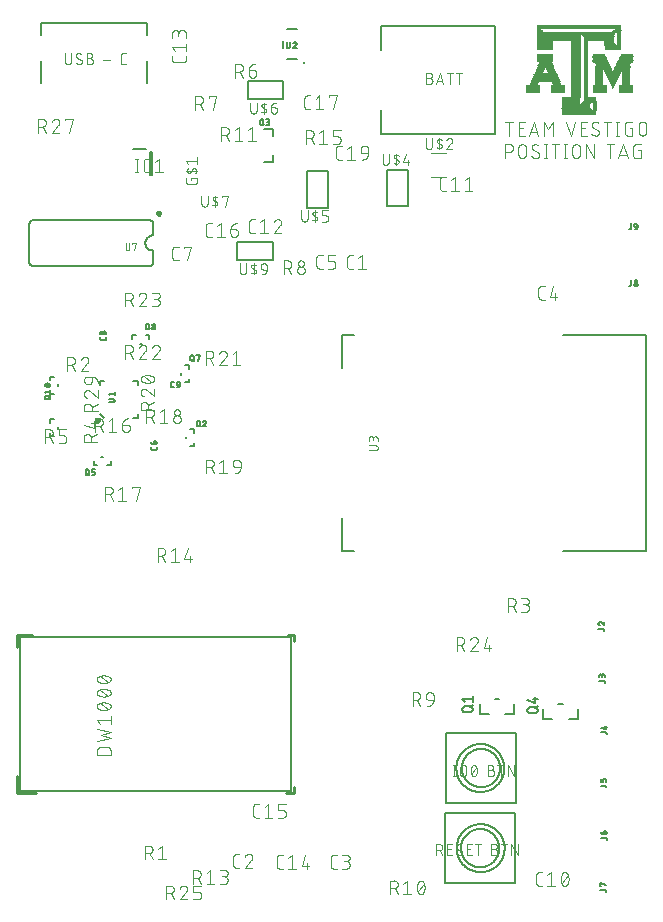
<source format=gbr>
G04 EAGLE Gerber RS-274X export*
G75*
%MOMM*%
%FSLAX34Y34*%
%LPD*%
%INSilkscreen Top*%
%IPPOS*%
%AMOC8*
5,1,8,0,0,1.08239X$1,22.5*%
G01*
%ADD10C,0.254000*%
%ADD11C,0.101600*%
%ADD12C,0.076200*%
%ADD13R,2.946400X0.020319*%
%ADD14R,2.621275X0.020319*%
%ADD15R,0.304800X0.020319*%
%ADD16R,2.600956X0.020319*%
%ADD17R,2.580637X0.020319*%
%ADD18R,2.560319X0.020319*%
%ADD19R,2.540000X0.020319*%
%ADD20R,2.519675X0.020319*%
%ADD21R,2.499356X0.020319*%
%ADD22R,2.479038X0.020319*%
%ADD23R,2.458719X0.020319*%
%ADD24R,2.438400X0.020319*%
%ADD25R,2.418075X0.020319*%
%ADD26R,2.397756X0.020319*%
%ADD27R,2.377438X0.020319*%
%ADD28R,1.584956X0.020319*%
%ADD29R,0.772156X0.020319*%
%ADD30R,0.772163X0.020319*%
%ADD31R,1.076963X0.020319*%
%ADD32R,0.812800X0.020319*%
%ADD33R,1.239519X0.020319*%
%ADD34R,1.259838X0.020319*%
%ADD35R,1.158238X0.020319*%
%ADD36R,0.040638X0.020319*%
%ADD37R,0.081281X0.020319*%
%ADD38R,0.121919X0.020319*%
%ADD39R,0.162556X0.020319*%
%ADD40R,0.203200X0.020319*%
%ADD41R,0.243838X0.020319*%
%ADD42R,0.284481X0.020319*%
%ADD43R,0.731519X0.020319*%
%ADD44R,0.650238X0.020319*%
%ADD45R,0.670556X0.020319*%
%ADD46R,0.711200X0.020319*%
%ADD47R,0.325119X0.020319*%
%ADD48R,0.345438X0.020319*%
%ADD49R,0.365756X0.020319*%
%ADD50R,0.386081X0.020319*%
%ADD51R,0.406400X0.020319*%
%ADD52R,0.426719X0.020319*%
%ADD53R,0.447038X0.020319*%
%ADD54R,0.467363X0.020319*%
%ADD55R,0.487681X0.020319*%
%ADD56R,0.508000X0.020319*%
%ADD57R,0.528319X0.020319*%
%ADD58R,0.548638X0.020319*%
%ADD59R,0.568956X0.020319*%
%ADD60R,0.589281X0.020319*%
%ADD61R,0.609600X0.020319*%
%ADD62R,0.629919X0.020319*%
%ADD63R,0.670563X0.020319*%
%ADD64R,0.690881X0.020319*%
%ADD65R,2.357119X0.020319*%
%ADD66R,2.336800X0.020319*%
%ADD67R,2.296156X0.020319*%
%ADD68R,2.255519X0.020319*%
%ADD69R,2.235200X0.020319*%
%ADD70R,0.853438X0.020319*%
%ADD71R,2.214875X0.020319*%
%ADD72R,0.894081X0.020319*%
%ADD73R,2.174238X0.020319*%
%ADD74R,0.934719X0.020319*%
%ADD75R,2.133600X0.020319*%
%ADD76R,0.975356X0.020319*%
%ADD77R,2.113275X0.020319*%
%ADD78R,2.092956X0.020319*%
%ADD79R,0.995681X0.020319*%
%ADD80R,2.072637X0.020319*%
%ADD81R,1.016000X0.020319*%
%ADD82R,2.052319X0.020319*%
%ADD83R,1.036319X0.020319*%
%ADD84R,1.056638X0.020319*%
%ADD85R,2.011675X0.020319*%
%ADD86R,1.097281X0.020319*%
%ADD87R,1.971037X0.020319*%
%ADD88R,1.117600X0.020319*%
%ADD89R,1.137919X0.020319*%
%ADD90R,1.950719X0.020319*%
%ADD91R,1.930400X0.020319*%
%ADD92R,1.178556X0.020319*%
%ADD93R,1.198881X0.020319*%
%ADD94R,1.889756X0.020319*%
%ADD95R,1.219200X0.020319*%
%ADD96R,1.280163X0.020319*%
%ADD97R,1.300481X0.020319*%
%ADD98R,1.320800X0.020319*%
%ADD99R,1.341119X0.020319*%
%ADD100R,1.361438X0.020319*%
%ADD101R,1.381756X0.020319*%
%ADD102R,1.402081X0.020319*%
%ADD103R,1.422400X0.020319*%
%ADD104R,1.442719X0.020319*%
%ADD105R,1.463037X0.020319*%
%ADD106R,1.402075X0.020319*%
%ADD107R,1.280156X0.020319*%
%ADD108R,1.300475X0.020319*%
%ADD109R,1.198875X0.020319*%
%ADD110R,1.076956X0.020319*%
%ADD111R,0.995675X0.020319*%
%ADD112R,0.955038X0.020319*%
%ADD113R,0.914400X0.020319*%
%ADD114R,0.894075X0.020319*%
%ADD115R,0.873756X0.020319*%
%ADD116R,0.833119X0.020319*%
%ADD117R,3.677919X0.020319*%
%ADD118R,2.641600X0.020319*%
%ADD119R,2.661919X0.020319*%
%ADD120R,2.682238X0.020319*%
%ADD121R,2.702556X0.020319*%
%ADD122R,2.722875X0.020319*%
%ADD123R,2.743200X0.020319*%
%ADD124R,2.763519X0.020319*%
%ADD125R,2.783838X0.020319*%
%ADD126R,2.804156X0.020319*%
%ADD127R,2.844800X0.020319*%
%ADD128R,2.885438X0.020319*%
%ADD129R,6.604000X0.020319*%
%ADD130R,6.624319X0.020319*%
%ADD131R,6.644637X0.020319*%
%ADD132R,6.664963X0.020319*%
%ADD133R,6.685281X0.020319*%
%ADD134R,6.705600X0.020319*%
%ADD135R,0.568963X0.020319*%
%ADD136R,0.386075X0.020319*%
%ADD137R,0.365762X0.020319*%
%ADD138R,0.467356X0.020319*%
%ADD139R,7.132319X0.020319*%
%ADD140C,0.127000*%
%ADD141C,0.203200*%
%ADD142C,0.508000*%
%ADD143C,0.254000*%
%ADD144C,0.050800*%
%ADD145C,0.200000*%
%ADD146C,0.152400*%


D10*
X240030Y228600D02*
X240030Y233680D01*
X235458Y233680D01*
X240284Y104902D02*
X240284Y99568D01*
X233934Y99568D01*
X10414Y233426D02*
X6096Y233426D01*
X10668Y233426D02*
X18288Y233426D01*
X6096Y233426D02*
X6096Y223012D01*
X6096Y113538D02*
X6096Y99568D01*
X21844Y99568D01*
D11*
X422676Y656184D02*
X422676Y667868D01*
X425921Y667868D02*
X419430Y667868D01*
X430502Y656184D02*
X435695Y656184D01*
X430502Y656184D02*
X430502Y667868D01*
X435695Y667868D01*
X434396Y662675D02*
X430502Y662675D01*
X439355Y656184D02*
X443250Y667868D01*
X447144Y656184D01*
X446171Y659105D02*
X440329Y659105D01*
X451928Y656184D02*
X451928Y667868D01*
X455823Y661376D01*
X459717Y667868D01*
X459717Y656184D01*
X474492Y656184D02*
X470597Y667868D01*
X478386Y667868D02*
X474492Y656184D01*
X483080Y656184D02*
X488273Y656184D01*
X483080Y656184D02*
X483080Y667868D01*
X488273Y667868D01*
X486974Y662675D02*
X483080Y662675D01*
X496096Y656184D02*
X496195Y656186D01*
X496295Y656192D01*
X496394Y656201D01*
X496492Y656214D01*
X496590Y656231D01*
X496688Y656252D01*
X496784Y656277D01*
X496879Y656305D01*
X496973Y656337D01*
X497066Y656372D01*
X497158Y656411D01*
X497248Y656454D01*
X497336Y656499D01*
X497423Y656549D01*
X497507Y656601D01*
X497590Y656657D01*
X497670Y656715D01*
X497748Y656777D01*
X497823Y656842D01*
X497896Y656910D01*
X497966Y656980D01*
X498034Y657053D01*
X498099Y657128D01*
X498161Y657206D01*
X498219Y657286D01*
X498275Y657369D01*
X498327Y657453D01*
X498377Y657540D01*
X498422Y657628D01*
X498465Y657718D01*
X498504Y657810D01*
X498539Y657903D01*
X498571Y657997D01*
X498599Y658092D01*
X498624Y658188D01*
X498645Y658286D01*
X498662Y658384D01*
X498675Y658482D01*
X498684Y658581D01*
X498690Y658681D01*
X498692Y658780D01*
X496096Y656184D02*
X495952Y656186D01*
X495807Y656192D01*
X495663Y656201D01*
X495520Y656214D01*
X495376Y656231D01*
X495233Y656252D01*
X495091Y656277D01*
X494950Y656305D01*
X494809Y656337D01*
X494669Y656373D01*
X494530Y656412D01*
X494392Y656455D01*
X494256Y656502D01*
X494120Y656552D01*
X493986Y656606D01*
X493854Y656663D01*
X493723Y656724D01*
X493594Y656788D01*
X493466Y656856D01*
X493340Y656926D01*
X493216Y657001D01*
X493095Y657078D01*
X492975Y657159D01*
X492857Y657242D01*
X492742Y657329D01*
X492629Y657419D01*
X492518Y657512D01*
X492410Y657607D01*
X492304Y657706D01*
X492201Y657807D01*
X492526Y665271D02*
X492528Y665370D01*
X492534Y665470D01*
X492543Y665569D01*
X492556Y665667D01*
X492573Y665765D01*
X492594Y665863D01*
X492619Y665959D01*
X492647Y666054D01*
X492679Y666148D01*
X492714Y666241D01*
X492753Y666333D01*
X492796Y666423D01*
X492841Y666511D01*
X492891Y666598D01*
X492943Y666682D01*
X492999Y666765D01*
X493057Y666845D01*
X493119Y666923D01*
X493184Y666998D01*
X493252Y667071D01*
X493322Y667141D01*
X493395Y667209D01*
X493470Y667274D01*
X493548Y667336D01*
X493628Y667394D01*
X493711Y667450D01*
X493795Y667502D01*
X493882Y667552D01*
X493970Y667597D01*
X494060Y667640D01*
X494152Y667679D01*
X494245Y667714D01*
X494339Y667746D01*
X494434Y667774D01*
X494531Y667799D01*
X494628Y667820D01*
X494726Y667837D01*
X494824Y667850D01*
X494923Y667859D01*
X495023Y667865D01*
X495122Y667867D01*
X495258Y667865D01*
X495394Y667859D01*
X495530Y667850D01*
X495666Y667837D01*
X495801Y667819D01*
X495935Y667799D01*
X496069Y667774D01*
X496203Y667746D01*
X496335Y667713D01*
X496466Y667678D01*
X496597Y667638D01*
X496726Y667595D01*
X496854Y667549D01*
X496980Y667498D01*
X497106Y667445D01*
X497229Y667387D01*
X497351Y667327D01*
X497471Y667263D01*
X497590Y667195D01*
X497706Y667125D01*
X497820Y667051D01*
X497933Y666974D01*
X498043Y666893D01*
X493824Y662999D02*
X493738Y663052D01*
X493654Y663109D01*
X493572Y663168D01*
X493492Y663231D01*
X493415Y663297D01*
X493340Y663365D01*
X493268Y663437D01*
X493199Y663511D01*
X493133Y663588D01*
X493070Y663667D01*
X493010Y663749D01*
X492953Y663833D01*
X492899Y663919D01*
X492849Y664007D01*
X492802Y664097D01*
X492758Y664188D01*
X492719Y664282D01*
X492682Y664376D01*
X492650Y664472D01*
X492621Y664570D01*
X492596Y664668D01*
X492575Y664767D01*
X492557Y664867D01*
X492544Y664967D01*
X492534Y665068D01*
X492528Y665170D01*
X492526Y665271D01*
X497394Y661052D02*
X497480Y660999D01*
X497564Y660942D01*
X497646Y660883D01*
X497726Y660820D01*
X497803Y660754D01*
X497878Y660686D01*
X497950Y660614D01*
X498019Y660540D01*
X498085Y660463D01*
X498148Y660384D01*
X498208Y660302D01*
X498265Y660218D01*
X498319Y660132D01*
X498369Y660044D01*
X498416Y659954D01*
X498460Y659863D01*
X498499Y659769D01*
X498536Y659675D01*
X498568Y659579D01*
X498597Y659481D01*
X498622Y659383D01*
X498643Y659284D01*
X498661Y659184D01*
X498674Y659084D01*
X498684Y658983D01*
X498690Y658881D01*
X498692Y658780D01*
X497394Y661052D02*
X493824Y662999D01*
X505734Y667868D02*
X505734Y656184D01*
X502488Y667868D02*
X508979Y667868D01*
X514116Y667868D02*
X514116Y656184D01*
X515414Y656184D02*
X512817Y656184D01*
X512817Y667868D02*
X515414Y667868D01*
X524939Y662675D02*
X526886Y662675D01*
X526886Y656184D01*
X522992Y656184D01*
X522893Y656186D01*
X522793Y656192D01*
X522694Y656201D01*
X522596Y656214D01*
X522498Y656231D01*
X522400Y656252D01*
X522304Y656277D01*
X522209Y656305D01*
X522115Y656337D01*
X522022Y656372D01*
X521930Y656411D01*
X521840Y656454D01*
X521752Y656499D01*
X521665Y656549D01*
X521581Y656601D01*
X521498Y656657D01*
X521418Y656715D01*
X521340Y656777D01*
X521265Y656842D01*
X521192Y656910D01*
X521122Y656980D01*
X521054Y657053D01*
X520989Y657128D01*
X520927Y657206D01*
X520869Y657286D01*
X520813Y657369D01*
X520761Y657453D01*
X520711Y657540D01*
X520666Y657628D01*
X520623Y657718D01*
X520584Y657810D01*
X520549Y657903D01*
X520517Y657997D01*
X520489Y658092D01*
X520464Y658188D01*
X520443Y658286D01*
X520426Y658384D01*
X520413Y658482D01*
X520404Y658581D01*
X520398Y658681D01*
X520396Y658780D01*
X520395Y658780D02*
X520395Y665271D01*
X520396Y665271D02*
X520398Y665370D01*
X520404Y665470D01*
X520413Y665569D01*
X520426Y665667D01*
X520443Y665765D01*
X520464Y665863D01*
X520489Y665959D01*
X520517Y666054D01*
X520549Y666148D01*
X520584Y666241D01*
X520623Y666333D01*
X520666Y666423D01*
X520711Y666511D01*
X520761Y666598D01*
X520813Y666682D01*
X520869Y666765D01*
X520927Y666845D01*
X520989Y666923D01*
X521054Y666998D01*
X521122Y667071D01*
X521192Y667141D01*
X521265Y667209D01*
X521340Y667274D01*
X521418Y667336D01*
X521498Y667394D01*
X521581Y667450D01*
X521665Y667502D01*
X521752Y667552D01*
X521840Y667597D01*
X521930Y667640D01*
X522022Y667679D01*
X522114Y667714D01*
X522209Y667746D01*
X522304Y667774D01*
X522400Y667799D01*
X522498Y667820D01*
X522596Y667837D01*
X522694Y667850D01*
X522793Y667859D01*
X522893Y667865D01*
X522992Y667867D01*
X522992Y667868D02*
X526886Y667868D01*
X532206Y664622D02*
X532206Y659429D01*
X532206Y664622D02*
X532208Y664735D01*
X532214Y664848D01*
X532224Y664961D01*
X532238Y665074D01*
X532255Y665186D01*
X532277Y665297D01*
X532302Y665407D01*
X532332Y665517D01*
X532365Y665625D01*
X532402Y665732D01*
X532442Y665838D01*
X532487Y665942D01*
X532535Y666045D01*
X532586Y666146D01*
X532641Y666245D01*
X532699Y666342D01*
X532761Y666437D01*
X532826Y666530D01*
X532894Y666620D01*
X532965Y666708D01*
X533040Y666794D01*
X533117Y666877D01*
X533197Y666957D01*
X533280Y667034D01*
X533366Y667109D01*
X533454Y667180D01*
X533544Y667248D01*
X533637Y667313D01*
X533732Y667375D01*
X533829Y667433D01*
X533928Y667488D01*
X534029Y667539D01*
X534132Y667587D01*
X534236Y667632D01*
X534342Y667672D01*
X534449Y667709D01*
X534557Y667742D01*
X534667Y667772D01*
X534777Y667797D01*
X534888Y667819D01*
X535000Y667836D01*
X535113Y667850D01*
X535226Y667860D01*
X535339Y667866D01*
X535452Y667868D01*
X535565Y667866D01*
X535678Y667860D01*
X535791Y667850D01*
X535904Y667836D01*
X536016Y667819D01*
X536127Y667797D01*
X536237Y667772D01*
X536347Y667742D01*
X536455Y667709D01*
X536562Y667672D01*
X536668Y667632D01*
X536772Y667587D01*
X536875Y667539D01*
X536976Y667488D01*
X537075Y667433D01*
X537172Y667375D01*
X537267Y667313D01*
X537360Y667248D01*
X537450Y667180D01*
X537538Y667109D01*
X537624Y667034D01*
X537707Y666957D01*
X537787Y666877D01*
X537864Y666794D01*
X537939Y666708D01*
X538010Y666620D01*
X538078Y666530D01*
X538143Y666437D01*
X538205Y666342D01*
X538263Y666245D01*
X538318Y666146D01*
X538369Y666045D01*
X538417Y665942D01*
X538462Y665838D01*
X538502Y665732D01*
X538539Y665625D01*
X538572Y665517D01*
X538602Y665407D01*
X538627Y665297D01*
X538649Y665186D01*
X538666Y665074D01*
X538680Y664961D01*
X538690Y664848D01*
X538696Y664735D01*
X538698Y664622D01*
X538697Y664622D02*
X538697Y659429D01*
X538698Y659429D02*
X538696Y659316D01*
X538690Y659203D01*
X538680Y659090D01*
X538666Y658977D01*
X538649Y658865D01*
X538627Y658754D01*
X538602Y658644D01*
X538572Y658534D01*
X538539Y658426D01*
X538502Y658319D01*
X538462Y658213D01*
X538417Y658109D01*
X538369Y658006D01*
X538318Y657905D01*
X538263Y657806D01*
X538205Y657709D01*
X538143Y657614D01*
X538078Y657521D01*
X538010Y657431D01*
X537939Y657343D01*
X537864Y657257D01*
X537787Y657174D01*
X537707Y657094D01*
X537624Y657017D01*
X537538Y656942D01*
X537450Y656871D01*
X537360Y656803D01*
X537267Y656738D01*
X537172Y656676D01*
X537075Y656618D01*
X536976Y656563D01*
X536875Y656512D01*
X536772Y656464D01*
X536668Y656419D01*
X536562Y656379D01*
X536455Y656342D01*
X536347Y656309D01*
X536237Y656279D01*
X536127Y656254D01*
X536016Y656232D01*
X535904Y656215D01*
X535791Y656201D01*
X535678Y656191D01*
X535565Y656185D01*
X535452Y656183D01*
X535339Y656185D01*
X535226Y656191D01*
X535113Y656201D01*
X535000Y656215D01*
X534888Y656232D01*
X534777Y656254D01*
X534667Y656279D01*
X534557Y656309D01*
X534449Y656342D01*
X534342Y656379D01*
X534236Y656419D01*
X534132Y656464D01*
X534029Y656512D01*
X533928Y656563D01*
X533829Y656618D01*
X533732Y656676D01*
X533637Y656738D01*
X533544Y656803D01*
X533454Y656871D01*
X533366Y656942D01*
X533280Y657017D01*
X533197Y657094D01*
X533117Y657174D01*
X533040Y657257D01*
X532965Y657343D01*
X532894Y657431D01*
X532826Y657521D01*
X532761Y657614D01*
X532699Y657709D01*
X532641Y657806D01*
X532586Y657905D01*
X532535Y658006D01*
X532487Y658109D01*
X532442Y658213D01*
X532402Y658319D01*
X532365Y658426D01*
X532332Y658534D01*
X532302Y658644D01*
X532277Y658754D01*
X532255Y658865D01*
X532238Y658977D01*
X532224Y659090D01*
X532214Y659203D01*
X532208Y659316D01*
X532206Y659429D01*
X419430Y648818D02*
X419430Y637134D01*
X419430Y648818D02*
X422676Y648818D01*
X422789Y648816D01*
X422902Y648810D01*
X423015Y648800D01*
X423128Y648786D01*
X423240Y648769D01*
X423351Y648747D01*
X423461Y648722D01*
X423571Y648692D01*
X423679Y648659D01*
X423786Y648622D01*
X423892Y648582D01*
X423996Y648537D01*
X424099Y648489D01*
X424200Y648438D01*
X424299Y648383D01*
X424396Y648325D01*
X424491Y648263D01*
X424584Y648198D01*
X424674Y648130D01*
X424762Y648059D01*
X424848Y647984D01*
X424931Y647907D01*
X425011Y647827D01*
X425088Y647744D01*
X425163Y647658D01*
X425234Y647570D01*
X425302Y647480D01*
X425367Y647387D01*
X425429Y647292D01*
X425487Y647195D01*
X425542Y647096D01*
X425593Y646995D01*
X425641Y646892D01*
X425686Y646788D01*
X425726Y646682D01*
X425763Y646575D01*
X425796Y646467D01*
X425826Y646357D01*
X425851Y646247D01*
X425873Y646136D01*
X425890Y646024D01*
X425904Y645911D01*
X425914Y645798D01*
X425920Y645685D01*
X425922Y645572D01*
X425920Y645459D01*
X425914Y645346D01*
X425904Y645233D01*
X425890Y645120D01*
X425873Y645008D01*
X425851Y644897D01*
X425826Y644787D01*
X425796Y644677D01*
X425763Y644569D01*
X425726Y644462D01*
X425686Y644356D01*
X425641Y644252D01*
X425593Y644149D01*
X425542Y644048D01*
X425487Y643949D01*
X425429Y643852D01*
X425367Y643757D01*
X425302Y643664D01*
X425234Y643574D01*
X425163Y643486D01*
X425088Y643400D01*
X425011Y643317D01*
X424931Y643237D01*
X424848Y643160D01*
X424762Y643085D01*
X424674Y643014D01*
X424584Y642946D01*
X424491Y642881D01*
X424396Y642819D01*
X424299Y642761D01*
X424200Y642706D01*
X424099Y642655D01*
X423996Y642607D01*
X423892Y642562D01*
X423786Y642522D01*
X423679Y642485D01*
X423571Y642452D01*
X423461Y642422D01*
X423351Y642397D01*
X423240Y642375D01*
X423128Y642358D01*
X423015Y642344D01*
X422902Y642334D01*
X422789Y642328D01*
X422676Y642326D01*
X419430Y642326D01*
X430310Y640379D02*
X430310Y645572D01*
X430309Y645572D02*
X430311Y645685D01*
X430317Y645798D01*
X430327Y645911D01*
X430341Y646024D01*
X430358Y646136D01*
X430380Y646247D01*
X430405Y646357D01*
X430435Y646467D01*
X430468Y646575D01*
X430505Y646682D01*
X430545Y646788D01*
X430590Y646892D01*
X430638Y646995D01*
X430689Y647096D01*
X430744Y647195D01*
X430802Y647292D01*
X430864Y647387D01*
X430929Y647480D01*
X430997Y647570D01*
X431068Y647658D01*
X431143Y647744D01*
X431220Y647827D01*
X431300Y647907D01*
X431383Y647984D01*
X431469Y648059D01*
X431557Y648130D01*
X431647Y648198D01*
X431740Y648263D01*
X431835Y648325D01*
X431932Y648383D01*
X432031Y648438D01*
X432132Y648489D01*
X432235Y648537D01*
X432339Y648582D01*
X432445Y648622D01*
X432552Y648659D01*
X432660Y648692D01*
X432770Y648722D01*
X432880Y648747D01*
X432991Y648769D01*
X433103Y648786D01*
X433216Y648800D01*
X433329Y648810D01*
X433442Y648816D01*
X433555Y648818D01*
X433668Y648816D01*
X433781Y648810D01*
X433894Y648800D01*
X434007Y648786D01*
X434119Y648769D01*
X434230Y648747D01*
X434340Y648722D01*
X434450Y648692D01*
X434558Y648659D01*
X434665Y648622D01*
X434771Y648582D01*
X434875Y648537D01*
X434978Y648489D01*
X435079Y648438D01*
X435178Y648383D01*
X435275Y648325D01*
X435370Y648263D01*
X435463Y648198D01*
X435553Y648130D01*
X435641Y648059D01*
X435727Y647984D01*
X435810Y647907D01*
X435890Y647827D01*
X435967Y647744D01*
X436042Y647658D01*
X436113Y647570D01*
X436181Y647480D01*
X436246Y647387D01*
X436308Y647292D01*
X436366Y647195D01*
X436421Y647096D01*
X436472Y646995D01*
X436520Y646892D01*
X436565Y646788D01*
X436605Y646682D01*
X436642Y646575D01*
X436675Y646467D01*
X436705Y646357D01*
X436730Y646247D01*
X436752Y646136D01*
X436769Y646024D01*
X436783Y645911D01*
X436793Y645798D01*
X436799Y645685D01*
X436801Y645572D01*
X436801Y640379D01*
X436799Y640266D01*
X436793Y640153D01*
X436783Y640040D01*
X436769Y639927D01*
X436752Y639815D01*
X436730Y639704D01*
X436705Y639594D01*
X436675Y639484D01*
X436642Y639376D01*
X436605Y639269D01*
X436565Y639163D01*
X436520Y639059D01*
X436472Y638956D01*
X436421Y638855D01*
X436366Y638756D01*
X436308Y638659D01*
X436246Y638564D01*
X436181Y638471D01*
X436113Y638381D01*
X436042Y638293D01*
X435967Y638207D01*
X435890Y638124D01*
X435810Y638044D01*
X435727Y637967D01*
X435641Y637892D01*
X435553Y637821D01*
X435463Y637753D01*
X435370Y637688D01*
X435275Y637626D01*
X435178Y637568D01*
X435079Y637513D01*
X434978Y637462D01*
X434875Y637414D01*
X434771Y637369D01*
X434665Y637329D01*
X434558Y637292D01*
X434450Y637259D01*
X434340Y637229D01*
X434230Y637204D01*
X434119Y637182D01*
X434007Y637165D01*
X433894Y637151D01*
X433781Y637141D01*
X433668Y637135D01*
X433555Y637133D01*
X433442Y637135D01*
X433329Y637141D01*
X433216Y637151D01*
X433103Y637165D01*
X432991Y637182D01*
X432880Y637204D01*
X432770Y637229D01*
X432660Y637259D01*
X432552Y637292D01*
X432445Y637329D01*
X432339Y637369D01*
X432235Y637414D01*
X432132Y637462D01*
X432031Y637513D01*
X431932Y637568D01*
X431835Y637626D01*
X431740Y637688D01*
X431647Y637753D01*
X431557Y637821D01*
X431469Y637892D01*
X431383Y637967D01*
X431300Y638044D01*
X431220Y638124D01*
X431143Y638207D01*
X431068Y638293D01*
X430997Y638381D01*
X430929Y638471D01*
X430864Y638564D01*
X430802Y638659D01*
X430744Y638756D01*
X430689Y638855D01*
X430638Y638956D01*
X430590Y639059D01*
X430545Y639163D01*
X430505Y639269D01*
X430468Y639376D01*
X430435Y639484D01*
X430405Y639594D01*
X430380Y639704D01*
X430358Y639815D01*
X430341Y639927D01*
X430327Y640040D01*
X430317Y640153D01*
X430311Y640266D01*
X430309Y640379D01*
X445253Y637134D02*
X445352Y637136D01*
X445452Y637142D01*
X445551Y637151D01*
X445649Y637164D01*
X445747Y637181D01*
X445845Y637202D01*
X445941Y637227D01*
X446036Y637255D01*
X446130Y637287D01*
X446223Y637322D01*
X446315Y637361D01*
X446405Y637404D01*
X446493Y637449D01*
X446580Y637499D01*
X446664Y637551D01*
X446747Y637607D01*
X446827Y637665D01*
X446905Y637727D01*
X446980Y637792D01*
X447053Y637860D01*
X447123Y637930D01*
X447191Y638003D01*
X447256Y638078D01*
X447318Y638156D01*
X447376Y638236D01*
X447432Y638319D01*
X447484Y638403D01*
X447534Y638490D01*
X447579Y638578D01*
X447622Y638668D01*
X447661Y638760D01*
X447696Y638853D01*
X447728Y638947D01*
X447756Y639042D01*
X447781Y639138D01*
X447802Y639236D01*
X447819Y639334D01*
X447832Y639432D01*
X447841Y639531D01*
X447847Y639631D01*
X447849Y639730D01*
X445253Y637134D02*
X445109Y637136D01*
X444964Y637142D01*
X444820Y637151D01*
X444677Y637164D01*
X444533Y637181D01*
X444390Y637202D01*
X444248Y637227D01*
X444107Y637255D01*
X443966Y637287D01*
X443826Y637323D01*
X443687Y637362D01*
X443549Y637405D01*
X443413Y637452D01*
X443277Y637502D01*
X443143Y637556D01*
X443011Y637613D01*
X442880Y637674D01*
X442751Y637738D01*
X442623Y637806D01*
X442497Y637876D01*
X442373Y637951D01*
X442252Y638028D01*
X442132Y638109D01*
X442014Y638192D01*
X441899Y638279D01*
X441786Y638369D01*
X441675Y638462D01*
X441567Y638557D01*
X441461Y638656D01*
X441358Y638757D01*
X441684Y646221D02*
X441686Y646320D01*
X441692Y646420D01*
X441701Y646519D01*
X441714Y646617D01*
X441731Y646715D01*
X441752Y646813D01*
X441777Y646909D01*
X441805Y647004D01*
X441837Y647098D01*
X441872Y647191D01*
X441911Y647283D01*
X441954Y647373D01*
X441999Y647461D01*
X442049Y647548D01*
X442101Y647632D01*
X442157Y647715D01*
X442215Y647795D01*
X442277Y647873D01*
X442342Y647948D01*
X442410Y648021D01*
X442480Y648091D01*
X442553Y648159D01*
X442628Y648224D01*
X442706Y648286D01*
X442786Y648344D01*
X442869Y648400D01*
X442953Y648452D01*
X443040Y648502D01*
X443128Y648547D01*
X443218Y648590D01*
X443310Y648629D01*
X443403Y648664D01*
X443497Y648696D01*
X443592Y648724D01*
X443689Y648749D01*
X443786Y648770D01*
X443884Y648787D01*
X443982Y648800D01*
X444081Y648809D01*
X444181Y648815D01*
X444280Y648817D01*
X444416Y648815D01*
X444552Y648809D01*
X444688Y648800D01*
X444824Y648787D01*
X444959Y648769D01*
X445093Y648749D01*
X445227Y648724D01*
X445361Y648696D01*
X445493Y648663D01*
X445624Y648628D01*
X445755Y648588D01*
X445884Y648545D01*
X446012Y648499D01*
X446138Y648448D01*
X446264Y648395D01*
X446387Y648337D01*
X446509Y648277D01*
X446629Y648213D01*
X446748Y648145D01*
X446864Y648075D01*
X446978Y648001D01*
X447091Y647924D01*
X447201Y647843D01*
X442981Y643949D02*
X442895Y644002D01*
X442811Y644059D01*
X442729Y644118D01*
X442649Y644181D01*
X442572Y644247D01*
X442497Y644315D01*
X442425Y644387D01*
X442356Y644461D01*
X442290Y644538D01*
X442227Y644617D01*
X442167Y644699D01*
X442110Y644783D01*
X442056Y644869D01*
X442006Y644957D01*
X441959Y645047D01*
X441915Y645138D01*
X441876Y645232D01*
X441839Y645326D01*
X441807Y645422D01*
X441778Y645520D01*
X441753Y645618D01*
X441732Y645717D01*
X441714Y645817D01*
X441701Y645917D01*
X441691Y646018D01*
X441685Y646120D01*
X441683Y646221D01*
X446552Y642002D02*
X446638Y641949D01*
X446722Y641892D01*
X446804Y641833D01*
X446884Y641770D01*
X446961Y641704D01*
X447036Y641636D01*
X447108Y641564D01*
X447177Y641490D01*
X447243Y641413D01*
X447306Y641334D01*
X447366Y641252D01*
X447423Y641168D01*
X447477Y641082D01*
X447527Y640994D01*
X447574Y640904D01*
X447618Y640813D01*
X447657Y640719D01*
X447694Y640625D01*
X447726Y640529D01*
X447755Y640431D01*
X447780Y640333D01*
X447801Y640234D01*
X447819Y640134D01*
X447832Y640034D01*
X447842Y639933D01*
X447848Y639831D01*
X447850Y639730D01*
X446552Y642002D02*
X442982Y643949D01*
X453367Y648818D02*
X453367Y637134D01*
X452069Y637134D02*
X454666Y637134D01*
X454666Y648818D02*
X452069Y648818D01*
X461749Y648818D02*
X461749Y637134D01*
X458504Y648818D02*
X464995Y648818D01*
X470131Y648818D02*
X470131Y637134D01*
X468833Y637134D02*
X471430Y637134D01*
X471430Y648818D02*
X468833Y648818D01*
X476030Y645572D02*
X476030Y640379D01*
X476029Y645572D02*
X476031Y645685D01*
X476037Y645798D01*
X476047Y645911D01*
X476061Y646024D01*
X476078Y646136D01*
X476100Y646247D01*
X476125Y646357D01*
X476155Y646467D01*
X476188Y646575D01*
X476225Y646682D01*
X476265Y646788D01*
X476310Y646892D01*
X476358Y646995D01*
X476409Y647096D01*
X476464Y647195D01*
X476522Y647292D01*
X476584Y647387D01*
X476649Y647480D01*
X476717Y647570D01*
X476788Y647658D01*
X476863Y647744D01*
X476940Y647827D01*
X477020Y647907D01*
X477103Y647984D01*
X477189Y648059D01*
X477277Y648130D01*
X477367Y648198D01*
X477460Y648263D01*
X477555Y648325D01*
X477652Y648383D01*
X477751Y648438D01*
X477852Y648489D01*
X477955Y648537D01*
X478059Y648582D01*
X478165Y648622D01*
X478272Y648659D01*
X478380Y648692D01*
X478490Y648722D01*
X478600Y648747D01*
X478711Y648769D01*
X478823Y648786D01*
X478936Y648800D01*
X479049Y648810D01*
X479162Y648816D01*
X479275Y648818D01*
X479388Y648816D01*
X479501Y648810D01*
X479614Y648800D01*
X479727Y648786D01*
X479839Y648769D01*
X479950Y648747D01*
X480060Y648722D01*
X480170Y648692D01*
X480278Y648659D01*
X480385Y648622D01*
X480491Y648582D01*
X480595Y648537D01*
X480698Y648489D01*
X480799Y648438D01*
X480898Y648383D01*
X480995Y648325D01*
X481090Y648263D01*
X481183Y648198D01*
X481273Y648130D01*
X481361Y648059D01*
X481447Y647984D01*
X481530Y647907D01*
X481610Y647827D01*
X481687Y647744D01*
X481762Y647658D01*
X481833Y647570D01*
X481901Y647480D01*
X481966Y647387D01*
X482028Y647292D01*
X482086Y647195D01*
X482141Y647096D01*
X482192Y646995D01*
X482240Y646892D01*
X482285Y646788D01*
X482325Y646682D01*
X482362Y646575D01*
X482395Y646467D01*
X482425Y646357D01*
X482450Y646247D01*
X482472Y646136D01*
X482489Y646024D01*
X482503Y645911D01*
X482513Y645798D01*
X482519Y645685D01*
X482521Y645572D01*
X482521Y640379D01*
X482519Y640266D01*
X482513Y640153D01*
X482503Y640040D01*
X482489Y639927D01*
X482472Y639815D01*
X482450Y639704D01*
X482425Y639594D01*
X482395Y639484D01*
X482362Y639376D01*
X482325Y639269D01*
X482285Y639163D01*
X482240Y639059D01*
X482192Y638956D01*
X482141Y638855D01*
X482086Y638756D01*
X482028Y638659D01*
X481966Y638564D01*
X481901Y638471D01*
X481833Y638381D01*
X481762Y638293D01*
X481687Y638207D01*
X481610Y638124D01*
X481530Y638044D01*
X481447Y637967D01*
X481361Y637892D01*
X481273Y637821D01*
X481183Y637753D01*
X481090Y637688D01*
X480995Y637626D01*
X480898Y637568D01*
X480799Y637513D01*
X480698Y637462D01*
X480595Y637414D01*
X480491Y637369D01*
X480385Y637329D01*
X480278Y637292D01*
X480170Y637259D01*
X480060Y637229D01*
X479950Y637204D01*
X479839Y637182D01*
X479727Y637165D01*
X479614Y637151D01*
X479501Y637141D01*
X479388Y637135D01*
X479275Y637133D01*
X479162Y637135D01*
X479049Y637141D01*
X478936Y637151D01*
X478823Y637165D01*
X478711Y637182D01*
X478600Y637204D01*
X478490Y637229D01*
X478380Y637259D01*
X478272Y637292D01*
X478165Y637329D01*
X478059Y637369D01*
X477955Y637414D01*
X477852Y637462D01*
X477751Y637513D01*
X477652Y637568D01*
X477555Y637626D01*
X477460Y637688D01*
X477367Y637753D01*
X477277Y637821D01*
X477189Y637892D01*
X477103Y637967D01*
X477020Y638044D01*
X476940Y638124D01*
X476863Y638207D01*
X476788Y638293D01*
X476717Y638381D01*
X476649Y638471D01*
X476584Y638564D01*
X476522Y638659D01*
X476464Y638756D01*
X476409Y638855D01*
X476358Y638956D01*
X476310Y639059D01*
X476265Y639163D01*
X476225Y639269D01*
X476188Y639376D01*
X476155Y639484D01*
X476125Y639594D01*
X476100Y639704D01*
X476078Y639815D01*
X476061Y639927D01*
X476047Y640040D01*
X476037Y640153D01*
X476031Y640266D01*
X476029Y640379D01*
X487841Y637134D02*
X487841Y648818D01*
X494332Y637134D01*
X494332Y648818D01*
X508231Y648818D02*
X508231Y637134D01*
X504986Y648818D02*
X511477Y648818D01*
X518899Y648818D02*
X515005Y637134D01*
X522794Y637134D02*
X518899Y648818D01*
X521820Y640055D02*
X515978Y640055D01*
X532008Y643625D02*
X533956Y643625D01*
X533956Y637134D01*
X530061Y637134D01*
X529962Y637136D01*
X529862Y637142D01*
X529763Y637151D01*
X529665Y637164D01*
X529567Y637181D01*
X529469Y637202D01*
X529373Y637227D01*
X529278Y637255D01*
X529184Y637287D01*
X529091Y637322D01*
X528999Y637361D01*
X528909Y637404D01*
X528821Y637449D01*
X528734Y637499D01*
X528650Y637551D01*
X528567Y637607D01*
X528487Y637665D01*
X528409Y637727D01*
X528334Y637792D01*
X528261Y637860D01*
X528191Y637930D01*
X528123Y638003D01*
X528058Y638078D01*
X527996Y638156D01*
X527938Y638236D01*
X527882Y638319D01*
X527830Y638403D01*
X527780Y638490D01*
X527735Y638578D01*
X527692Y638668D01*
X527653Y638760D01*
X527618Y638853D01*
X527586Y638947D01*
X527558Y639042D01*
X527533Y639138D01*
X527512Y639236D01*
X527495Y639334D01*
X527482Y639432D01*
X527473Y639531D01*
X527467Y639631D01*
X527465Y639730D01*
X527465Y646221D01*
X527467Y646320D01*
X527473Y646420D01*
X527482Y646519D01*
X527495Y646617D01*
X527512Y646715D01*
X527533Y646813D01*
X527558Y646909D01*
X527586Y647004D01*
X527618Y647098D01*
X527653Y647191D01*
X527692Y647283D01*
X527735Y647373D01*
X527780Y647461D01*
X527830Y647548D01*
X527882Y647632D01*
X527938Y647715D01*
X527996Y647795D01*
X528058Y647873D01*
X528123Y647948D01*
X528191Y648021D01*
X528261Y648091D01*
X528334Y648159D01*
X528409Y648224D01*
X528487Y648286D01*
X528567Y648344D01*
X528650Y648400D01*
X528734Y648452D01*
X528821Y648502D01*
X528909Y648547D01*
X528999Y648590D01*
X529091Y648629D01*
X529183Y648664D01*
X529278Y648696D01*
X529373Y648724D01*
X529469Y648749D01*
X529567Y648770D01*
X529665Y648787D01*
X529763Y648800D01*
X529862Y648809D01*
X529962Y648815D01*
X530061Y648817D01*
X530061Y648818D02*
X533956Y648818D01*
D12*
X351892Y647339D02*
X351892Y654126D01*
X351891Y647339D02*
X351893Y647238D01*
X351899Y647137D01*
X351909Y647036D01*
X351922Y646936D01*
X351940Y646836D01*
X351961Y646737D01*
X351987Y646639D01*
X352016Y646542D01*
X352048Y646446D01*
X352085Y646352D01*
X352125Y646259D01*
X352169Y646167D01*
X352216Y646078D01*
X352267Y645990D01*
X352321Y645904D01*
X352378Y645821D01*
X352438Y645739D01*
X352502Y645661D01*
X352568Y645584D01*
X352638Y645511D01*
X352710Y645440D01*
X352785Y645372D01*
X352863Y645307D01*
X352943Y645245D01*
X353025Y645186D01*
X353110Y645130D01*
X353197Y645078D01*
X353285Y645029D01*
X353376Y644983D01*
X353468Y644942D01*
X353562Y644903D01*
X353657Y644869D01*
X353753Y644838D01*
X353851Y644811D01*
X353949Y644787D01*
X354049Y644768D01*
X354149Y644752D01*
X354249Y644740D01*
X354350Y644732D01*
X354451Y644728D01*
X354553Y644728D01*
X354654Y644732D01*
X354755Y644740D01*
X354855Y644752D01*
X354955Y644768D01*
X355055Y644787D01*
X355153Y644811D01*
X355251Y644838D01*
X355347Y644869D01*
X355442Y644903D01*
X355536Y644942D01*
X355628Y644983D01*
X355719Y645029D01*
X355807Y645078D01*
X355894Y645130D01*
X355979Y645186D01*
X356061Y645245D01*
X356141Y645307D01*
X356219Y645372D01*
X356294Y645440D01*
X356366Y645511D01*
X356436Y645584D01*
X356502Y645661D01*
X356566Y645739D01*
X356626Y645821D01*
X356683Y645904D01*
X356737Y645990D01*
X356788Y646078D01*
X356835Y646167D01*
X356879Y646259D01*
X356919Y646352D01*
X356956Y646446D01*
X356988Y646542D01*
X357017Y646639D01*
X357043Y646737D01*
X357064Y646836D01*
X357082Y646936D01*
X357095Y647036D01*
X357105Y647137D01*
X357111Y647238D01*
X357113Y647339D01*
X357113Y654126D01*
X363341Y654126D02*
X363341Y644728D01*
X363341Y649427D02*
X362036Y650210D01*
X362035Y650210D02*
X361970Y650252D01*
X361907Y650296D01*
X361847Y650343D01*
X361788Y650394D01*
X361733Y650447D01*
X361680Y650503D01*
X361630Y650562D01*
X361582Y650622D01*
X361538Y650686D01*
X361497Y650751D01*
X361459Y650818D01*
X361425Y650887D01*
X361394Y650957D01*
X361367Y651030D01*
X361343Y651103D01*
X361323Y651177D01*
X361306Y651252D01*
X361294Y651328D01*
X361285Y651405D01*
X361279Y651482D01*
X361278Y651559D01*
X361280Y651636D01*
X361287Y651713D01*
X361297Y651789D01*
X361311Y651865D01*
X361328Y651940D01*
X361349Y652014D01*
X361374Y652087D01*
X361402Y652159D01*
X361434Y652229D01*
X361470Y652297D01*
X361508Y652364D01*
X361550Y652428D01*
X361595Y652491D01*
X361643Y652551D01*
X361694Y652609D01*
X361748Y652664D01*
X361805Y652717D01*
X361864Y652766D01*
X361925Y652813D01*
X361988Y652856D01*
X362054Y652897D01*
X362122Y652934D01*
X362191Y652967D01*
X362262Y652998D01*
X362334Y653024D01*
X362408Y653047D01*
X362482Y653067D01*
X362558Y653083D01*
X362681Y653103D01*
X362804Y653120D01*
X362928Y653133D01*
X363052Y653142D01*
X363176Y653148D01*
X363300Y653150D01*
X363424Y653148D01*
X363549Y653143D01*
X363673Y653133D01*
X363796Y653120D01*
X363919Y653104D01*
X364042Y653083D01*
X364164Y653059D01*
X364285Y653031D01*
X364405Y653000D01*
X364525Y652965D01*
X364643Y652927D01*
X364760Y652885D01*
X364875Y652839D01*
X364990Y652790D01*
X365102Y652738D01*
X365214Y652682D01*
X365323Y652623D01*
X365430Y652560D01*
X363341Y649427D02*
X364647Y648644D01*
X364647Y648645D02*
X364712Y648603D01*
X364775Y648559D01*
X364835Y648512D01*
X364894Y648461D01*
X364949Y648408D01*
X365002Y648352D01*
X365052Y648293D01*
X365100Y648233D01*
X365144Y648169D01*
X365185Y648104D01*
X365223Y648037D01*
X365257Y647968D01*
X365288Y647898D01*
X365315Y647825D01*
X365339Y647752D01*
X365359Y647678D01*
X365376Y647603D01*
X365388Y647527D01*
X365397Y647450D01*
X365403Y647373D01*
X365404Y647296D01*
X365402Y647219D01*
X365395Y647142D01*
X365385Y647066D01*
X365371Y646990D01*
X365354Y646915D01*
X365333Y646841D01*
X365308Y646768D01*
X365280Y646696D01*
X365248Y646626D01*
X365212Y646558D01*
X365174Y646491D01*
X365132Y646427D01*
X365087Y646364D01*
X365039Y646304D01*
X364988Y646246D01*
X364934Y646191D01*
X364877Y646138D01*
X364818Y646089D01*
X364757Y646042D01*
X364694Y645999D01*
X364628Y645958D01*
X364560Y645921D01*
X364491Y645888D01*
X364420Y645857D01*
X364348Y645831D01*
X364274Y645808D01*
X364200Y645788D01*
X364124Y645772D01*
X364124Y645773D02*
X364002Y645753D01*
X363879Y645736D01*
X363755Y645723D01*
X363631Y645714D01*
X363507Y645708D01*
X363383Y645706D01*
X363259Y645708D01*
X363134Y645713D01*
X363010Y645723D01*
X362887Y645736D01*
X362764Y645752D01*
X362641Y645773D01*
X362519Y645797D01*
X362398Y645824D01*
X362278Y645856D01*
X362159Y645891D01*
X362040Y645929D01*
X361924Y645971D01*
X361808Y646017D01*
X361694Y646066D01*
X361581Y646118D01*
X361470Y646174D01*
X361361Y646233D01*
X361253Y646295D01*
X372137Y654127D02*
X372232Y654125D01*
X372326Y654119D01*
X372420Y654110D01*
X372514Y654097D01*
X372607Y654080D01*
X372699Y654059D01*
X372791Y654034D01*
X372881Y654006D01*
X372970Y653974D01*
X373058Y653939D01*
X373144Y653900D01*
X373229Y653858D01*
X373312Y653812D01*
X373393Y653763D01*
X373472Y653711D01*
X373549Y653656D01*
X373623Y653597D01*
X373695Y653536D01*
X373765Y653472D01*
X373832Y653405D01*
X373896Y653335D01*
X373957Y653263D01*
X374016Y653189D01*
X374071Y653112D01*
X374123Y653033D01*
X374172Y652952D01*
X374218Y652869D01*
X374260Y652784D01*
X374299Y652698D01*
X374334Y652610D01*
X374366Y652521D01*
X374394Y652431D01*
X374419Y652339D01*
X374440Y652247D01*
X374457Y652154D01*
X374470Y652060D01*
X374479Y651966D01*
X374485Y651872D01*
X374487Y651777D01*
X372137Y654126D02*
X372029Y654124D01*
X371920Y654118D01*
X371812Y654108D01*
X371705Y654095D01*
X371598Y654077D01*
X371491Y654056D01*
X371386Y654031D01*
X371281Y654002D01*
X371178Y653970D01*
X371076Y653933D01*
X370975Y653893D01*
X370876Y653850D01*
X370778Y653803D01*
X370682Y653752D01*
X370588Y653698D01*
X370496Y653641D01*
X370406Y653580D01*
X370318Y653516D01*
X370233Y653450D01*
X370150Y653380D01*
X370070Y653307D01*
X369992Y653231D01*
X369917Y653153D01*
X369845Y653072D01*
X369776Y652988D01*
X369710Y652902D01*
X369647Y652814D01*
X369588Y652723D01*
X369531Y652631D01*
X369478Y652536D01*
X369429Y652440D01*
X369383Y652341D01*
X369340Y652242D01*
X369301Y652140D01*
X369266Y652038D01*
X373704Y649949D02*
X373773Y650018D01*
X373839Y650089D01*
X373903Y650162D01*
X373964Y650238D01*
X374022Y650317D01*
X374076Y650397D01*
X374128Y650480D01*
X374176Y650564D01*
X374222Y650650D01*
X374263Y650738D01*
X374302Y650828D01*
X374337Y650919D01*
X374368Y651011D01*
X374396Y651104D01*
X374420Y651198D01*
X374440Y651293D01*
X374457Y651389D01*
X374470Y651486D01*
X374479Y651583D01*
X374485Y651680D01*
X374487Y651777D01*
X373703Y649949D02*
X369265Y644728D01*
X374486Y644728D01*
X355036Y705067D02*
X352425Y705067D01*
X355036Y705068D02*
X355137Y705066D01*
X355238Y705060D01*
X355339Y705050D01*
X355439Y705037D01*
X355539Y705019D01*
X355638Y704998D01*
X355736Y704972D01*
X355833Y704943D01*
X355929Y704911D01*
X356023Y704874D01*
X356116Y704834D01*
X356208Y704790D01*
X356297Y704743D01*
X356385Y704692D01*
X356471Y704638D01*
X356554Y704581D01*
X356636Y704521D01*
X356714Y704457D01*
X356791Y704391D01*
X356864Y704321D01*
X356935Y704249D01*
X357003Y704174D01*
X357068Y704096D01*
X357130Y704016D01*
X357189Y703934D01*
X357245Y703849D01*
X357297Y703763D01*
X357346Y703674D01*
X357392Y703583D01*
X357433Y703491D01*
X357472Y703397D01*
X357506Y703302D01*
X357537Y703206D01*
X357564Y703108D01*
X357588Y703010D01*
X357607Y702910D01*
X357623Y702810D01*
X357635Y702710D01*
X357643Y702609D01*
X357647Y702508D01*
X357647Y702406D01*
X357643Y702305D01*
X357635Y702204D01*
X357623Y702104D01*
X357607Y702004D01*
X357588Y701904D01*
X357564Y701806D01*
X357537Y701708D01*
X357506Y701612D01*
X357472Y701517D01*
X357433Y701423D01*
X357392Y701331D01*
X357346Y701240D01*
X357297Y701152D01*
X357245Y701065D01*
X357189Y700980D01*
X357130Y700898D01*
X357068Y700818D01*
X357003Y700740D01*
X356935Y700665D01*
X356864Y700593D01*
X356791Y700523D01*
X356714Y700457D01*
X356636Y700393D01*
X356554Y700333D01*
X356471Y700276D01*
X356385Y700222D01*
X356297Y700171D01*
X356208Y700124D01*
X356116Y700080D01*
X356023Y700040D01*
X355929Y700003D01*
X355833Y699971D01*
X355736Y699942D01*
X355638Y699916D01*
X355539Y699895D01*
X355439Y699877D01*
X355339Y699864D01*
X355238Y699854D01*
X355137Y699848D01*
X355036Y699846D01*
X352425Y699846D01*
X352425Y709244D01*
X355036Y709244D01*
X355126Y709242D01*
X355215Y709236D01*
X355305Y709227D01*
X355394Y709213D01*
X355482Y709196D01*
X355569Y709175D01*
X355656Y709150D01*
X355741Y709121D01*
X355825Y709089D01*
X355907Y709054D01*
X355988Y709014D01*
X356067Y708972D01*
X356144Y708926D01*
X356219Y708876D01*
X356292Y708824D01*
X356363Y708768D01*
X356431Y708710D01*
X356496Y708648D01*
X356559Y708584D01*
X356619Y708517D01*
X356676Y708448D01*
X356730Y708376D01*
X356781Y708302D01*
X356829Y708226D01*
X356873Y708148D01*
X356914Y708068D01*
X356952Y707986D01*
X356986Y707903D01*
X357016Y707818D01*
X357043Y707732D01*
X357066Y707646D01*
X357085Y707558D01*
X357100Y707469D01*
X357112Y707380D01*
X357120Y707291D01*
X357124Y707201D01*
X357124Y707111D01*
X357120Y707021D01*
X357112Y706932D01*
X357100Y706843D01*
X357085Y706754D01*
X357066Y706666D01*
X357043Y706580D01*
X357016Y706494D01*
X356986Y706409D01*
X356952Y706326D01*
X356914Y706244D01*
X356873Y706164D01*
X356829Y706086D01*
X356781Y706010D01*
X356730Y705936D01*
X356676Y705864D01*
X356619Y705795D01*
X356559Y705728D01*
X356496Y705664D01*
X356431Y705602D01*
X356363Y705544D01*
X356292Y705488D01*
X356219Y705436D01*
X356144Y705386D01*
X356067Y705340D01*
X355988Y705298D01*
X355907Y705258D01*
X355825Y705223D01*
X355741Y705191D01*
X355656Y705162D01*
X355569Y705137D01*
X355482Y705116D01*
X355394Y705099D01*
X355305Y705085D01*
X355215Y705076D01*
X355126Y705070D01*
X355036Y705068D01*
X360611Y699846D02*
X363743Y709244D01*
X366876Y699846D01*
X366093Y702196D02*
X361394Y702196D01*
X372278Y699846D02*
X372278Y709244D01*
X374888Y709244D02*
X369667Y709244D01*
X380203Y709244D02*
X380203Y699846D01*
X377592Y709244D02*
X382813Y709244D01*
X315443Y640791D02*
X315443Y634004D01*
X315442Y634004D02*
X315444Y633903D01*
X315450Y633802D01*
X315460Y633701D01*
X315473Y633601D01*
X315491Y633501D01*
X315512Y633402D01*
X315538Y633304D01*
X315567Y633207D01*
X315599Y633111D01*
X315636Y633017D01*
X315676Y632924D01*
X315720Y632832D01*
X315767Y632743D01*
X315818Y632655D01*
X315872Y632569D01*
X315929Y632486D01*
X315989Y632404D01*
X316053Y632326D01*
X316119Y632249D01*
X316189Y632176D01*
X316261Y632105D01*
X316336Y632037D01*
X316414Y631972D01*
X316494Y631910D01*
X316576Y631851D01*
X316661Y631795D01*
X316748Y631743D01*
X316836Y631694D01*
X316927Y631648D01*
X317019Y631607D01*
X317113Y631568D01*
X317208Y631534D01*
X317304Y631503D01*
X317402Y631476D01*
X317500Y631452D01*
X317600Y631433D01*
X317700Y631417D01*
X317800Y631405D01*
X317901Y631397D01*
X318002Y631393D01*
X318104Y631393D01*
X318205Y631397D01*
X318306Y631405D01*
X318406Y631417D01*
X318506Y631433D01*
X318606Y631452D01*
X318704Y631476D01*
X318802Y631503D01*
X318898Y631534D01*
X318993Y631568D01*
X319087Y631607D01*
X319179Y631648D01*
X319270Y631694D01*
X319358Y631743D01*
X319445Y631795D01*
X319530Y631851D01*
X319612Y631910D01*
X319692Y631972D01*
X319770Y632037D01*
X319845Y632105D01*
X319917Y632176D01*
X319987Y632249D01*
X320053Y632326D01*
X320117Y632404D01*
X320177Y632486D01*
X320234Y632569D01*
X320288Y632655D01*
X320339Y632743D01*
X320386Y632832D01*
X320430Y632924D01*
X320470Y633017D01*
X320507Y633111D01*
X320539Y633207D01*
X320568Y633304D01*
X320594Y633402D01*
X320615Y633501D01*
X320633Y633601D01*
X320646Y633701D01*
X320656Y633802D01*
X320662Y633903D01*
X320664Y634004D01*
X320664Y640791D01*
X326892Y640791D02*
X326892Y631393D01*
X326892Y636092D02*
X325587Y636875D01*
X325586Y636875D02*
X325521Y636917D01*
X325458Y636961D01*
X325398Y637008D01*
X325339Y637059D01*
X325284Y637112D01*
X325231Y637168D01*
X325181Y637227D01*
X325133Y637287D01*
X325089Y637351D01*
X325048Y637416D01*
X325010Y637483D01*
X324976Y637552D01*
X324945Y637622D01*
X324918Y637695D01*
X324894Y637768D01*
X324874Y637842D01*
X324857Y637917D01*
X324845Y637993D01*
X324836Y638070D01*
X324830Y638147D01*
X324829Y638224D01*
X324831Y638301D01*
X324838Y638378D01*
X324848Y638454D01*
X324862Y638530D01*
X324879Y638605D01*
X324900Y638679D01*
X324925Y638752D01*
X324953Y638824D01*
X324985Y638894D01*
X325021Y638962D01*
X325059Y639029D01*
X325101Y639093D01*
X325146Y639156D01*
X325194Y639216D01*
X325245Y639274D01*
X325299Y639329D01*
X325356Y639382D01*
X325415Y639431D01*
X325476Y639478D01*
X325539Y639521D01*
X325605Y639562D01*
X325673Y639599D01*
X325742Y639632D01*
X325813Y639663D01*
X325885Y639689D01*
X325959Y639712D01*
X326033Y639732D01*
X326109Y639748D01*
X326232Y639768D01*
X326355Y639785D01*
X326479Y639798D01*
X326603Y639807D01*
X326727Y639813D01*
X326851Y639815D01*
X326975Y639813D01*
X327100Y639808D01*
X327224Y639798D01*
X327347Y639785D01*
X327470Y639769D01*
X327593Y639748D01*
X327715Y639724D01*
X327836Y639696D01*
X327956Y639665D01*
X328076Y639630D01*
X328194Y639592D01*
X328311Y639550D01*
X328426Y639504D01*
X328541Y639455D01*
X328653Y639403D01*
X328765Y639347D01*
X328874Y639288D01*
X328981Y639225D01*
X326892Y636092D02*
X328198Y635309D01*
X328198Y635310D02*
X328263Y635268D01*
X328326Y635224D01*
X328386Y635177D01*
X328445Y635126D01*
X328500Y635073D01*
X328553Y635017D01*
X328603Y634958D01*
X328651Y634898D01*
X328695Y634834D01*
X328736Y634769D01*
X328774Y634702D01*
X328808Y634633D01*
X328839Y634563D01*
X328866Y634490D01*
X328890Y634417D01*
X328910Y634343D01*
X328927Y634268D01*
X328939Y634192D01*
X328948Y634115D01*
X328954Y634038D01*
X328955Y633961D01*
X328953Y633884D01*
X328946Y633807D01*
X328936Y633731D01*
X328922Y633655D01*
X328905Y633580D01*
X328884Y633506D01*
X328859Y633433D01*
X328831Y633361D01*
X328799Y633291D01*
X328763Y633223D01*
X328725Y633156D01*
X328683Y633092D01*
X328638Y633029D01*
X328590Y632969D01*
X328539Y632911D01*
X328485Y632856D01*
X328428Y632803D01*
X328369Y632754D01*
X328308Y632707D01*
X328245Y632664D01*
X328179Y632623D01*
X328111Y632586D01*
X328042Y632553D01*
X327971Y632522D01*
X327899Y632496D01*
X327825Y632473D01*
X327751Y632453D01*
X327675Y632437D01*
X327675Y632438D02*
X327553Y632418D01*
X327430Y632401D01*
X327306Y632388D01*
X327182Y632379D01*
X327058Y632373D01*
X326934Y632371D01*
X326810Y632373D01*
X326685Y632378D01*
X326561Y632388D01*
X326438Y632401D01*
X326315Y632417D01*
X326192Y632438D01*
X326070Y632462D01*
X325949Y632489D01*
X325829Y632521D01*
X325710Y632556D01*
X325591Y632594D01*
X325475Y632636D01*
X325359Y632682D01*
X325245Y632731D01*
X325132Y632783D01*
X325021Y632839D01*
X324912Y632898D01*
X324804Y632960D01*
X332816Y633482D02*
X334905Y640791D01*
X332816Y633482D02*
X338037Y633482D01*
X336471Y635570D02*
X336471Y631393D01*
X246634Y592785D02*
X246634Y585998D01*
X246636Y585897D01*
X246642Y585796D01*
X246652Y585695D01*
X246665Y585595D01*
X246683Y585495D01*
X246704Y585396D01*
X246730Y585298D01*
X246759Y585201D01*
X246791Y585105D01*
X246828Y585011D01*
X246868Y584918D01*
X246912Y584826D01*
X246959Y584737D01*
X247010Y584649D01*
X247064Y584563D01*
X247121Y584480D01*
X247181Y584398D01*
X247245Y584320D01*
X247311Y584243D01*
X247381Y584170D01*
X247453Y584099D01*
X247528Y584031D01*
X247606Y583966D01*
X247686Y583904D01*
X247768Y583845D01*
X247853Y583789D01*
X247940Y583737D01*
X248028Y583688D01*
X248119Y583642D01*
X248211Y583601D01*
X248305Y583562D01*
X248400Y583528D01*
X248496Y583497D01*
X248594Y583470D01*
X248692Y583446D01*
X248792Y583427D01*
X248892Y583411D01*
X248992Y583399D01*
X249093Y583391D01*
X249194Y583387D01*
X249296Y583387D01*
X249397Y583391D01*
X249498Y583399D01*
X249598Y583411D01*
X249698Y583427D01*
X249798Y583446D01*
X249896Y583470D01*
X249994Y583497D01*
X250090Y583528D01*
X250185Y583562D01*
X250279Y583601D01*
X250371Y583642D01*
X250462Y583688D01*
X250550Y583737D01*
X250637Y583789D01*
X250722Y583845D01*
X250804Y583904D01*
X250884Y583966D01*
X250962Y584031D01*
X251037Y584099D01*
X251109Y584170D01*
X251179Y584243D01*
X251245Y584320D01*
X251309Y584398D01*
X251369Y584480D01*
X251426Y584563D01*
X251480Y584649D01*
X251531Y584737D01*
X251578Y584826D01*
X251622Y584918D01*
X251662Y585011D01*
X251699Y585105D01*
X251731Y585201D01*
X251760Y585298D01*
X251786Y585396D01*
X251807Y585495D01*
X251825Y585595D01*
X251838Y585695D01*
X251848Y585796D01*
X251854Y585897D01*
X251856Y585998D01*
X251855Y585998D02*
X251855Y592785D01*
X258084Y592785D02*
X258084Y583387D01*
X258084Y588086D02*
X256778Y588869D01*
X256713Y588911D01*
X256650Y588955D01*
X256590Y589002D01*
X256531Y589053D01*
X256476Y589106D01*
X256423Y589162D01*
X256373Y589221D01*
X256325Y589281D01*
X256281Y589345D01*
X256240Y589410D01*
X256202Y589477D01*
X256168Y589546D01*
X256137Y589616D01*
X256110Y589689D01*
X256086Y589762D01*
X256066Y589836D01*
X256049Y589911D01*
X256037Y589987D01*
X256028Y590064D01*
X256022Y590141D01*
X256021Y590218D01*
X256023Y590295D01*
X256030Y590372D01*
X256040Y590448D01*
X256054Y590524D01*
X256071Y590599D01*
X256092Y590673D01*
X256117Y590746D01*
X256145Y590818D01*
X256177Y590888D01*
X256213Y590956D01*
X256251Y591023D01*
X256293Y591087D01*
X256338Y591150D01*
X256386Y591210D01*
X256437Y591268D01*
X256491Y591323D01*
X256548Y591376D01*
X256607Y591425D01*
X256668Y591472D01*
X256731Y591515D01*
X256797Y591556D01*
X256865Y591593D01*
X256934Y591626D01*
X257005Y591657D01*
X257077Y591683D01*
X257151Y591706D01*
X257225Y591726D01*
X257301Y591742D01*
X257300Y591742D02*
X257423Y591762D01*
X257546Y591779D01*
X257670Y591792D01*
X257794Y591801D01*
X257918Y591807D01*
X258042Y591809D01*
X258166Y591807D01*
X258291Y591802D01*
X258415Y591792D01*
X258538Y591779D01*
X258661Y591763D01*
X258784Y591742D01*
X258906Y591718D01*
X259027Y591690D01*
X259147Y591659D01*
X259267Y591624D01*
X259385Y591586D01*
X259502Y591544D01*
X259617Y591498D01*
X259732Y591449D01*
X259844Y591397D01*
X259956Y591341D01*
X260065Y591282D01*
X260172Y591219D01*
X258084Y588086D02*
X259389Y587303D01*
X259390Y587304D02*
X259455Y587262D01*
X259518Y587218D01*
X259578Y587171D01*
X259637Y587120D01*
X259692Y587067D01*
X259745Y587011D01*
X259795Y586952D01*
X259843Y586892D01*
X259887Y586828D01*
X259928Y586763D01*
X259966Y586696D01*
X260000Y586627D01*
X260031Y586557D01*
X260058Y586484D01*
X260082Y586411D01*
X260102Y586337D01*
X260119Y586262D01*
X260131Y586186D01*
X260140Y586109D01*
X260146Y586032D01*
X260147Y585955D01*
X260145Y585878D01*
X260138Y585801D01*
X260128Y585725D01*
X260114Y585649D01*
X260097Y585574D01*
X260076Y585500D01*
X260051Y585427D01*
X260023Y585355D01*
X259991Y585285D01*
X259955Y585217D01*
X259917Y585150D01*
X259875Y585086D01*
X259830Y585023D01*
X259782Y584963D01*
X259731Y584905D01*
X259677Y584850D01*
X259620Y584797D01*
X259561Y584748D01*
X259500Y584701D01*
X259437Y584658D01*
X259371Y584617D01*
X259303Y584580D01*
X259234Y584547D01*
X259163Y584516D01*
X259091Y584490D01*
X259017Y584467D01*
X258943Y584447D01*
X258867Y584431D01*
X258866Y584432D02*
X258744Y584412D01*
X258621Y584395D01*
X258497Y584382D01*
X258373Y584373D01*
X258249Y584367D01*
X258125Y584365D01*
X258001Y584367D01*
X257876Y584372D01*
X257752Y584382D01*
X257629Y584395D01*
X257506Y584411D01*
X257383Y584432D01*
X257261Y584456D01*
X257140Y584483D01*
X257020Y584515D01*
X256901Y584550D01*
X256782Y584588D01*
X256666Y584630D01*
X256550Y584676D01*
X256436Y584725D01*
X256323Y584777D01*
X256212Y584833D01*
X256103Y584892D01*
X255995Y584954D01*
X264008Y583387D02*
X267140Y583387D01*
X267140Y583388D02*
X267229Y583390D01*
X267317Y583396D01*
X267405Y583405D01*
X267493Y583418D01*
X267580Y583435D01*
X267666Y583455D01*
X267751Y583480D01*
X267836Y583507D01*
X267919Y583539D01*
X268000Y583573D01*
X268080Y583612D01*
X268158Y583653D01*
X268235Y583698D01*
X268309Y583746D01*
X268382Y583797D01*
X268452Y583851D01*
X268519Y583909D01*
X268585Y583969D01*
X268647Y584031D01*
X268707Y584097D01*
X268765Y584164D01*
X268819Y584234D01*
X268870Y584307D01*
X268918Y584381D01*
X268963Y584458D01*
X269004Y584536D01*
X269043Y584616D01*
X269077Y584697D01*
X269109Y584780D01*
X269136Y584865D01*
X269161Y584950D01*
X269181Y585036D01*
X269198Y585123D01*
X269211Y585211D01*
X269220Y585299D01*
X269226Y585387D01*
X269228Y585476D01*
X269229Y585476D02*
X269229Y586520D01*
X269228Y586520D02*
X269226Y586609D01*
X269220Y586697D01*
X269211Y586785D01*
X269198Y586873D01*
X269181Y586960D01*
X269161Y587046D01*
X269136Y587131D01*
X269109Y587216D01*
X269077Y587299D01*
X269043Y587380D01*
X269004Y587460D01*
X268963Y587538D01*
X268918Y587615D01*
X268870Y587689D01*
X268819Y587762D01*
X268765Y587832D01*
X268707Y587899D01*
X268647Y587965D01*
X268585Y588027D01*
X268519Y588087D01*
X268452Y588145D01*
X268382Y588199D01*
X268309Y588250D01*
X268235Y588298D01*
X268158Y588343D01*
X268080Y588384D01*
X268000Y588423D01*
X267919Y588457D01*
X267836Y588489D01*
X267751Y588516D01*
X267666Y588541D01*
X267580Y588561D01*
X267493Y588578D01*
X267405Y588591D01*
X267317Y588600D01*
X267229Y588606D01*
X267140Y588608D01*
X264008Y588608D01*
X264008Y592785D01*
X269229Y592785D01*
X194716Y547980D02*
X194716Y541192D01*
X194718Y541091D01*
X194724Y540990D01*
X194734Y540889D01*
X194747Y540789D01*
X194765Y540689D01*
X194786Y540590D01*
X194812Y540492D01*
X194841Y540395D01*
X194873Y540299D01*
X194910Y540205D01*
X194950Y540112D01*
X194994Y540020D01*
X195041Y539931D01*
X195092Y539843D01*
X195146Y539757D01*
X195203Y539674D01*
X195263Y539592D01*
X195327Y539514D01*
X195393Y539437D01*
X195463Y539364D01*
X195535Y539293D01*
X195610Y539225D01*
X195688Y539160D01*
X195768Y539098D01*
X195850Y539039D01*
X195935Y538983D01*
X196022Y538931D01*
X196110Y538882D01*
X196201Y538836D01*
X196293Y538795D01*
X196387Y538756D01*
X196482Y538722D01*
X196578Y538691D01*
X196676Y538664D01*
X196774Y538640D01*
X196874Y538621D01*
X196974Y538605D01*
X197074Y538593D01*
X197175Y538585D01*
X197276Y538581D01*
X197378Y538581D01*
X197479Y538585D01*
X197580Y538593D01*
X197680Y538605D01*
X197780Y538621D01*
X197880Y538640D01*
X197978Y538664D01*
X198076Y538691D01*
X198172Y538722D01*
X198267Y538756D01*
X198361Y538795D01*
X198453Y538836D01*
X198544Y538882D01*
X198632Y538931D01*
X198719Y538983D01*
X198804Y539039D01*
X198886Y539098D01*
X198966Y539160D01*
X199044Y539225D01*
X199119Y539293D01*
X199191Y539364D01*
X199261Y539437D01*
X199327Y539514D01*
X199391Y539592D01*
X199451Y539674D01*
X199508Y539757D01*
X199562Y539843D01*
X199613Y539931D01*
X199660Y540020D01*
X199704Y540112D01*
X199744Y540205D01*
X199781Y540299D01*
X199813Y540395D01*
X199842Y540492D01*
X199868Y540590D01*
X199889Y540689D01*
X199907Y540789D01*
X199920Y540889D01*
X199930Y540990D01*
X199936Y541091D01*
X199938Y541192D01*
X199938Y547980D01*
X206166Y547980D02*
X206166Y538582D01*
X206166Y543281D02*
X204861Y544064D01*
X204860Y544063D02*
X204795Y544105D01*
X204732Y544149D01*
X204672Y544196D01*
X204613Y544247D01*
X204558Y544300D01*
X204505Y544356D01*
X204455Y544415D01*
X204407Y544475D01*
X204363Y544539D01*
X204322Y544604D01*
X204284Y544671D01*
X204250Y544740D01*
X204219Y544810D01*
X204192Y544883D01*
X204168Y544956D01*
X204148Y545030D01*
X204131Y545105D01*
X204119Y545181D01*
X204110Y545258D01*
X204104Y545335D01*
X204103Y545412D01*
X204105Y545489D01*
X204112Y545566D01*
X204122Y545642D01*
X204136Y545718D01*
X204153Y545793D01*
X204174Y545867D01*
X204199Y545940D01*
X204227Y546012D01*
X204259Y546082D01*
X204295Y546150D01*
X204333Y546217D01*
X204375Y546281D01*
X204420Y546344D01*
X204468Y546404D01*
X204519Y546462D01*
X204573Y546517D01*
X204630Y546570D01*
X204689Y546619D01*
X204750Y546666D01*
X204813Y546709D01*
X204879Y546750D01*
X204947Y546787D01*
X205016Y546820D01*
X205087Y546851D01*
X205159Y546877D01*
X205233Y546900D01*
X205307Y546920D01*
X205383Y546936D01*
X205382Y546936D02*
X205505Y546956D01*
X205628Y546973D01*
X205752Y546986D01*
X205876Y546995D01*
X206000Y547001D01*
X206124Y547003D01*
X206248Y547001D01*
X206373Y546996D01*
X206497Y546986D01*
X206620Y546973D01*
X206743Y546957D01*
X206866Y546936D01*
X206988Y546912D01*
X207109Y546884D01*
X207229Y546853D01*
X207349Y546818D01*
X207467Y546780D01*
X207584Y546738D01*
X207699Y546692D01*
X207814Y546643D01*
X207926Y546591D01*
X208038Y546535D01*
X208147Y546476D01*
X208254Y546413D01*
X206166Y543281D02*
X207471Y542497D01*
X207472Y542498D02*
X207537Y542456D01*
X207600Y542412D01*
X207660Y542365D01*
X207719Y542314D01*
X207774Y542261D01*
X207827Y542205D01*
X207877Y542146D01*
X207925Y542086D01*
X207969Y542022D01*
X208010Y541957D01*
X208048Y541890D01*
X208082Y541821D01*
X208113Y541751D01*
X208140Y541678D01*
X208164Y541605D01*
X208184Y541531D01*
X208201Y541456D01*
X208213Y541380D01*
X208222Y541303D01*
X208228Y541226D01*
X208229Y541149D01*
X208227Y541072D01*
X208220Y540995D01*
X208210Y540919D01*
X208196Y540843D01*
X208179Y540768D01*
X208158Y540694D01*
X208133Y540621D01*
X208105Y540549D01*
X208073Y540479D01*
X208037Y540411D01*
X207999Y540344D01*
X207957Y540280D01*
X207912Y540217D01*
X207864Y540157D01*
X207813Y540099D01*
X207759Y540044D01*
X207702Y539991D01*
X207643Y539942D01*
X207582Y539895D01*
X207519Y539852D01*
X207453Y539811D01*
X207385Y539774D01*
X207316Y539741D01*
X207245Y539710D01*
X207173Y539684D01*
X207099Y539661D01*
X207025Y539641D01*
X206949Y539625D01*
X206949Y539626D02*
X206827Y539606D01*
X206704Y539589D01*
X206580Y539576D01*
X206456Y539567D01*
X206332Y539561D01*
X206208Y539559D01*
X206084Y539561D01*
X205959Y539566D01*
X205835Y539576D01*
X205712Y539589D01*
X205589Y539605D01*
X205466Y539626D01*
X205344Y539650D01*
X205223Y539677D01*
X205103Y539709D01*
X204984Y539744D01*
X204865Y539782D01*
X204749Y539824D01*
X204633Y539870D01*
X204519Y539919D01*
X204406Y539971D01*
X204295Y540027D01*
X204186Y540086D01*
X204078Y540148D01*
X214178Y542758D02*
X217311Y542758D01*
X214178Y542759D02*
X214089Y542761D01*
X214001Y542767D01*
X213913Y542776D01*
X213825Y542789D01*
X213738Y542806D01*
X213652Y542826D01*
X213567Y542851D01*
X213482Y542878D01*
X213399Y542910D01*
X213318Y542944D01*
X213238Y542983D01*
X213160Y543024D01*
X213083Y543069D01*
X213009Y543117D01*
X212936Y543168D01*
X212866Y543222D01*
X212799Y543280D01*
X212733Y543340D01*
X212671Y543402D01*
X212611Y543468D01*
X212553Y543535D01*
X212499Y543605D01*
X212448Y543678D01*
X212400Y543752D01*
X212355Y543829D01*
X212314Y543907D01*
X212275Y543987D01*
X212241Y544068D01*
X212209Y544151D01*
X212182Y544236D01*
X212157Y544321D01*
X212137Y544407D01*
X212120Y544494D01*
X212107Y544582D01*
X212098Y544670D01*
X212092Y544758D01*
X212090Y544847D01*
X212090Y545369D01*
X212089Y545369D02*
X212091Y545470D01*
X212097Y545571D01*
X212107Y545672D01*
X212120Y545772D01*
X212138Y545872D01*
X212159Y545971D01*
X212185Y546069D01*
X212214Y546166D01*
X212246Y546262D01*
X212283Y546356D01*
X212323Y546449D01*
X212367Y546541D01*
X212414Y546630D01*
X212465Y546718D01*
X212519Y546804D01*
X212576Y546887D01*
X212636Y546969D01*
X212700Y547047D01*
X212766Y547124D01*
X212836Y547197D01*
X212908Y547268D01*
X212983Y547336D01*
X213061Y547401D01*
X213141Y547463D01*
X213223Y547522D01*
X213308Y547578D01*
X213395Y547630D01*
X213483Y547679D01*
X213574Y547725D01*
X213666Y547766D01*
X213760Y547805D01*
X213855Y547839D01*
X213951Y547870D01*
X214049Y547897D01*
X214147Y547921D01*
X214247Y547940D01*
X214347Y547956D01*
X214447Y547968D01*
X214548Y547976D01*
X214649Y547980D01*
X214751Y547980D01*
X214852Y547976D01*
X214953Y547968D01*
X215053Y547956D01*
X215153Y547940D01*
X215253Y547921D01*
X215351Y547897D01*
X215449Y547870D01*
X215545Y547839D01*
X215640Y547805D01*
X215734Y547766D01*
X215826Y547725D01*
X215917Y547679D01*
X216006Y547630D01*
X216092Y547578D01*
X216177Y547522D01*
X216259Y547463D01*
X216339Y547401D01*
X216417Y547336D01*
X216492Y547268D01*
X216564Y547197D01*
X216634Y547124D01*
X216700Y547047D01*
X216764Y546969D01*
X216824Y546887D01*
X216881Y546804D01*
X216935Y546718D01*
X216986Y546630D01*
X217033Y546541D01*
X217077Y546449D01*
X217117Y546356D01*
X217154Y546262D01*
X217186Y546166D01*
X217215Y546069D01*
X217241Y545971D01*
X217262Y545872D01*
X217280Y545772D01*
X217293Y545672D01*
X217303Y545571D01*
X217309Y545470D01*
X217311Y545369D01*
X217311Y542758D01*
X217309Y542632D01*
X217303Y542506D01*
X217294Y542380D01*
X217281Y542255D01*
X217263Y542130D01*
X217243Y542005D01*
X217218Y541881D01*
X217190Y541758D01*
X217158Y541636D01*
X217122Y541515D01*
X217083Y541395D01*
X217040Y541277D01*
X216993Y541160D01*
X216943Y541044D01*
X216889Y540929D01*
X216833Y540817D01*
X216772Y540706D01*
X216709Y540597D01*
X216642Y540490D01*
X216572Y540385D01*
X216498Y540282D01*
X216422Y540182D01*
X216343Y540084D01*
X216261Y539988D01*
X216175Y539895D01*
X216088Y539804D01*
X215997Y539717D01*
X215904Y539631D01*
X215808Y539549D01*
X215710Y539470D01*
X215610Y539394D01*
X215507Y539320D01*
X215402Y539250D01*
X215295Y539183D01*
X215186Y539120D01*
X215075Y539059D01*
X214963Y539003D01*
X214848Y538949D01*
X214732Y538899D01*
X214615Y538852D01*
X214497Y538809D01*
X214377Y538770D01*
X214256Y538734D01*
X214134Y538702D01*
X214011Y538674D01*
X213887Y538649D01*
X213762Y538629D01*
X213637Y538611D01*
X213512Y538598D01*
X213386Y538589D01*
X213260Y538583D01*
X213134Y538581D01*
X203429Y677387D02*
X203429Y684174D01*
X203428Y677387D02*
X203430Y677286D01*
X203436Y677185D01*
X203446Y677084D01*
X203459Y676984D01*
X203477Y676884D01*
X203498Y676785D01*
X203524Y676687D01*
X203553Y676590D01*
X203585Y676494D01*
X203622Y676400D01*
X203662Y676307D01*
X203706Y676215D01*
X203753Y676126D01*
X203804Y676038D01*
X203858Y675952D01*
X203915Y675869D01*
X203975Y675787D01*
X204039Y675709D01*
X204105Y675632D01*
X204175Y675559D01*
X204247Y675488D01*
X204322Y675420D01*
X204400Y675355D01*
X204480Y675293D01*
X204562Y675234D01*
X204647Y675178D01*
X204734Y675126D01*
X204822Y675077D01*
X204913Y675031D01*
X205005Y674990D01*
X205099Y674951D01*
X205194Y674917D01*
X205290Y674886D01*
X205388Y674859D01*
X205486Y674835D01*
X205586Y674816D01*
X205686Y674800D01*
X205786Y674788D01*
X205887Y674780D01*
X205988Y674776D01*
X206090Y674776D01*
X206191Y674780D01*
X206292Y674788D01*
X206392Y674800D01*
X206492Y674816D01*
X206592Y674835D01*
X206690Y674859D01*
X206788Y674886D01*
X206884Y674917D01*
X206979Y674951D01*
X207073Y674990D01*
X207165Y675031D01*
X207256Y675077D01*
X207344Y675126D01*
X207431Y675178D01*
X207516Y675234D01*
X207598Y675293D01*
X207678Y675355D01*
X207756Y675420D01*
X207831Y675488D01*
X207903Y675559D01*
X207973Y675632D01*
X208039Y675709D01*
X208103Y675787D01*
X208163Y675869D01*
X208220Y675952D01*
X208274Y676038D01*
X208325Y676126D01*
X208372Y676215D01*
X208416Y676307D01*
X208456Y676400D01*
X208493Y676494D01*
X208525Y676590D01*
X208554Y676687D01*
X208580Y676785D01*
X208601Y676884D01*
X208619Y676984D01*
X208632Y677084D01*
X208642Y677185D01*
X208648Y677286D01*
X208650Y677387D01*
X208650Y684174D01*
X214878Y684174D02*
X214878Y674776D01*
X214878Y679475D02*
X213573Y680259D01*
X213572Y680258D02*
X213507Y680300D01*
X213444Y680344D01*
X213384Y680391D01*
X213325Y680442D01*
X213270Y680495D01*
X213217Y680551D01*
X213167Y680610D01*
X213119Y680670D01*
X213075Y680734D01*
X213034Y680799D01*
X212996Y680866D01*
X212962Y680935D01*
X212931Y681005D01*
X212904Y681078D01*
X212880Y681151D01*
X212860Y681225D01*
X212843Y681300D01*
X212831Y681376D01*
X212822Y681453D01*
X212816Y681530D01*
X212815Y681607D01*
X212817Y681684D01*
X212824Y681761D01*
X212834Y681837D01*
X212848Y681913D01*
X212865Y681988D01*
X212886Y682062D01*
X212911Y682135D01*
X212939Y682207D01*
X212971Y682277D01*
X213007Y682345D01*
X213045Y682412D01*
X213087Y682476D01*
X213132Y682539D01*
X213180Y682599D01*
X213231Y682657D01*
X213285Y682712D01*
X213342Y682765D01*
X213401Y682814D01*
X213462Y682861D01*
X213525Y682904D01*
X213591Y682945D01*
X213659Y682982D01*
X213728Y683015D01*
X213799Y683046D01*
X213871Y683072D01*
X213945Y683095D01*
X214019Y683115D01*
X214095Y683131D01*
X214218Y683151D01*
X214341Y683168D01*
X214465Y683181D01*
X214589Y683190D01*
X214713Y683196D01*
X214837Y683198D01*
X214961Y683196D01*
X215086Y683191D01*
X215210Y683181D01*
X215333Y683168D01*
X215456Y683152D01*
X215579Y683131D01*
X215701Y683107D01*
X215822Y683079D01*
X215942Y683048D01*
X216062Y683013D01*
X216180Y682975D01*
X216297Y682933D01*
X216412Y682887D01*
X216527Y682838D01*
X216639Y682786D01*
X216751Y682730D01*
X216860Y682671D01*
X216967Y682608D01*
X214878Y679475D02*
X216184Y678692D01*
X216184Y678693D02*
X216249Y678651D01*
X216312Y678607D01*
X216372Y678560D01*
X216431Y678509D01*
X216486Y678456D01*
X216539Y678400D01*
X216589Y678341D01*
X216637Y678281D01*
X216681Y678217D01*
X216722Y678152D01*
X216760Y678085D01*
X216794Y678016D01*
X216825Y677946D01*
X216852Y677873D01*
X216876Y677800D01*
X216896Y677726D01*
X216913Y677651D01*
X216925Y677575D01*
X216934Y677498D01*
X216940Y677421D01*
X216941Y677344D01*
X216939Y677267D01*
X216932Y677190D01*
X216922Y677114D01*
X216908Y677038D01*
X216891Y676963D01*
X216870Y676889D01*
X216845Y676816D01*
X216817Y676744D01*
X216785Y676674D01*
X216749Y676606D01*
X216711Y676539D01*
X216669Y676475D01*
X216624Y676412D01*
X216576Y676352D01*
X216525Y676294D01*
X216471Y676239D01*
X216414Y676186D01*
X216355Y676137D01*
X216294Y676090D01*
X216231Y676047D01*
X216165Y676006D01*
X216097Y675969D01*
X216028Y675936D01*
X215957Y675905D01*
X215885Y675879D01*
X215811Y675856D01*
X215737Y675836D01*
X215661Y675820D01*
X215661Y675821D02*
X215539Y675801D01*
X215416Y675784D01*
X215292Y675771D01*
X215168Y675762D01*
X215044Y675756D01*
X214920Y675754D01*
X214796Y675756D01*
X214671Y675761D01*
X214547Y675771D01*
X214424Y675784D01*
X214301Y675800D01*
X214178Y675821D01*
X214056Y675845D01*
X213935Y675872D01*
X213815Y675904D01*
X213696Y675939D01*
X213577Y675977D01*
X213461Y676019D01*
X213345Y676065D01*
X213231Y676114D01*
X213118Y676166D01*
X213007Y676222D01*
X212898Y676281D01*
X212790Y676343D01*
X220802Y679998D02*
X223935Y679998D01*
X223935Y679997D02*
X224024Y679995D01*
X224112Y679989D01*
X224200Y679980D01*
X224288Y679967D01*
X224375Y679950D01*
X224461Y679930D01*
X224546Y679905D01*
X224631Y679878D01*
X224714Y679846D01*
X224795Y679812D01*
X224875Y679773D01*
X224953Y679732D01*
X225030Y679687D01*
X225104Y679639D01*
X225177Y679588D01*
X225247Y679534D01*
X225314Y679476D01*
X225380Y679416D01*
X225442Y679354D01*
X225502Y679288D01*
X225560Y679221D01*
X225614Y679151D01*
X225665Y679078D01*
X225713Y679004D01*
X225758Y678927D01*
X225799Y678849D01*
X225838Y678769D01*
X225872Y678688D01*
X225904Y678605D01*
X225931Y678520D01*
X225956Y678435D01*
X225976Y678349D01*
X225993Y678262D01*
X226006Y678174D01*
X226015Y678086D01*
X226021Y677998D01*
X226023Y677909D01*
X226023Y677387D01*
X226024Y677387D02*
X226022Y677286D01*
X226016Y677185D01*
X226006Y677084D01*
X225993Y676984D01*
X225975Y676884D01*
X225954Y676785D01*
X225928Y676687D01*
X225899Y676590D01*
X225867Y676494D01*
X225830Y676400D01*
X225790Y676307D01*
X225746Y676215D01*
X225699Y676126D01*
X225648Y676038D01*
X225594Y675952D01*
X225537Y675869D01*
X225477Y675787D01*
X225413Y675709D01*
X225347Y675632D01*
X225277Y675559D01*
X225205Y675488D01*
X225130Y675420D01*
X225052Y675355D01*
X224972Y675293D01*
X224890Y675234D01*
X224805Y675178D01*
X224718Y675126D01*
X224630Y675077D01*
X224539Y675031D01*
X224447Y674990D01*
X224353Y674951D01*
X224258Y674917D01*
X224162Y674886D01*
X224064Y674859D01*
X223966Y674835D01*
X223866Y674816D01*
X223766Y674800D01*
X223666Y674788D01*
X223565Y674780D01*
X223464Y674776D01*
X223362Y674776D01*
X223261Y674780D01*
X223160Y674788D01*
X223060Y674800D01*
X222960Y674816D01*
X222860Y674835D01*
X222762Y674859D01*
X222664Y674886D01*
X222568Y674917D01*
X222473Y674951D01*
X222379Y674990D01*
X222287Y675031D01*
X222196Y675077D01*
X222108Y675126D01*
X222021Y675178D01*
X221936Y675234D01*
X221854Y675293D01*
X221774Y675355D01*
X221696Y675420D01*
X221621Y675488D01*
X221549Y675559D01*
X221479Y675632D01*
X221413Y675709D01*
X221349Y675787D01*
X221289Y675869D01*
X221232Y675952D01*
X221178Y676038D01*
X221127Y676126D01*
X221080Y676215D01*
X221036Y676307D01*
X220996Y676400D01*
X220959Y676494D01*
X220927Y676590D01*
X220898Y676687D01*
X220872Y676785D01*
X220851Y676884D01*
X220833Y676984D01*
X220820Y677084D01*
X220810Y677185D01*
X220804Y677286D01*
X220802Y677387D01*
X220802Y679998D01*
X220804Y680127D01*
X220810Y680255D01*
X220820Y680383D01*
X220834Y680511D01*
X220851Y680639D01*
X220873Y680766D01*
X220899Y680892D01*
X220928Y681017D01*
X220961Y681141D01*
X220999Y681264D01*
X221039Y681386D01*
X221084Y681507D01*
X221132Y681626D01*
X221184Y681744D01*
X221240Y681860D01*
X221299Y681974D01*
X221362Y682086D01*
X221428Y682197D01*
X221497Y682305D01*
X221570Y682411D01*
X221646Y682515D01*
X221725Y682617D01*
X221807Y682716D01*
X221892Y682812D01*
X221980Y682906D01*
X222071Y682997D01*
X222165Y683085D01*
X222261Y683170D01*
X222360Y683252D01*
X222462Y683331D01*
X222566Y683407D01*
X222672Y683480D01*
X222780Y683549D01*
X222890Y683615D01*
X223003Y683678D01*
X223117Y683737D01*
X223233Y683793D01*
X223351Y683845D01*
X223470Y683893D01*
X223591Y683938D01*
X223713Y683978D01*
X223836Y684016D01*
X223960Y684049D01*
X224085Y684078D01*
X224211Y684104D01*
X224338Y684126D01*
X224466Y684143D01*
X224594Y684157D01*
X224722Y684167D01*
X224850Y684173D01*
X224979Y684175D01*
X162001Y605409D02*
X162001Y598622D01*
X162003Y598521D01*
X162009Y598420D01*
X162019Y598319D01*
X162032Y598219D01*
X162050Y598119D01*
X162071Y598020D01*
X162097Y597922D01*
X162126Y597825D01*
X162158Y597729D01*
X162195Y597635D01*
X162235Y597542D01*
X162279Y597450D01*
X162326Y597361D01*
X162377Y597273D01*
X162431Y597187D01*
X162488Y597104D01*
X162548Y597022D01*
X162612Y596944D01*
X162678Y596867D01*
X162748Y596794D01*
X162820Y596723D01*
X162895Y596655D01*
X162973Y596590D01*
X163053Y596528D01*
X163135Y596469D01*
X163220Y596413D01*
X163307Y596361D01*
X163395Y596312D01*
X163486Y596266D01*
X163578Y596225D01*
X163672Y596186D01*
X163767Y596152D01*
X163863Y596121D01*
X163961Y596094D01*
X164059Y596070D01*
X164159Y596051D01*
X164259Y596035D01*
X164359Y596023D01*
X164460Y596015D01*
X164561Y596011D01*
X164663Y596011D01*
X164764Y596015D01*
X164865Y596023D01*
X164965Y596035D01*
X165065Y596051D01*
X165165Y596070D01*
X165263Y596094D01*
X165361Y596121D01*
X165457Y596152D01*
X165552Y596186D01*
X165646Y596225D01*
X165738Y596266D01*
X165829Y596312D01*
X165917Y596361D01*
X166004Y596413D01*
X166089Y596469D01*
X166171Y596528D01*
X166251Y596590D01*
X166329Y596655D01*
X166404Y596723D01*
X166476Y596794D01*
X166546Y596867D01*
X166612Y596944D01*
X166676Y597022D01*
X166736Y597104D01*
X166793Y597187D01*
X166847Y597273D01*
X166898Y597361D01*
X166945Y597450D01*
X166989Y597542D01*
X167029Y597635D01*
X167066Y597729D01*
X167098Y597825D01*
X167127Y597922D01*
X167153Y598020D01*
X167174Y598119D01*
X167192Y598219D01*
X167205Y598319D01*
X167215Y598420D01*
X167221Y598521D01*
X167223Y598622D01*
X167222Y598622D02*
X167222Y605409D01*
X173451Y605409D02*
X173451Y596011D01*
X173451Y600710D02*
X172146Y601493D01*
X172145Y601493D02*
X172080Y601535D01*
X172017Y601579D01*
X171957Y601626D01*
X171898Y601677D01*
X171843Y601730D01*
X171790Y601786D01*
X171740Y601845D01*
X171692Y601905D01*
X171648Y601969D01*
X171607Y602034D01*
X171569Y602101D01*
X171535Y602170D01*
X171504Y602240D01*
X171477Y602313D01*
X171453Y602386D01*
X171433Y602460D01*
X171416Y602535D01*
X171404Y602611D01*
X171395Y602688D01*
X171389Y602765D01*
X171388Y602842D01*
X171390Y602919D01*
X171397Y602996D01*
X171407Y603072D01*
X171421Y603148D01*
X171438Y603223D01*
X171459Y603297D01*
X171484Y603370D01*
X171512Y603442D01*
X171544Y603512D01*
X171580Y603580D01*
X171618Y603647D01*
X171660Y603711D01*
X171705Y603774D01*
X171753Y603834D01*
X171804Y603892D01*
X171858Y603947D01*
X171915Y604000D01*
X171974Y604049D01*
X172035Y604096D01*
X172098Y604139D01*
X172164Y604180D01*
X172232Y604217D01*
X172301Y604250D01*
X172372Y604281D01*
X172444Y604307D01*
X172518Y604330D01*
X172592Y604350D01*
X172668Y604366D01*
X172667Y604366D02*
X172790Y604386D01*
X172913Y604403D01*
X173037Y604416D01*
X173161Y604425D01*
X173285Y604431D01*
X173409Y604433D01*
X173533Y604431D01*
X173658Y604426D01*
X173782Y604416D01*
X173905Y604403D01*
X174028Y604387D01*
X174151Y604366D01*
X174273Y604342D01*
X174394Y604314D01*
X174514Y604283D01*
X174634Y604248D01*
X174752Y604210D01*
X174869Y604168D01*
X174984Y604122D01*
X175099Y604073D01*
X175211Y604021D01*
X175323Y603965D01*
X175432Y603906D01*
X175539Y603843D01*
X173451Y600710D02*
X174756Y599927D01*
X174757Y599927D02*
X174822Y599885D01*
X174885Y599841D01*
X174945Y599794D01*
X175004Y599743D01*
X175059Y599690D01*
X175112Y599634D01*
X175162Y599575D01*
X175210Y599515D01*
X175254Y599451D01*
X175295Y599386D01*
X175333Y599319D01*
X175367Y599250D01*
X175398Y599180D01*
X175425Y599107D01*
X175449Y599034D01*
X175469Y598960D01*
X175486Y598885D01*
X175498Y598809D01*
X175507Y598732D01*
X175513Y598655D01*
X175514Y598578D01*
X175512Y598501D01*
X175505Y598424D01*
X175495Y598348D01*
X175481Y598272D01*
X175464Y598197D01*
X175443Y598123D01*
X175418Y598050D01*
X175390Y597978D01*
X175358Y597908D01*
X175322Y597840D01*
X175284Y597773D01*
X175242Y597709D01*
X175197Y597646D01*
X175149Y597586D01*
X175098Y597528D01*
X175044Y597473D01*
X174987Y597420D01*
X174928Y597371D01*
X174867Y597324D01*
X174804Y597281D01*
X174738Y597240D01*
X174670Y597203D01*
X174601Y597170D01*
X174530Y597139D01*
X174458Y597113D01*
X174384Y597090D01*
X174310Y597070D01*
X174234Y597054D01*
X174234Y597055D02*
X174112Y597035D01*
X173989Y597018D01*
X173865Y597005D01*
X173741Y596996D01*
X173617Y596990D01*
X173493Y596988D01*
X173369Y596990D01*
X173244Y596995D01*
X173120Y597005D01*
X172997Y597018D01*
X172874Y597034D01*
X172751Y597055D01*
X172629Y597079D01*
X172508Y597106D01*
X172388Y597138D01*
X172269Y597173D01*
X172150Y597211D01*
X172034Y597253D01*
X171918Y597299D01*
X171804Y597348D01*
X171691Y597400D01*
X171580Y597456D01*
X171471Y597515D01*
X171363Y597577D01*
X179375Y604365D02*
X179375Y605409D01*
X184596Y605409D01*
X181985Y596011D01*
X46431Y719170D02*
X46431Y725957D01*
X46431Y719170D02*
X46433Y719069D01*
X46439Y718968D01*
X46449Y718867D01*
X46462Y718767D01*
X46480Y718667D01*
X46501Y718568D01*
X46527Y718470D01*
X46556Y718373D01*
X46588Y718277D01*
X46625Y718183D01*
X46665Y718090D01*
X46709Y717998D01*
X46756Y717909D01*
X46807Y717821D01*
X46861Y717735D01*
X46918Y717652D01*
X46978Y717570D01*
X47042Y717492D01*
X47108Y717415D01*
X47178Y717342D01*
X47250Y717271D01*
X47325Y717203D01*
X47403Y717138D01*
X47483Y717076D01*
X47565Y717017D01*
X47650Y716961D01*
X47736Y716909D01*
X47825Y716860D01*
X47916Y716814D01*
X48008Y716773D01*
X48102Y716734D01*
X48197Y716700D01*
X48293Y716669D01*
X48391Y716642D01*
X48489Y716618D01*
X48589Y716599D01*
X48689Y716583D01*
X48789Y716571D01*
X48890Y716563D01*
X48991Y716559D01*
X49093Y716559D01*
X49194Y716563D01*
X49295Y716571D01*
X49395Y716583D01*
X49495Y716599D01*
X49595Y716618D01*
X49693Y716642D01*
X49791Y716669D01*
X49887Y716700D01*
X49982Y716734D01*
X50076Y716773D01*
X50168Y716814D01*
X50259Y716860D01*
X50347Y716909D01*
X50434Y716961D01*
X50519Y717017D01*
X50601Y717076D01*
X50681Y717138D01*
X50759Y717203D01*
X50834Y717271D01*
X50906Y717342D01*
X50976Y717415D01*
X51042Y717492D01*
X51106Y717570D01*
X51166Y717652D01*
X51223Y717735D01*
X51277Y717821D01*
X51328Y717909D01*
X51375Y717998D01*
X51419Y718090D01*
X51459Y718183D01*
X51496Y718277D01*
X51528Y718373D01*
X51557Y718470D01*
X51583Y718568D01*
X51604Y718667D01*
X51622Y718767D01*
X51635Y718867D01*
X51645Y718968D01*
X51651Y719069D01*
X51653Y719170D01*
X51652Y719170D02*
X51652Y725957D01*
X60796Y718648D02*
X60794Y718559D01*
X60788Y718471D01*
X60779Y718383D01*
X60766Y718295D01*
X60749Y718208D01*
X60729Y718122D01*
X60704Y718037D01*
X60677Y717952D01*
X60645Y717869D01*
X60611Y717788D01*
X60572Y717708D01*
X60531Y717630D01*
X60486Y717553D01*
X60438Y717479D01*
X60387Y717406D01*
X60333Y717336D01*
X60275Y717269D01*
X60215Y717203D01*
X60153Y717141D01*
X60087Y717081D01*
X60020Y717023D01*
X59950Y716969D01*
X59877Y716918D01*
X59803Y716870D01*
X59726Y716825D01*
X59648Y716784D01*
X59568Y716745D01*
X59487Y716711D01*
X59404Y716679D01*
X59319Y716652D01*
X59234Y716627D01*
X59148Y716607D01*
X59061Y716590D01*
X58973Y716577D01*
X58885Y716568D01*
X58797Y716562D01*
X58708Y716560D01*
X58708Y716559D02*
X58579Y716561D01*
X58450Y716567D01*
X58321Y716576D01*
X58193Y716589D01*
X58065Y716606D01*
X57938Y716627D01*
X57811Y716651D01*
X57685Y716679D01*
X57560Y716711D01*
X57436Y716746D01*
X57313Y716785D01*
X57191Y716828D01*
X57071Y716874D01*
X56952Y716924D01*
X56834Y716977D01*
X56718Y717033D01*
X56604Y717093D01*
X56491Y717156D01*
X56381Y717223D01*
X56272Y717292D01*
X56166Y717365D01*
X56061Y717441D01*
X55959Y717520D01*
X55860Y717602D01*
X55762Y717686D01*
X55667Y717774D01*
X55575Y717864D01*
X55837Y723869D02*
X55839Y723958D01*
X55845Y724046D01*
X55854Y724134D01*
X55867Y724222D01*
X55884Y724309D01*
X55904Y724395D01*
X55929Y724480D01*
X55956Y724565D01*
X55988Y724648D01*
X56022Y724729D01*
X56061Y724809D01*
X56102Y724887D01*
X56147Y724964D01*
X56195Y725038D01*
X56246Y725111D01*
X56300Y725181D01*
X56358Y725248D01*
X56418Y725314D01*
X56480Y725376D01*
X56546Y725436D01*
X56613Y725494D01*
X56683Y725548D01*
X56756Y725599D01*
X56830Y725647D01*
X56907Y725692D01*
X56985Y725733D01*
X57065Y725772D01*
X57146Y725806D01*
X57229Y725838D01*
X57314Y725865D01*
X57399Y725890D01*
X57485Y725910D01*
X57572Y725927D01*
X57660Y725940D01*
X57748Y725949D01*
X57836Y725955D01*
X57925Y725957D01*
X58045Y725955D01*
X58165Y725950D01*
X58285Y725940D01*
X58404Y725928D01*
X58523Y725911D01*
X58641Y725891D01*
X58759Y725867D01*
X58875Y725840D01*
X58991Y725809D01*
X59106Y725775D01*
X59220Y725737D01*
X59333Y725695D01*
X59444Y725650D01*
X59554Y725602D01*
X59662Y725551D01*
X59769Y725496D01*
X59874Y725438D01*
X59977Y725376D01*
X60078Y725312D01*
X60178Y725244D01*
X60275Y725174D01*
X56880Y722042D02*
X56802Y722090D01*
X56726Y722142D01*
X56653Y722196D01*
X56582Y722254D01*
X56513Y722315D01*
X56447Y722379D01*
X56384Y722446D01*
X56324Y722515D01*
X56267Y722587D01*
X56213Y722661D01*
X56163Y722738D01*
X56115Y722817D01*
X56072Y722897D01*
X56031Y722980D01*
X55995Y723064D01*
X55962Y723149D01*
X55933Y723236D01*
X55907Y723325D01*
X55885Y723414D01*
X55868Y723504D01*
X55854Y723594D01*
X55844Y723686D01*
X55838Y723777D01*
X55836Y723869D01*
X59752Y720475D02*
X59830Y720427D01*
X59906Y720375D01*
X59979Y720321D01*
X60050Y720263D01*
X60119Y720202D01*
X60185Y720138D01*
X60248Y720071D01*
X60308Y720002D01*
X60365Y719930D01*
X60419Y719856D01*
X60469Y719779D01*
X60517Y719700D01*
X60560Y719620D01*
X60601Y719537D01*
X60637Y719453D01*
X60670Y719368D01*
X60699Y719281D01*
X60725Y719192D01*
X60747Y719103D01*
X60764Y719013D01*
X60778Y718923D01*
X60788Y718831D01*
X60794Y718740D01*
X60796Y718648D01*
X59752Y720475D02*
X56880Y722042D01*
X64850Y721781D02*
X67461Y721781D01*
X67562Y721779D01*
X67663Y721773D01*
X67764Y721763D01*
X67864Y721750D01*
X67964Y721732D01*
X68063Y721711D01*
X68161Y721685D01*
X68258Y721656D01*
X68354Y721624D01*
X68448Y721587D01*
X68541Y721547D01*
X68633Y721503D01*
X68722Y721456D01*
X68810Y721405D01*
X68896Y721351D01*
X68979Y721294D01*
X69061Y721234D01*
X69139Y721170D01*
X69216Y721104D01*
X69289Y721034D01*
X69360Y720962D01*
X69428Y720887D01*
X69493Y720809D01*
X69555Y720729D01*
X69614Y720647D01*
X69670Y720562D01*
X69722Y720476D01*
X69771Y720387D01*
X69817Y720296D01*
X69858Y720204D01*
X69897Y720110D01*
X69931Y720015D01*
X69962Y719919D01*
X69989Y719821D01*
X70013Y719723D01*
X70032Y719623D01*
X70048Y719523D01*
X70060Y719423D01*
X70068Y719322D01*
X70072Y719221D01*
X70072Y719119D01*
X70068Y719018D01*
X70060Y718917D01*
X70048Y718817D01*
X70032Y718717D01*
X70013Y718617D01*
X69989Y718519D01*
X69962Y718421D01*
X69931Y718325D01*
X69897Y718230D01*
X69858Y718136D01*
X69817Y718044D01*
X69771Y717953D01*
X69722Y717865D01*
X69670Y717778D01*
X69614Y717693D01*
X69555Y717611D01*
X69493Y717531D01*
X69428Y717453D01*
X69360Y717378D01*
X69289Y717306D01*
X69216Y717236D01*
X69139Y717170D01*
X69061Y717106D01*
X68979Y717046D01*
X68896Y716989D01*
X68810Y716935D01*
X68722Y716884D01*
X68633Y716837D01*
X68541Y716793D01*
X68448Y716753D01*
X68354Y716716D01*
X68258Y716684D01*
X68161Y716655D01*
X68063Y716629D01*
X67964Y716608D01*
X67864Y716590D01*
X67764Y716577D01*
X67663Y716567D01*
X67562Y716561D01*
X67461Y716559D01*
X64850Y716559D01*
X64850Y725957D01*
X67461Y725957D01*
X67551Y725955D01*
X67640Y725949D01*
X67730Y725940D01*
X67819Y725926D01*
X67907Y725909D01*
X67994Y725888D01*
X68081Y725863D01*
X68166Y725834D01*
X68250Y725802D01*
X68332Y725767D01*
X68413Y725727D01*
X68492Y725685D01*
X68569Y725639D01*
X68644Y725589D01*
X68717Y725537D01*
X68788Y725481D01*
X68856Y725423D01*
X68921Y725361D01*
X68984Y725297D01*
X69044Y725230D01*
X69101Y725161D01*
X69155Y725089D01*
X69206Y725015D01*
X69254Y724939D01*
X69298Y724861D01*
X69339Y724781D01*
X69377Y724699D01*
X69411Y724616D01*
X69441Y724531D01*
X69468Y724445D01*
X69491Y724359D01*
X69510Y724271D01*
X69525Y724182D01*
X69537Y724093D01*
X69545Y724004D01*
X69549Y723914D01*
X69549Y723824D01*
X69545Y723734D01*
X69537Y723645D01*
X69525Y723556D01*
X69510Y723467D01*
X69491Y723379D01*
X69468Y723293D01*
X69441Y723207D01*
X69411Y723122D01*
X69377Y723039D01*
X69339Y722957D01*
X69298Y722877D01*
X69254Y722799D01*
X69206Y722723D01*
X69155Y722649D01*
X69101Y722577D01*
X69044Y722508D01*
X68984Y722441D01*
X68921Y722377D01*
X68856Y722315D01*
X68788Y722257D01*
X68717Y722201D01*
X68644Y722149D01*
X68569Y722099D01*
X68492Y722053D01*
X68413Y722011D01*
X68332Y721971D01*
X68250Y721936D01*
X68166Y721904D01*
X68081Y721875D01*
X67994Y721850D01*
X67907Y721829D01*
X67819Y721812D01*
X67730Y721798D01*
X67640Y721789D01*
X67551Y721783D01*
X67461Y721781D01*
X78523Y720214D02*
X84788Y720214D01*
X95738Y716559D02*
X97826Y716559D01*
X95738Y716560D02*
X95649Y716562D01*
X95561Y716568D01*
X95473Y716577D01*
X95385Y716590D01*
X95298Y716607D01*
X95212Y716627D01*
X95127Y716652D01*
X95042Y716679D01*
X94959Y716711D01*
X94878Y716745D01*
X94798Y716784D01*
X94720Y716825D01*
X94643Y716870D01*
X94569Y716918D01*
X94496Y716969D01*
X94426Y717023D01*
X94359Y717081D01*
X94293Y717141D01*
X94231Y717203D01*
X94171Y717269D01*
X94113Y717336D01*
X94059Y717406D01*
X94008Y717479D01*
X93960Y717553D01*
X93915Y717630D01*
X93874Y717708D01*
X93835Y717788D01*
X93801Y717869D01*
X93769Y717952D01*
X93742Y718037D01*
X93717Y718122D01*
X93697Y718208D01*
X93680Y718295D01*
X93667Y718383D01*
X93658Y718471D01*
X93652Y718559D01*
X93650Y718648D01*
X93649Y718648D02*
X93649Y723869D01*
X93650Y723869D02*
X93652Y723960D01*
X93658Y724051D01*
X93668Y724142D01*
X93682Y724232D01*
X93699Y724321D01*
X93721Y724409D01*
X93747Y724497D01*
X93776Y724583D01*
X93809Y724668D01*
X93846Y724751D01*
X93886Y724833D01*
X93930Y724913D01*
X93977Y724991D01*
X94028Y725067D01*
X94081Y725140D01*
X94138Y725211D01*
X94199Y725280D01*
X94262Y725345D01*
X94327Y725408D01*
X94396Y725468D01*
X94467Y725526D01*
X94540Y725579D01*
X94616Y725630D01*
X94694Y725677D01*
X94774Y725721D01*
X94856Y725761D01*
X94939Y725798D01*
X95024Y725831D01*
X95110Y725860D01*
X95198Y725886D01*
X95286Y725908D01*
X95375Y725925D01*
X95465Y725939D01*
X95556Y725949D01*
X95647Y725955D01*
X95738Y725957D01*
X97826Y725957D01*
X360782Y56185D02*
X360782Y46787D01*
X360782Y56185D02*
X363392Y56185D01*
X363493Y56183D01*
X363594Y56177D01*
X363695Y56167D01*
X363795Y56154D01*
X363895Y56136D01*
X363994Y56115D01*
X364092Y56089D01*
X364189Y56060D01*
X364285Y56028D01*
X364379Y55991D01*
X364472Y55951D01*
X364564Y55907D01*
X364653Y55860D01*
X364741Y55809D01*
X364827Y55755D01*
X364910Y55698D01*
X364992Y55638D01*
X365070Y55574D01*
X365147Y55508D01*
X365220Y55438D01*
X365291Y55366D01*
X365359Y55291D01*
X365424Y55213D01*
X365486Y55133D01*
X365545Y55051D01*
X365601Y54966D01*
X365653Y54879D01*
X365702Y54791D01*
X365748Y54700D01*
X365789Y54608D01*
X365828Y54514D01*
X365862Y54419D01*
X365893Y54323D01*
X365920Y54225D01*
X365944Y54127D01*
X365963Y54027D01*
X365979Y53927D01*
X365991Y53827D01*
X365999Y53726D01*
X366003Y53625D01*
X366003Y53523D01*
X365999Y53422D01*
X365991Y53321D01*
X365979Y53221D01*
X365963Y53121D01*
X365944Y53021D01*
X365920Y52923D01*
X365893Y52825D01*
X365862Y52729D01*
X365828Y52634D01*
X365789Y52540D01*
X365748Y52448D01*
X365702Y52357D01*
X365653Y52268D01*
X365601Y52182D01*
X365545Y52097D01*
X365486Y52015D01*
X365424Y51935D01*
X365359Y51857D01*
X365291Y51782D01*
X365220Y51710D01*
X365147Y51640D01*
X365070Y51574D01*
X364992Y51510D01*
X364910Y51450D01*
X364827Y51393D01*
X364741Y51339D01*
X364653Y51288D01*
X364564Y51241D01*
X364472Y51197D01*
X364379Y51157D01*
X364285Y51120D01*
X364189Y51088D01*
X364092Y51059D01*
X363994Y51033D01*
X363895Y51012D01*
X363795Y50994D01*
X363695Y50981D01*
X363594Y50971D01*
X363493Y50965D01*
X363392Y50963D01*
X363392Y50964D02*
X360782Y50964D01*
X363914Y50964D02*
X366003Y46787D01*
X370191Y46787D02*
X374368Y46787D01*
X370191Y46787D02*
X370191Y56185D01*
X374368Y56185D01*
X373323Y52008D02*
X370191Y52008D01*
X380621Y46787D02*
X380710Y46789D01*
X380798Y46795D01*
X380886Y46804D01*
X380974Y46817D01*
X381061Y46834D01*
X381147Y46854D01*
X381232Y46879D01*
X381317Y46906D01*
X381400Y46938D01*
X381481Y46972D01*
X381561Y47011D01*
X381639Y47052D01*
X381716Y47097D01*
X381790Y47145D01*
X381863Y47196D01*
X381933Y47250D01*
X382000Y47308D01*
X382066Y47368D01*
X382128Y47430D01*
X382188Y47496D01*
X382246Y47563D01*
X382300Y47633D01*
X382351Y47706D01*
X382399Y47780D01*
X382444Y47857D01*
X382485Y47935D01*
X382524Y48015D01*
X382558Y48096D01*
X382590Y48179D01*
X382617Y48264D01*
X382642Y48349D01*
X382662Y48435D01*
X382679Y48522D01*
X382692Y48610D01*
X382701Y48698D01*
X382707Y48786D01*
X382709Y48875D01*
X380621Y46787D02*
X380492Y46789D01*
X380363Y46795D01*
X380234Y46804D01*
X380106Y46817D01*
X379978Y46834D01*
X379851Y46855D01*
X379724Y46879D01*
X379598Y46907D01*
X379473Y46939D01*
X379349Y46974D01*
X379226Y47013D01*
X379104Y47056D01*
X378984Y47102D01*
X378865Y47152D01*
X378747Y47205D01*
X378631Y47261D01*
X378517Y47321D01*
X378404Y47384D01*
X378294Y47451D01*
X378185Y47520D01*
X378079Y47593D01*
X377974Y47669D01*
X377872Y47748D01*
X377773Y47830D01*
X377675Y47914D01*
X377580Y48002D01*
X377488Y48092D01*
X377750Y54096D02*
X377752Y54185D01*
X377758Y54273D01*
X377767Y54361D01*
X377780Y54449D01*
X377797Y54536D01*
X377817Y54622D01*
X377842Y54707D01*
X377869Y54792D01*
X377901Y54875D01*
X377935Y54956D01*
X377974Y55036D01*
X378015Y55114D01*
X378060Y55191D01*
X378108Y55265D01*
X378159Y55338D01*
X378213Y55408D01*
X378271Y55475D01*
X378331Y55541D01*
X378393Y55603D01*
X378459Y55663D01*
X378526Y55721D01*
X378596Y55775D01*
X378669Y55826D01*
X378743Y55874D01*
X378820Y55919D01*
X378898Y55960D01*
X378978Y55999D01*
X379059Y56033D01*
X379142Y56065D01*
X379227Y56092D01*
X379312Y56117D01*
X379398Y56137D01*
X379485Y56154D01*
X379573Y56167D01*
X379661Y56176D01*
X379749Y56182D01*
X379838Y56184D01*
X379838Y56185D02*
X379958Y56183D01*
X380078Y56178D01*
X380198Y56168D01*
X380317Y56156D01*
X380436Y56139D01*
X380554Y56119D01*
X380672Y56095D01*
X380788Y56068D01*
X380904Y56037D01*
X381019Y56003D01*
X381133Y55965D01*
X381246Y55923D01*
X381357Y55878D01*
X381467Y55830D01*
X381575Y55779D01*
X381682Y55724D01*
X381787Y55666D01*
X381890Y55604D01*
X381991Y55540D01*
X382091Y55472D01*
X382188Y55402D01*
X378794Y52269D02*
X378716Y52317D01*
X378640Y52369D01*
X378567Y52423D01*
X378496Y52481D01*
X378427Y52542D01*
X378361Y52606D01*
X378298Y52673D01*
X378238Y52742D01*
X378181Y52814D01*
X378127Y52888D01*
X378077Y52965D01*
X378029Y53044D01*
X377986Y53124D01*
X377945Y53207D01*
X377909Y53291D01*
X377876Y53376D01*
X377847Y53463D01*
X377821Y53552D01*
X377799Y53641D01*
X377782Y53731D01*
X377768Y53821D01*
X377758Y53913D01*
X377752Y54004D01*
X377750Y54096D01*
X381665Y50702D02*
X381743Y50654D01*
X381819Y50602D01*
X381892Y50548D01*
X381963Y50490D01*
X382032Y50429D01*
X382098Y50365D01*
X382161Y50298D01*
X382221Y50229D01*
X382278Y50157D01*
X382332Y50083D01*
X382382Y50006D01*
X382430Y49927D01*
X382473Y49847D01*
X382514Y49764D01*
X382550Y49680D01*
X382583Y49595D01*
X382612Y49508D01*
X382638Y49419D01*
X382660Y49330D01*
X382677Y49240D01*
X382691Y49150D01*
X382701Y49058D01*
X382707Y48967D01*
X382709Y48875D01*
X381665Y50703D02*
X378794Y52269D01*
X386650Y46787D02*
X390827Y46787D01*
X386650Y46787D02*
X386650Y56185D01*
X390827Y56185D01*
X389783Y52008D02*
X386650Y52008D01*
X396253Y56185D02*
X396253Y46787D01*
X393643Y56185D02*
X398864Y56185D01*
X407490Y52008D02*
X410100Y52008D01*
X410201Y52006D01*
X410302Y52000D01*
X410403Y51990D01*
X410503Y51977D01*
X410603Y51959D01*
X410702Y51938D01*
X410800Y51912D01*
X410897Y51883D01*
X410993Y51851D01*
X411087Y51814D01*
X411180Y51774D01*
X411272Y51730D01*
X411361Y51683D01*
X411449Y51632D01*
X411535Y51578D01*
X411618Y51521D01*
X411700Y51461D01*
X411778Y51397D01*
X411855Y51331D01*
X411928Y51261D01*
X411999Y51189D01*
X412067Y51114D01*
X412132Y51036D01*
X412194Y50956D01*
X412253Y50874D01*
X412309Y50789D01*
X412361Y50702D01*
X412410Y50614D01*
X412456Y50523D01*
X412497Y50431D01*
X412536Y50337D01*
X412570Y50242D01*
X412601Y50146D01*
X412628Y50048D01*
X412652Y49950D01*
X412671Y49850D01*
X412687Y49750D01*
X412699Y49650D01*
X412707Y49549D01*
X412711Y49448D01*
X412711Y49346D01*
X412707Y49245D01*
X412699Y49144D01*
X412687Y49044D01*
X412671Y48944D01*
X412652Y48844D01*
X412628Y48746D01*
X412601Y48648D01*
X412570Y48552D01*
X412536Y48457D01*
X412497Y48363D01*
X412456Y48271D01*
X412410Y48180D01*
X412361Y48091D01*
X412309Y48005D01*
X412253Y47920D01*
X412194Y47838D01*
X412132Y47758D01*
X412067Y47680D01*
X411999Y47605D01*
X411928Y47533D01*
X411855Y47463D01*
X411778Y47397D01*
X411700Y47333D01*
X411618Y47273D01*
X411535Y47216D01*
X411449Y47162D01*
X411361Y47111D01*
X411272Y47064D01*
X411180Y47020D01*
X411087Y46980D01*
X410993Y46943D01*
X410897Y46911D01*
X410800Y46882D01*
X410702Y46856D01*
X410603Y46835D01*
X410503Y46817D01*
X410403Y46804D01*
X410302Y46794D01*
X410201Y46788D01*
X410100Y46786D01*
X410100Y46787D02*
X407490Y46787D01*
X407490Y56185D01*
X410100Y56185D01*
X410100Y56184D02*
X410190Y56182D01*
X410279Y56176D01*
X410369Y56167D01*
X410458Y56153D01*
X410546Y56136D01*
X410633Y56115D01*
X410720Y56090D01*
X410805Y56061D01*
X410889Y56029D01*
X410971Y55994D01*
X411052Y55954D01*
X411131Y55912D01*
X411208Y55866D01*
X411283Y55816D01*
X411356Y55764D01*
X411427Y55708D01*
X411495Y55650D01*
X411560Y55588D01*
X411623Y55524D01*
X411683Y55457D01*
X411740Y55388D01*
X411794Y55316D01*
X411845Y55242D01*
X411893Y55166D01*
X411937Y55088D01*
X411978Y55008D01*
X412016Y54926D01*
X412050Y54843D01*
X412080Y54758D01*
X412107Y54672D01*
X412130Y54586D01*
X412149Y54498D01*
X412164Y54409D01*
X412176Y54320D01*
X412184Y54231D01*
X412188Y54141D01*
X412188Y54051D01*
X412184Y53961D01*
X412176Y53872D01*
X412164Y53783D01*
X412149Y53694D01*
X412130Y53606D01*
X412107Y53520D01*
X412080Y53434D01*
X412050Y53349D01*
X412016Y53266D01*
X411978Y53184D01*
X411937Y53104D01*
X411893Y53026D01*
X411845Y52950D01*
X411794Y52876D01*
X411740Y52804D01*
X411683Y52735D01*
X411623Y52668D01*
X411560Y52604D01*
X411495Y52542D01*
X411427Y52484D01*
X411356Y52428D01*
X411283Y52376D01*
X411208Y52326D01*
X411131Y52280D01*
X411052Y52238D01*
X410971Y52198D01*
X410889Y52163D01*
X410805Y52131D01*
X410720Y52102D01*
X410633Y52077D01*
X410546Y52056D01*
X410458Y52039D01*
X410369Y52025D01*
X410279Y52016D01*
X410190Y52010D01*
X410100Y52008D01*
X418199Y56185D02*
X418199Y46787D01*
X415588Y56185D02*
X420809Y56185D01*
X424427Y56185D02*
X424427Y46787D01*
X429649Y46787D02*
X424427Y56185D01*
X429649Y56185D02*
X429649Y46787D01*
X376228Y113817D02*
X376228Y123215D01*
X375183Y113817D02*
X377272Y113817D01*
X377272Y123215D02*
X375183Y123215D01*
X380932Y120605D02*
X380932Y116428D01*
X380932Y120605D02*
X380934Y120706D01*
X380940Y120807D01*
X380950Y120908D01*
X380963Y121008D01*
X380981Y121108D01*
X381002Y121207D01*
X381028Y121305D01*
X381057Y121402D01*
X381089Y121498D01*
X381126Y121592D01*
X381166Y121685D01*
X381210Y121777D01*
X381257Y121866D01*
X381308Y121954D01*
X381362Y122040D01*
X381419Y122123D01*
X381479Y122205D01*
X381543Y122283D01*
X381609Y122360D01*
X381679Y122433D01*
X381751Y122504D01*
X381826Y122572D01*
X381904Y122637D01*
X381984Y122699D01*
X382066Y122758D01*
X382151Y122814D01*
X382238Y122866D01*
X382326Y122915D01*
X382417Y122961D01*
X382509Y123002D01*
X382603Y123041D01*
X382698Y123075D01*
X382794Y123106D01*
X382892Y123133D01*
X382990Y123157D01*
X383090Y123176D01*
X383190Y123192D01*
X383290Y123204D01*
X383391Y123212D01*
X383492Y123216D01*
X383594Y123216D01*
X383695Y123212D01*
X383796Y123204D01*
X383896Y123192D01*
X383996Y123176D01*
X384096Y123157D01*
X384194Y123133D01*
X384292Y123106D01*
X384388Y123075D01*
X384483Y123041D01*
X384577Y123002D01*
X384669Y122961D01*
X384760Y122915D01*
X384849Y122866D01*
X384935Y122814D01*
X385020Y122758D01*
X385102Y122699D01*
X385182Y122637D01*
X385260Y122572D01*
X385335Y122504D01*
X385407Y122433D01*
X385477Y122360D01*
X385543Y122283D01*
X385607Y122205D01*
X385667Y122123D01*
X385724Y122040D01*
X385778Y121954D01*
X385829Y121866D01*
X385876Y121777D01*
X385920Y121685D01*
X385960Y121592D01*
X385997Y121498D01*
X386029Y121402D01*
X386058Y121305D01*
X386084Y121207D01*
X386105Y121108D01*
X386123Y121008D01*
X386136Y120908D01*
X386146Y120807D01*
X386152Y120706D01*
X386154Y120605D01*
X386153Y120605D02*
X386153Y116428D01*
X386154Y116428D02*
X386152Y116327D01*
X386146Y116226D01*
X386136Y116125D01*
X386123Y116025D01*
X386105Y115925D01*
X386084Y115826D01*
X386058Y115728D01*
X386029Y115631D01*
X385997Y115535D01*
X385960Y115441D01*
X385920Y115348D01*
X385876Y115256D01*
X385829Y115167D01*
X385778Y115079D01*
X385724Y114993D01*
X385667Y114910D01*
X385607Y114828D01*
X385543Y114750D01*
X385477Y114673D01*
X385407Y114600D01*
X385335Y114529D01*
X385260Y114461D01*
X385182Y114396D01*
X385102Y114334D01*
X385020Y114275D01*
X384935Y114219D01*
X384848Y114167D01*
X384760Y114118D01*
X384669Y114072D01*
X384577Y114031D01*
X384483Y113992D01*
X384388Y113958D01*
X384292Y113927D01*
X384194Y113900D01*
X384096Y113876D01*
X383996Y113857D01*
X383896Y113841D01*
X383796Y113829D01*
X383695Y113821D01*
X383594Y113817D01*
X383492Y113817D01*
X383391Y113821D01*
X383290Y113829D01*
X383190Y113841D01*
X383090Y113857D01*
X382990Y113876D01*
X382892Y113900D01*
X382794Y113927D01*
X382698Y113958D01*
X382603Y113992D01*
X382509Y114031D01*
X382417Y114072D01*
X382326Y114118D01*
X382238Y114167D01*
X382151Y114219D01*
X382066Y114275D01*
X381984Y114334D01*
X381904Y114396D01*
X381826Y114461D01*
X381751Y114529D01*
X381679Y114600D01*
X381609Y114673D01*
X381543Y114750D01*
X381479Y114828D01*
X381419Y114910D01*
X381362Y114993D01*
X381308Y115079D01*
X381257Y115167D01*
X381210Y115256D01*
X381166Y115348D01*
X381126Y115441D01*
X381089Y115535D01*
X381057Y115631D01*
X381028Y115728D01*
X381002Y115826D01*
X380981Y115925D01*
X380963Y116025D01*
X380950Y116125D01*
X380940Y116226D01*
X380934Y116327D01*
X380932Y116428D01*
X390076Y118516D02*
X390078Y118701D01*
X390085Y118886D01*
X390096Y119070D01*
X390111Y119254D01*
X390131Y119438D01*
X390155Y119622D01*
X390184Y119804D01*
X390217Y119986D01*
X390254Y120167D01*
X390296Y120347D01*
X390342Y120527D01*
X390392Y120705D01*
X390446Y120881D01*
X390505Y121057D01*
X390567Y121231D01*
X390634Y121403D01*
X390705Y121574D01*
X390780Y121743D01*
X390859Y121910D01*
X390859Y121911D02*
X390889Y121991D01*
X390922Y122070D01*
X390959Y122147D01*
X390999Y122223D01*
X391042Y122297D01*
X391088Y122369D01*
X391138Y122438D01*
X391190Y122506D01*
X391246Y122571D01*
X391304Y122634D01*
X391366Y122693D01*
X391429Y122751D01*
X391496Y122805D01*
X391564Y122856D01*
X391635Y122904D01*
X391708Y122949D01*
X391782Y122991D01*
X391859Y123029D01*
X391937Y123064D01*
X392016Y123096D01*
X392097Y123124D01*
X392179Y123148D01*
X392263Y123169D01*
X392346Y123186D01*
X392431Y123199D01*
X392516Y123208D01*
X392601Y123214D01*
X392687Y123216D01*
X392773Y123214D01*
X392858Y123208D01*
X392943Y123199D01*
X393028Y123186D01*
X393111Y123169D01*
X393195Y123148D01*
X393277Y123124D01*
X393358Y123096D01*
X393437Y123064D01*
X393515Y123029D01*
X393592Y122991D01*
X393666Y122949D01*
X393739Y122904D01*
X393810Y122856D01*
X393878Y122805D01*
X393945Y122751D01*
X394008Y122693D01*
X394070Y122634D01*
X394128Y122571D01*
X394184Y122506D01*
X394236Y122438D01*
X394286Y122369D01*
X394332Y122297D01*
X394375Y122223D01*
X394415Y122147D01*
X394452Y122070D01*
X394485Y121991D01*
X394515Y121911D01*
X394515Y121910D02*
X394594Y121743D01*
X394669Y121574D01*
X394740Y121403D01*
X394807Y121231D01*
X394869Y121057D01*
X394928Y120881D01*
X394982Y120705D01*
X395032Y120527D01*
X395078Y120347D01*
X395120Y120167D01*
X395157Y119986D01*
X395190Y119804D01*
X395219Y119622D01*
X395243Y119438D01*
X395263Y119254D01*
X395278Y119070D01*
X395289Y118886D01*
X395296Y118701D01*
X395298Y118516D01*
X390076Y118516D02*
X390078Y118331D01*
X390085Y118146D01*
X390096Y117962D01*
X390111Y117778D01*
X390131Y117594D01*
X390155Y117410D01*
X390184Y117228D01*
X390217Y117046D01*
X390254Y116865D01*
X390296Y116685D01*
X390342Y116505D01*
X390392Y116327D01*
X390446Y116151D01*
X390505Y115975D01*
X390567Y115801D01*
X390634Y115629D01*
X390705Y115458D01*
X390780Y115289D01*
X390859Y115122D01*
X390889Y115042D01*
X390922Y114963D01*
X390959Y114886D01*
X390999Y114810D01*
X391042Y114736D01*
X391088Y114664D01*
X391138Y114595D01*
X391191Y114527D01*
X391246Y114462D01*
X391305Y114399D01*
X391366Y114340D01*
X391429Y114282D01*
X391496Y114228D01*
X391564Y114177D01*
X391635Y114129D01*
X391708Y114084D01*
X391782Y114042D01*
X391859Y114004D01*
X391937Y113969D01*
X392016Y113937D01*
X392097Y113909D01*
X392179Y113885D01*
X392263Y113864D01*
X392346Y113847D01*
X392431Y113834D01*
X392516Y113825D01*
X392601Y113819D01*
X392687Y113817D01*
X394514Y115122D02*
X394593Y115289D01*
X394668Y115458D01*
X394739Y115629D01*
X394806Y115801D01*
X394868Y115975D01*
X394927Y116151D01*
X394981Y116327D01*
X395031Y116505D01*
X395077Y116685D01*
X395119Y116865D01*
X395156Y117046D01*
X395189Y117228D01*
X395218Y117410D01*
X395242Y117594D01*
X395262Y117778D01*
X395277Y117962D01*
X395288Y118146D01*
X395295Y118331D01*
X395297Y118516D01*
X394515Y115122D02*
X394485Y115042D01*
X394452Y114963D01*
X394415Y114886D01*
X394375Y114810D01*
X394332Y114736D01*
X394286Y114664D01*
X394236Y114595D01*
X394184Y114527D01*
X394128Y114462D01*
X394070Y114399D01*
X394008Y114340D01*
X393945Y114282D01*
X393878Y114228D01*
X393810Y114177D01*
X393739Y114129D01*
X393666Y114084D01*
X393592Y114042D01*
X393515Y114004D01*
X393437Y113969D01*
X393358Y113937D01*
X393277Y113909D01*
X393195Y113885D01*
X393111Y113864D01*
X393028Y113847D01*
X392943Y113834D01*
X392858Y113825D01*
X392773Y113819D01*
X392687Y113817D01*
X390598Y115906D02*
X394775Y121127D01*
X404533Y119039D02*
X407144Y119039D01*
X407245Y119037D01*
X407346Y119031D01*
X407447Y119021D01*
X407547Y119008D01*
X407647Y118990D01*
X407746Y118969D01*
X407844Y118943D01*
X407941Y118914D01*
X408037Y118882D01*
X408131Y118845D01*
X408224Y118805D01*
X408316Y118761D01*
X408405Y118714D01*
X408493Y118663D01*
X408579Y118609D01*
X408662Y118552D01*
X408744Y118492D01*
X408822Y118428D01*
X408899Y118362D01*
X408972Y118292D01*
X409043Y118220D01*
X409111Y118145D01*
X409176Y118067D01*
X409238Y117987D01*
X409297Y117905D01*
X409353Y117820D01*
X409405Y117733D01*
X409454Y117645D01*
X409500Y117554D01*
X409541Y117462D01*
X409580Y117368D01*
X409614Y117273D01*
X409645Y117177D01*
X409672Y117079D01*
X409696Y116981D01*
X409715Y116881D01*
X409731Y116781D01*
X409743Y116681D01*
X409751Y116580D01*
X409755Y116479D01*
X409755Y116377D01*
X409751Y116276D01*
X409743Y116175D01*
X409731Y116075D01*
X409715Y115975D01*
X409696Y115875D01*
X409672Y115777D01*
X409645Y115679D01*
X409614Y115583D01*
X409580Y115488D01*
X409541Y115394D01*
X409500Y115302D01*
X409454Y115211D01*
X409405Y115122D01*
X409353Y115036D01*
X409297Y114951D01*
X409238Y114869D01*
X409176Y114789D01*
X409111Y114711D01*
X409043Y114636D01*
X408972Y114564D01*
X408899Y114494D01*
X408822Y114428D01*
X408744Y114364D01*
X408662Y114304D01*
X408579Y114247D01*
X408493Y114193D01*
X408405Y114142D01*
X408316Y114095D01*
X408224Y114051D01*
X408131Y114011D01*
X408037Y113974D01*
X407941Y113942D01*
X407844Y113913D01*
X407746Y113887D01*
X407647Y113866D01*
X407547Y113848D01*
X407447Y113835D01*
X407346Y113825D01*
X407245Y113819D01*
X407144Y113817D01*
X404533Y113817D01*
X404533Y123215D01*
X407144Y123215D01*
X407234Y123213D01*
X407323Y123207D01*
X407413Y123198D01*
X407502Y123184D01*
X407590Y123167D01*
X407677Y123146D01*
X407764Y123121D01*
X407849Y123092D01*
X407933Y123060D01*
X408015Y123025D01*
X408096Y122985D01*
X408175Y122943D01*
X408252Y122897D01*
X408327Y122847D01*
X408400Y122795D01*
X408471Y122739D01*
X408539Y122681D01*
X408604Y122619D01*
X408667Y122555D01*
X408727Y122488D01*
X408784Y122419D01*
X408838Y122347D01*
X408889Y122273D01*
X408937Y122197D01*
X408981Y122119D01*
X409022Y122039D01*
X409060Y121957D01*
X409094Y121874D01*
X409124Y121789D01*
X409151Y121703D01*
X409174Y121617D01*
X409193Y121529D01*
X409208Y121440D01*
X409220Y121351D01*
X409228Y121262D01*
X409232Y121172D01*
X409232Y121082D01*
X409228Y120992D01*
X409220Y120903D01*
X409208Y120814D01*
X409193Y120725D01*
X409174Y120637D01*
X409151Y120551D01*
X409124Y120465D01*
X409094Y120380D01*
X409060Y120297D01*
X409022Y120215D01*
X408981Y120135D01*
X408937Y120057D01*
X408889Y119981D01*
X408838Y119907D01*
X408784Y119835D01*
X408727Y119766D01*
X408667Y119699D01*
X408604Y119635D01*
X408539Y119573D01*
X408471Y119515D01*
X408400Y119459D01*
X408327Y119407D01*
X408252Y119357D01*
X408175Y119311D01*
X408096Y119269D01*
X408015Y119229D01*
X407933Y119194D01*
X407849Y119162D01*
X407764Y119133D01*
X407677Y119108D01*
X407590Y119087D01*
X407502Y119070D01*
X407413Y119056D01*
X407323Y119047D01*
X407234Y119041D01*
X407144Y119039D01*
X415242Y123215D02*
X415242Y113817D01*
X412631Y123215D02*
X417852Y123215D01*
X421471Y123215D02*
X421471Y113817D01*
X426692Y113817D02*
X421471Y123215D01*
X426692Y123215D02*
X426692Y113817D01*
D13*
X481787Y673811D03*
X481787Y674014D03*
X481787Y674218D03*
X481787Y674421D03*
X481787Y674624D03*
X481787Y674827D03*
X481787Y675030D03*
X481787Y675234D03*
X481787Y675437D03*
X481787Y675640D03*
X481787Y675843D03*
X481787Y676046D03*
X481787Y676250D03*
X481787Y676453D03*
X481787Y676656D03*
X481787Y676859D03*
D14*
X480162Y677062D03*
D15*
X494995Y677062D03*
D16*
X480060Y677266D03*
D15*
X494995Y677266D03*
D17*
X479958Y677469D03*
D15*
X494995Y677469D03*
D18*
X479857Y677672D03*
D15*
X494995Y677672D03*
D19*
X479755Y677875D03*
D15*
X494995Y677875D03*
D20*
X479654Y678078D03*
D15*
X494995Y678078D03*
D21*
X479552Y678282D03*
D15*
X494995Y678282D03*
D22*
X479450Y678485D03*
D15*
X494995Y678485D03*
D23*
X479349Y678688D03*
D15*
X494995Y678688D03*
D24*
X479247Y678891D03*
D15*
X494995Y678891D03*
D25*
X479146Y679094D03*
D15*
X494995Y679094D03*
D26*
X479044Y679298D03*
D15*
X494995Y679298D03*
D27*
X478942Y679501D03*
D15*
X494995Y679501D03*
D27*
X478942Y679704D03*
D15*
X494995Y679704D03*
D27*
X478942Y679907D03*
D15*
X494995Y679907D03*
D27*
X478942Y680110D03*
D15*
X494995Y680110D03*
D27*
X478942Y680314D03*
D15*
X494995Y680314D03*
D27*
X478942Y680517D03*
D15*
X494995Y680517D03*
D27*
X478942Y680720D03*
D15*
X494995Y680720D03*
D27*
X478942Y680923D03*
D15*
X494995Y680923D03*
D27*
X478942Y681126D03*
D15*
X494995Y681126D03*
D27*
X478942Y681330D03*
D15*
X494995Y681330D03*
D27*
X478942Y681533D03*
D15*
X494995Y681533D03*
D27*
X478942Y681736D03*
D15*
X494995Y681736D03*
D27*
X478942Y681939D03*
D15*
X494995Y681939D03*
D28*
X474980Y682142D03*
D29*
X486969Y682142D03*
D15*
X494995Y682142D03*
D28*
X474980Y682346D03*
D29*
X487172Y682346D03*
D15*
X494995Y682346D03*
D28*
X474980Y682549D03*
D29*
X487375Y682549D03*
D15*
X494995Y682549D03*
D28*
X474980Y682752D03*
D30*
X487578Y682752D03*
D15*
X494995Y682752D03*
D28*
X474980Y682955D03*
D29*
X487782Y682955D03*
D15*
X494995Y682955D03*
D28*
X474980Y683158D03*
D29*
X487985Y683158D03*
D15*
X494995Y683158D03*
D28*
X474980Y683362D03*
D29*
X488188Y683362D03*
D15*
X494995Y683362D03*
D28*
X474980Y683565D03*
D29*
X488391Y683565D03*
D15*
X494995Y683565D03*
D28*
X474980Y683768D03*
D30*
X488594Y683768D03*
D15*
X494995Y683768D03*
D28*
X474980Y683971D03*
D29*
X488798Y683971D03*
D15*
X494995Y683971D03*
D28*
X474980Y684174D03*
D29*
X489001Y684174D03*
D15*
X494995Y684174D03*
D28*
X474980Y684378D03*
D29*
X489204Y684378D03*
D15*
X494995Y684378D03*
D28*
X474980Y684581D03*
D29*
X489407Y684581D03*
D15*
X494995Y684581D03*
D28*
X474980Y684784D03*
D31*
X491134Y684784D03*
D28*
X474980Y684987D03*
D31*
X491134Y684987D03*
D28*
X474980Y685190D03*
D31*
X491134Y685190D03*
D28*
X474980Y685394D03*
D31*
X491134Y685394D03*
D28*
X474980Y685597D03*
D31*
X491134Y685597D03*
D28*
X474980Y685800D03*
D31*
X491134Y685800D03*
D28*
X474980Y686003D03*
D31*
X491134Y686003D03*
D28*
X474980Y686206D03*
D31*
X491134Y686206D03*
D28*
X474980Y686410D03*
D31*
X491134Y686410D03*
D28*
X474980Y686613D03*
D31*
X491134Y686613D03*
D28*
X474980Y686816D03*
D31*
X491134Y686816D03*
D28*
X474980Y687019D03*
D31*
X491134Y687019D03*
D28*
X474980Y687222D03*
D31*
X491134Y687222D03*
D28*
X474980Y687426D03*
D31*
X491134Y687426D03*
D28*
X474980Y687629D03*
D31*
X491134Y687629D03*
D32*
X478841Y687832D03*
D15*
X487274Y687832D03*
D32*
X478841Y688035D03*
D15*
X487274Y688035D03*
D32*
X478841Y688238D03*
D15*
X487274Y688238D03*
D32*
X478841Y688442D03*
D15*
X487274Y688442D03*
D32*
X478841Y688645D03*
D15*
X487274Y688645D03*
D32*
X478841Y688848D03*
D15*
X487274Y688848D03*
D32*
X478841Y689051D03*
D15*
X487274Y689051D03*
D32*
X478841Y689254D03*
D15*
X487274Y689254D03*
D32*
X478841Y689458D03*
D15*
X487274Y689458D03*
D32*
X478841Y689661D03*
D15*
X487274Y689661D03*
D32*
X478841Y689864D03*
D15*
X487274Y689864D03*
D32*
X478841Y690067D03*
D15*
X487274Y690067D03*
D32*
X478841Y690270D03*
D15*
X487274Y690270D03*
D32*
X478841Y690474D03*
D15*
X487274Y690474D03*
D32*
X478841Y690677D03*
D15*
X487274Y690677D03*
D32*
X478841Y690880D03*
D15*
X487274Y690880D03*
D32*
X478841Y691083D03*
D15*
X487274Y691083D03*
D32*
X478841Y691286D03*
D15*
X487274Y691286D03*
D32*
X478841Y691490D03*
D15*
X487274Y691490D03*
D32*
X478841Y691693D03*
D15*
X487274Y691693D03*
D32*
X478841Y691896D03*
D15*
X487274Y691896D03*
D33*
X442366Y692099D03*
D34*
X464210Y692099D03*
D32*
X478841Y692099D03*
D15*
X487274Y692099D03*
D35*
X499059Y692099D03*
X521818Y692099D03*
D33*
X442366Y692302D03*
D34*
X464210Y692302D03*
D32*
X478841Y692302D03*
D15*
X487274Y692302D03*
D35*
X499059Y692302D03*
X521818Y692302D03*
D33*
X442366Y692506D03*
D34*
X464210Y692506D03*
D32*
X478841Y692506D03*
D15*
X487274Y692506D03*
D35*
X499059Y692506D03*
X521818Y692506D03*
D33*
X442366Y692709D03*
D34*
X464210Y692709D03*
D32*
X478841Y692709D03*
D15*
X487274Y692709D03*
D35*
X499059Y692709D03*
X521818Y692709D03*
D33*
X442366Y692912D03*
D34*
X464210Y692912D03*
D32*
X478841Y692912D03*
D15*
X487274Y692912D03*
D35*
X499059Y692912D03*
X521818Y692912D03*
D33*
X442366Y693115D03*
D34*
X464210Y693115D03*
D32*
X478841Y693115D03*
D15*
X487274Y693115D03*
D35*
X499059Y693115D03*
X521818Y693115D03*
D33*
X442366Y693318D03*
D34*
X464210Y693318D03*
D32*
X478841Y693318D03*
D15*
X487274Y693318D03*
D35*
X499059Y693318D03*
X521818Y693318D03*
D33*
X442366Y693522D03*
D34*
X464210Y693522D03*
D32*
X478841Y693522D03*
D15*
X487274Y693522D03*
D35*
X499059Y693522D03*
X521818Y693522D03*
D33*
X442366Y693725D03*
D34*
X464210Y693725D03*
D32*
X478841Y693725D03*
D15*
X487274Y693725D03*
D35*
X499059Y693725D03*
X521818Y693725D03*
D33*
X442366Y693928D03*
D34*
X464210Y693928D03*
D32*
X478841Y693928D03*
D15*
X487274Y693928D03*
D35*
X499059Y693928D03*
X521818Y693928D03*
D33*
X442366Y694131D03*
D34*
X464210Y694131D03*
D32*
X478841Y694131D03*
D15*
X487274Y694131D03*
D35*
X499059Y694131D03*
X521818Y694131D03*
D33*
X442366Y694334D03*
D34*
X464210Y694334D03*
D32*
X478841Y694334D03*
D15*
X487274Y694334D03*
D35*
X499059Y694334D03*
X521818Y694334D03*
D33*
X442366Y694538D03*
D34*
X464210Y694538D03*
D32*
X478841Y694538D03*
D15*
X487274Y694538D03*
D35*
X499059Y694538D03*
X521818Y694538D03*
D33*
X442366Y694741D03*
D34*
X464210Y694741D03*
D32*
X478841Y694741D03*
D15*
X487274Y694741D03*
D35*
X499059Y694741D03*
X521818Y694741D03*
D33*
X442366Y694944D03*
D34*
X464210Y694944D03*
D32*
X478841Y694944D03*
D15*
X487274Y694944D03*
D35*
X499059Y694944D03*
X521818Y694944D03*
D33*
X442366Y695147D03*
D34*
X464210Y695147D03*
D32*
X478841Y695147D03*
D15*
X487274Y695147D03*
D35*
X499059Y695147D03*
X521818Y695147D03*
D33*
X442366Y695350D03*
D34*
X464210Y695350D03*
D32*
X478841Y695350D03*
D15*
X487274Y695350D03*
D35*
X499059Y695350D03*
X521818Y695350D03*
D33*
X442366Y695554D03*
D34*
X464210Y695554D03*
D32*
X478841Y695554D03*
D15*
X487274Y695554D03*
D35*
X499059Y695554D03*
X521818Y695554D03*
D33*
X442366Y695757D03*
D34*
X464210Y695757D03*
D32*
X478841Y695757D03*
D15*
X487274Y695757D03*
D35*
X499059Y695757D03*
D36*
X510337Y695757D03*
D35*
X521818Y695757D03*
D33*
X442366Y695960D03*
D34*
X464210Y695960D03*
D32*
X478841Y695960D03*
D15*
X487274Y695960D03*
D35*
X499059Y695960D03*
D36*
X510337Y695960D03*
D35*
X521818Y695960D03*
D33*
X442366Y696163D03*
D34*
X464210Y696163D03*
D32*
X478841Y696163D03*
D15*
X487274Y696163D03*
D35*
X499059Y696163D03*
D37*
X510337Y696163D03*
D35*
X521818Y696163D03*
D33*
X442366Y696366D03*
D34*
X464210Y696366D03*
D32*
X478841Y696366D03*
D15*
X487274Y696366D03*
D35*
X499059Y696366D03*
D37*
X510337Y696366D03*
D35*
X521818Y696366D03*
D33*
X442366Y696570D03*
D34*
X464210Y696570D03*
D32*
X478841Y696570D03*
D15*
X487274Y696570D03*
D35*
X499059Y696570D03*
D38*
X510337Y696570D03*
D35*
X521818Y696570D03*
D33*
X442366Y696773D03*
D34*
X464210Y696773D03*
D32*
X478841Y696773D03*
D15*
X487274Y696773D03*
D35*
X499059Y696773D03*
D38*
X510337Y696773D03*
D35*
X521818Y696773D03*
D33*
X442366Y696976D03*
D34*
X464210Y696976D03*
D32*
X478841Y696976D03*
D15*
X487274Y696976D03*
D35*
X499059Y696976D03*
D39*
X510337Y696976D03*
D35*
X521818Y696976D03*
D33*
X442366Y697179D03*
D34*
X464210Y697179D03*
D32*
X478841Y697179D03*
D15*
X487274Y697179D03*
D35*
X499059Y697179D03*
D39*
X510337Y697179D03*
D35*
X521818Y697179D03*
D33*
X442366Y697382D03*
D34*
X464210Y697382D03*
D32*
X478841Y697382D03*
D15*
X487274Y697382D03*
D35*
X499059Y697382D03*
D40*
X510337Y697382D03*
D35*
X521818Y697382D03*
D33*
X442366Y697586D03*
D34*
X464210Y697586D03*
D32*
X478841Y697586D03*
D15*
X487274Y697586D03*
D35*
X499059Y697586D03*
D40*
X510337Y697586D03*
D35*
X521818Y697586D03*
D33*
X442366Y697789D03*
D34*
X464210Y697789D03*
D32*
X478841Y697789D03*
D15*
X487274Y697789D03*
D35*
X499059Y697789D03*
D41*
X510337Y697789D03*
D35*
X521818Y697789D03*
D33*
X442366Y697992D03*
D34*
X464210Y697992D03*
D32*
X478841Y697992D03*
D15*
X487274Y697992D03*
D35*
X499059Y697992D03*
D41*
X510337Y697992D03*
D35*
X521818Y697992D03*
D33*
X442366Y698195D03*
D34*
X464210Y698195D03*
D32*
X478841Y698195D03*
D15*
X487274Y698195D03*
D35*
X499059Y698195D03*
D42*
X510337Y698195D03*
D35*
X521818Y698195D03*
D43*
X443281Y698398D03*
X463398Y698398D03*
D32*
X478841Y698398D03*
D15*
X487274Y698398D03*
D44*
X498958Y698398D03*
D42*
X510337Y698398D03*
D45*
X521818Y698398D03*
D46*
X443382Y698602D03*
X463296Y698602D03*
D32*
X478841Y698602D03*
D15*
X487274Y698602D03*
D44*
X498958Y698602D03*
D47*
X510337Y698602D03*
D45*
X521818Y698602D03*
D46*
X443382Y698805D03*
D43*
X463194Y698805D03*
D32*
X478841Y698805D03*
D15*
X487274Y698805D03*
D44*
X498958Y698805D03*
D47*
X510337Y698805D03*
D45*
X521818Y698805D03*
D46*
X443586Y699008D03*
X463093Y699008D03*
D32*
X478841Y699008D03*
D15*
X487274Y699008D03*
D44*
X498958Y699008D03*
D48*
X510438Y699008D03*
D45*
X521818Y699008D03*
D46*
X443586Y699211D03*
X463093Y699211D03*
D32*
X478841Y699211D03*
D15*
X487274Y699211D03*
D44*
X498958Y699211D03*
D49*
X510337Y699211D03*
D45*
X521818Y699211D03*
D46*
X443789Y699414D03*
X462890Y699414D03*
D32*
X478841Y699414D03*
D15*
X487274Y699414D03*
D44*
X498958Y699414D03*
D50*
X510438Y699414D03*
D45*
X521818Y699414D03*
D46*
X443789Y699618D03*
X462890Y699618D03*
D32*
X478841Y699618D03*
D15*
X487274Y699618D03*
D44*
X498958Y699618D03*
D51*
X510337Y699618D03*
D45*
X521818Y699618D03*
D43*
X443890Y699821D03*
D46*
X462686Y699821D03*
D32*
X478841Y699821D03*
D15*
X487274Y699821D03*
D44*
X498958Y699821D03*
D52*
X510438Y699821D03*
D45*
X521818Y699821D03*
D46*
X443992Y700024D03*
X462686Y700024D03*
D32*
X478841Y700024D03*
D15*
X487274Y700024D03*
D44*
X498958Y700024D03*
D53*
X510337Y700024D03*
D45*
X521818Y700024D03*
D46*
X443992Y700227D03*
D43*
X462585Y700227D03*
D32*
X478841Y700227D03*
D15*
X487274Y700227D03*
D44*
X498958Y700227D03*
D54*
X510438Y700227D03*
D45*
X521818Y700227D03*
D46*
X444195Y700430D03*
X462483Y700430D03*
D32*
X478841Y700430D03*
D15*
X487274Y700430D03*
D44*
X498958Y700430D03*
D55*
X510337Y700430D03*
D45*
X521818Y700430D03*
D46*
X444195Y700634D03*
X462483Y700634D03*
D32*
X478841Y700634D03*
D15*
X487274Y700634D03*
D44*
X498958Y700634D03*
D56*
X510438Y700634D03*
D45*
X521818Y700634D03*
D46*
X444398Y700837D03*
X462280Y700837D03*
D32*
X478841Y700837D03*
D15*
X487274Y700837D03*
D44*
X498958Y700837D03*
D57*
X510337Y700837D03*
D45*
X521818Y700837D03*
D46*
X444398Y701040D03*
X462280Y701040D03*
D32*
X478841Y701040D03*
D15*
X487274Y701040D03*
D44*
X498958Y701040D03*
D58*
X510438Y701040D03*
D45*
X521818Y701040D03*
D43*
X444500Y701243D03*
D46*
X462077Y701243D03*
D32*
X478841Y701243D03*
D15*
X487274Y701243D03*
D44*
X498958Y701243D03*
D59*
X510337Y701243D03*
D45*
X521818Y701243D03*
D46*
X444602Y701446D03*
X462077Y701446D03*
D32*
X478841Y701446D03*
D15*
X487274Y701446D03*
D44*
X498958Y701446D03*
D60*
X510438Y701446D03*
D45*
X521818Y701446D03*
D23*
X453339Y701650D03*
D32*
X478841Y701650D03*
D15*
X487274Y701650D03*
D44*
X498958Y701650D03*
D61*
X510337Y701650D03*
D45*
X521818Y701650D03*
D25*
X453339Y701853D03*
D32*
X478841Y701853D03*
D15*
X487274Y701853D03*
D44*
X498958Y701853D03*
D62*
X510438Y701853D03*
D45*
X521818Y701853D03*
D25*
X453339Y702056D03*
D32*
X478841Y702056D03*
D15*
X487274Y702056D03*
D44*
X498958Y702056D03*
X510337Y702056D03*
D45*
X521818Y702056D03*
D27*
X453339Y702259D03*
D32*
X478841Y702259D03*
D15*
X487274Y702259D03*
D44*
X498958Y702259D03*
D63*
X510438Y702259D03*
D45*
X521818Y702259D03*
D27*
X453339Y702462D03*
D32*
X478841Y702462D03*
D15*
X487274Y702462D03*
D44*
X498958Y702462D03*
D64*
X510337Y702462D03*
D45*
X521818Y702462D03*
D65*
X453238Y702666D03*
D32*
X478841Y702666D03*
D15*
X487274Y702666D03*
D44*
X498958Y702666D03*
D46*
X510438Y702666D03*
D45*
X521818Y702666D03*
D66*
X453339Y702869D03*
D32*
X478841Y702869D03*
D15*
X487274Y702869D03*
D44*
X498958Y702869D03*
D43*
X510337Y702869D03*
D45*
X521818Y702869D03*
D66*
X453339Y703072D03*
D32*
X478841Y703072D03*
D15*
X487274Y703072D03*
D44*
X498958Y703072D03*
D43*
X510337Y703072D03*
D45*
X521818Y703072D03*
D67*
X453339Y703275D03*
D32*
X478841Y703275D03*
D15*
X487274Y703275D03*
D44*
X498958Y703275D03*
D29*
X510337Y703275D03*
D45*
X521818Y703275D03*
D67*
X453339Y703478D03*
D32*
X478841Y703478D03*
D15*
X487274Y703478D03*
D44*
X498958Y703478D03*
D29*
X510337Y703478D03*
D45*
X521818Y703478D03*
D68*
X453339Y703682D03*
D32*
X478841Y703682D03*
D15*
X487274Y703682D03*
D44*
X498958Y703682D03*
D32*
X510337Y703682D03*
D45*
X521818Y703682D03*
D68*
X453339Y703885D03*
D32*
X478841Y703885D03*
D15*
X487274Y703885D03*
D44*
X498958Y703885D03*
D32*
X510337Y703885D03*
D45*
X521818Y703885D03*
D69*
X453238Y704088D03*
D32*
X478841Y704088D03*
D15*
X487274Y704088D03*
D44*
X498958Y704088D03*
D70*
X510337Y704088D03*
D45*
X521818Y704088D03*
D71*
X453339Y704291D03*
D32*
X478841Y704291D03*
D15*
X487274Y704291D03*
D44*
X498958Y704291D03*
D70*
X510337Y704291D03*
D45*
X521818Y704291D03*
D71*
X453339Y704494D03*
D32*
X478841Y704494D03*
D15*
X487274Y704494D03*
D44*
X498958Y704494D03*
D72*
X510337Y704494D03*
D45*
X521818Y704494D03*
D73*
X453339Y704698D03*
D32*
X478841Y704698D03*
D15*
X487274Y704698D03*
D44*
X498958Y704698D03*
D72*
X510337Y704698D03*
D45*
X521818Y704698D03*
D73*
X453339Y704901D03*
D32*
X478841Y704901D03*
D15*
X487274Y704901D03*
D44*
X498958Y704901D03*
D74*
X510337Y704901D03*
D45*
X521818Y704901D03*
D75*
X453339Y705104D03*
D32*
X478841Y705104D03*
D15*
X487274Y705104D03*
D44*
X498958Y705104D03*
D74*
X510337Y705104D03*
D45*
X521818Y705104D03*
D75*
X453339Y705307D03*
D32*
X478841Y705307D03*
D15*
X487274Y705307D03*
D44*
X498958Y705307D03*
D76*
X510337Y705307D03*
D45*
X521818Y705307D03*
D77*
X453238Y705510D03*
D32*
X478841Y705510D03*
D15*
X487274Y705510D03*
D44*
X498958Y705510D03*
D76*
X510337Y705510D03*
D45*
X521818Y705510D03*
D78*
X453339Y705714D03*
D32*
X478841Y705714D03*
D15*
X487274Y705714D03*
D44*
X498958Y705714D03*
D79*
X510438Y705714D03*
D45*
X521818Y705714D03*
D80*
X453238Y705917D03*
D32*
X478841Y705917D03*
D15*
X487274Y705917D03*
D44*
X498958Y705917D03*
D81*
X510337Y705917D03*
D45*
X521818Y705917D03*
D82*
X453339Y706120D03*
D32*
X478841Y706120D03*
D15*
X487274Y706120D03*
D44*
X498958Y706120D03*
D83*
X510438Y706120D03*
D45*
X521818Y706120D03*
D82*
X453339Y706323D03*
D32*
X478841Y706323D03*
D15*
X487274Y706323D03*
D44*
X498958Y706323D03*
D84*
X510337Y706323D03*
D45*
X521818Y706323D03*
D85*
X453339Y706526D03*
D32*
X478841Y706526D03*
D15*
X487274Y706526D03*
D44*
X498958Y706526D03*
D31*
X510438Y706526D03*
D45*
X521818Y706526D03*
D85*
X453339Y706730D03*
D32*
X478841Y706730D03*
D15*
X487274Y706730D03*
D44*
X498958Y706730D03*
D86*
X510337Y706730D03*
D45*
X521818Y706730D03*
D87*
X453339Y706933D03*
D32*
X478841Y706933D03*
D15*
X487274Y706933D03*
D44*
X498958Y706933D03*
D88*
X510438Y706933D03*
D45*
X521818Y706933D03*
D87*
X453339Y707136D03*
D32*
X478841Y707136D03*
D15*
X487274Y707136D03*
D44*
X498958Y707136D03*
D89*
X510337Y707136D03*
D45*
X521818Y707136D03*
D90*
X453238Y707339D03*
D32*
X478841Y707339D03*
D15*
X487274Y707339D03*
D44*
X498958Y707339D03*
D35*
X510438Y707339D03*
D45*
X521818Y707339D03*
D91*
X453339Y707542D03*
D32*
X478841Y707542D03*
D15*
X487274Y707542D03*
D44*
X498958Y707542D03*
D92*
X510337Y707542D03*
D45*
X521818Y707542D03*
D91*
X453339Y707746D03*
D32*
X478841Y707746D03*
D15*
X487274Y707746D03*
D44*
X498958Y707746D03*
D93*
X510438Y707746D03*
D45*
X521818Y707746D03*
D94*
X453339Y707949D03*
D32*
X478841Y707949D03*
D15*
X487274Y707949D03*
D44*
X498958Y707949D03*
D95*
X510337Y707949D03*
D45*
X521818Y707949D03*
D46*
X447446Y708152D03*
X459232Y708152D03*
D32*
X478841Y708152D03*
D15*
X487274Y708152D03*
D44*
X498958Y708152D03*
D33*
X510438Y708152D03*
D45*
X521818Y708152D03*
D46*
X447650Y708355D03*
X459029Y708355D03*
D32*
X478841Y708355D03*
D15*
X487274Y708355D03*
D44*
X498958Y708355D03*
D34*
X510337Y708355D03*
D45*
X521818Y708355D03*
D46*
X447650Y708558D03*
X459029Y708558D03*
D32*
X478841Y708558D03*
D15*
X487274Y708558D03*
D44*
X498958Y708558D03*
D96*
X510438Y708558D03*
D45*
X521818Y708558D03*
D43*
X447751Y708762D03*
D46*
X458826Y708762D03*
D32*
X478841Y708762D03*
D15*
X487274Y708762D03*
D44*
X498958Y708762D03*
D97*
X510337Y708762D03*
D45*
X521818Y708762D03*
D46*
X447853Y708965D03*
X458826Y708965D03*
D32*
X478841Y708965D03*
D15*
X487274Y708965D03*
D44*
X498958Y708965D03*
D98*
X510438Y708965D03*
D45*
X521818Y708965D03*
D43*
X447954Y709168D03*
X458724Y709168D03*
D32*
X478841Y709168D03*
D15*
X487274Y709168D03*
D44*
X498958Y709168D03*
D99*
X510337Y709168D03*
D45*
X521818Y709168D03*
D46*
X448056Y709371D03*
X458622Y709371D03*
D32*
X478841Y709371D03*
D15*
X487274Y709371D03*
D44*
X498958Y709371D03*
D100*
X510438Y709371D03*
D45*
X521818Y709371D03*
D46*
X448056Y709574D03*
X458622Y709574D03*
D32*
X478841Y709574D03*
D15*
X487274Y709574D03*
D44*
X498958Y709574D03*
D101*
X510337Y709574D03*
D45*
X521818Y709574D03*
D46*
X448259Y709778D03*
X458419Y709778D03*
D32*
X478841Y709778D03*
D15*
X487274Y709778D03*
D44*
X498958Y709778D03*
D102*
X510438Y709778D03*
D45*
X521818Y709778D03*
D46*
X448259Y709981D03*
X458419Y709981D03*
D32*
X478841Y709981D03*
D15*
X487274Y709981D03*
D44*
X498958Y709981D03*
D103*
X510337Y709981D03*
D45*
X521818Y709981D03*
D43*
X448361Y710184D03*
D46*
X458216Y710184D03*
D32*
X478841Y710184D03*
D15*
X487274Y710184D03*
D44*
X498958Y710184D03*
D104*
X510438Y710184D03*
D45*
X521818Y710184D03*
D46*
X448462Y710387D03*
X458216Y710387D03*
D32*
X478841Y710387D03*
D15*
X487274Y710387D03*
D44*
X498958Y710387D03*
D105*
X510337Y710387D03*
D45*
X521818Y710387D03*
D43*
X448564Y710590D03*
X458114Y710590D03*
D32*
X478841Y710590D03*
D15*
X487274Y710590D03*
D44*
X498958Y710590D03*
D46*
X506578Y710590D03*
D43*
X514198Y710590D03*
D45*
X521818Y710590D03*
D46*
X448666Y710794D03*
X458013Y710794D03*
D32*
X478841Y710794D03*
D15*
X487274Y710794D03*
D44*
X498958Y710794D03*
D43*
X506476Y710794D03*
X514198Y710794D03*
D45*
X521818Y710794D03*
D46*
X448666Y710997D03*
D43*
X457911Y710997D03*
D32*
X478841Y710997D03*
D15*
X487274Y710997D03*
D44*
X498958Y710997D03*
D46*
X506374Y710997D03*
D43*
X514401Y710997D03*
D45*
X521818Y710997D03*
D46*
X448869Y711200D03*
X457810Y711200D03*
D32*
X478841Y711200D03*
D15*
X487274Y711200D03*
D44*
X498958Y711200D03*
D43*
X506273Y711200D03*
X514401Y711200D03*
D45*
X521818Y711200D03*
D46*
X448869Y711403D03*
X457810Y711403D03*
D32*
X478841Y711403D03*
D15*
X487274Y711403D03*
D44*
X498958Y711403D03*
D46*
X506171Y711403D03*
D43*
X514604Y711403D03*
D45*
X521818Y711403D03*
D43*
X448970Y711606D03*
D46*
X457606Y711606D03*
D32*
X478841Y711606D03*
D15*
X487274Y711606D03*
D44*
X498958Y711606D03*
D43*
X506070Y711606D03*
X514604Y711606D03*
D45*
X521818Y711606D03*
D46*
X449072Y711810D03*
X457606Y711810D03*
D32*
X478841Y711810D03*
D15*
X487274Y711810D03*
D44*
X498958Y711810D03*
D46*
X505968Y711810D03*
D102*
X518160Y711810D03*
D43*
X449174Y712013D03*
X457505Y712013D03*
D32*
X478841Y712013D03*
D15*
X487274Y712013D03*
D101*
X502615Y712013D03*
D102*
X518160Y712013D03*
D46*
X449275Y712216D03*
X457403Y712216D03*
D32*
X478841Y712216D03*
D15*
X487274Y712216D03*
D100*
X502514Y712216D03*
D101*
X518262Y712216D03*
D46*
X449275Y712419D03*
D43*
X457302Y712419D03*
D32*
X478841Y712419D03*
D15*
X487274Y712419D03*
D100*
X502514Y712419D03*
D101*
X518262Y712419D03*
D46*
X449478Y712622D03*
X457200Y712622D03*
D32*
X478841Y712622D03*
D15*
X487274Y712622D03*
D99*
X502412Y712622D03*
D100*
X518363Y712622D03*
D46*
X449478Y712826D03*
X457200Y712826D03*
D32*
X478841Y712826D03*
D15*
X487274Y712826D03*
D99*
X502412Y712826D03*
D100*
X518363Y712826D03*
D46*
X449682Y713029D03*
X456997Y713029D03*
D32*
X478841Y713029D03*
D15*
X487274Y713029D03*
D98*
X502310Y713029D03*
D99*
X518465Y713029D03*
D46*
X449682Y713232D03*
X456997Y713232D03*
D32*
X478841Y713232D03*
D15*
X487274Y713232D03*
D98*
X502310Y713232D03*
D99*
X518465Y713232D03*
D103*
X453238Y713435D03*
D32*
X478841Y713435D03*
D15*
X487274Y713435D03*
D97*
X502209Y713435D03*
D98*
X518566Y713435D03*
D106*
X453339Y713638D03*
D32*
X478841Y713638D03*
D15*
X487274Y713638D03*
D97*
X502209Y713638D03*
D98*
X518566Y713638D03*
D106*
X453339Y713842D03*
D32*
X478841Y713842D03*
D15*
X487274Y713842D03*
D107*
X502107Y713842D03*
D97*
X518668Y713842D03*
D100*
X453339Y714045D03*
D32*
X478841Y714045D03*
D15*
X487274Y714045D03*
D107*
X502107Y714045D03*
D97*
X518668Y714045D03*
D100*
X453339Y714248D03*
D32*
X478841Y714248D03*
D15*
X487274Y714248D03*
D34*
X502006Y714248D03*
D107*
X518770Y714248D03*
D98*
X453339Y714451D03*
D32*
X478841Y714451D03*
D15*
X487274Y714451D03*
D34*
X502006Y714451D03*
D107*
X518770Y714451D03*
D98*
X453339Y714654D03*
D32*
X478841Y714654D03*
D15*
X487274Y714654D03*
D33*
X501904Y714654D03*
D34*
X518871Y714654D03*
D108*
X453238Y714858D03*
D32*
X478841Y714858D03*
D15*
X487274Y714858D03*
D33*
X501904Y714858D03*
D34*
X518871Y714858D03*
D107*
X453339Y715061D03*
D32*
X478841Y715061D03*
D15*
X487274Y715061D03*
D33*
X501904Y715061D03*
X518973Y715061D03*
D107*
X453339Y715264D03*
D32*
X478841Y715264D03*
D15*
X487274Y715264D03*
D95*
X501802Y715264D03*
D33*
X518973Y715264D03*
X453339Y715467D03*
D32*
X478841Y715467D03*
D15*
X487274Y715467D03*
D95*
X501802Y715467D03*
X519074Y715467D03*
D33*
X453339Y715670D03*
D32*
X478841Y715670D03*
D15*
X487274Y715670D03*
D93*
X501701Y715670D03*
D95*
X519074Y715670D03*
D109*
X453339Y715874D03*
D32*
X478841Y715874D03*
D15*
X487274Y715874D03*
D93*
X501701Y715874D03*
D95*
X519074Y715874D03*
D109*
X453339Y716077D03*
D32*
X478841Y716077D03*
D15*
X487274Y716077D03*
D92*
X501599Y716077D03*
D93*
X519176Y716077D03*
D92*
X453238Y716280D03*
D32*
X478841Y716280D03*
D15*
X487274Y716280D03*
D92*
X501599Y716280D03*
D93*
X519176Y716280D03*
D35*
X453339Y716483D03*
D32*
X478841Y716483D03*
D15*
X487274Y716483D03*
D35*
X501498Y716483D03*
D92*
X519278Y716483D03*
D35*
X453339Y716686D03*
D32*
X478841Y716686D03*
D15*
X487274Y716686D03*
D35*
X501498Y716686D03*
D92*
X519278Y716686D03*
D88*
X453339Y716890D03*
D32*
X478841Y716890D03*
D15*
X487274Y716890D03*
D89*
X501396Y716890D03*
D35*
X519379Y716890D03*
D88*
X453339Y717093D03*
D32*
X478841Y717093D03*
D15*
X487274Y717093D03*
D89*
X501396Y717093D03*
D35*
X519379Y717093D03*
D110*
X453339Y717296D03*
D32*
X478841Y717296D03*
D15*
X487274Y717296D03*
D88*
X501294Y717296D03*
D89*
X519481Y717296D03*
D110*
X453339Y717499D03*
D32*
X478841Y717499D03*
D15*
X487274Y717499D03*
D88*
X501294Y717499D03*
D89*
X519481Y717499D03*
D84*
X453238Y717702D03*
D32*
X478841Y717702D03*
D15*
X487274Y717702D03*
D86*
X501193Y717702D03*
D88*
X519582Y717702D03*
D83*
X453339Y717906D03*
D32*
X478841Y717906D03*
D15*
X487274Y717906D03*
D98*
X500075Y717906D03*
D100*
X520802Y717906D03*
D101*
X453238Y718109D03*
D32*
X478841Y718109D03*
D15*
X487274Y718109D03*
D98*
X499872Y718109D03*
D99*
X520903Y718109D03*
D101*
X453238Y718312D03*
D32*
X478841Y718312D03*
D15*
X487274Y718312D03*
D98*
X499872Y718312D03*
D99*
X520903Y718312D03*
D101*
X453238Y718515D03*
D32*
X478841Y718515D03*
D15*
X487274Y718515D03*
D97*
X499770Y718515D03*
D98*
X521005Y718515D03*
D101*
X453238Y718718D03*
D32*
X478841Y718718D03*
D15*
X487274Y718718D03*
D97*
X499770Y718718D03*
D98*
X521005Y718718D03*
D101*
X453238Y718922D03*
D32*
X478841Y718922D03*
D15*
X487274Y718922D03*
D107*
X499669Y718922D03*
D97*
X521106Y718922D03*
D101*
X453238Y719125D03*
D32*
X478841Y719125D03*
D15*
X487274Y719125D03*
D107*
X499669Y719125D03*
D97*
X521106Y719125D03*
D101*
X453238Y719328D03*
D32*
X478841Y719328D03*
D15*
X487274Y719328D03*
D34*
X499567Y719328D03*
D107*
X521208Y719328D03*
D101*
X453238Y719531D03*
D32*
X478841Y719531D03*
D15*
X487274Y719531D03*
D34*
X499567Y719531D03*
D107*
X521208Y719531D03*
D101*
X453238Y719734D03*
D32*
X478841Y719734D03*
D15*
X487274Y719734D03*
D33*
X499466Y719734D03*
D34*
X521310Y719734D03*
D101*
X453238Y719938D03*
D32*
X478841Y719938D03*
D15*
X487274Y719938D03*
D33*
X499466Y719938D03*
D34*
X521310Y719938D03*
D101*
X453238Y720141D03*
D32*
X478841Y720141D03*
D15*
X487274Y720141D03*
D95*
X499364Y720141D03*
D33*
X521411Y720141D03*
D101*
X453238Y720344D03*
D32*
X478841Y720344D03*
D15*
X487274Y720344D03*
D95*
X499364Y720344D03*
D33*
X521411Y720344D03*
D101*
X453238Y720547D03*
D32*
X478841Y720547D03*
D15*
X487274Y720547D03*
D95*
X499364Y720547D03*
X521513Y720547D03*
D101*
X453238Y720750D03*
D32*
X478841Y720750D03*
D15*
X487274Y720750D03*
D93*
X499262Y720750D03*
D95*
X521513Y720750D03*
D101*
X453238Y720954D03*
D32*
X478841Y720954D03*
D15*
X487274Y720954D03*
D93*
X499262Y720954D03*
X521614Y720954D03*
D101*
X453238Y721157D03*
D32*
X478841Y721157D03*
D15*
X487274Y721157D03*
D92*
X499161Y721157D03*
D93*
X521614Y721157D03*
D101*
X453238Y721360D03*
D32*
X478841Y721360D03*
D15*
X487274Y721360D03*
D92*
X499161Y721360D03*
D93*
X521614Y721360D03*
D101*
X453238Y721563D03*
D32*
X478841Y721563D03*
D15*
X487274Y721563D03*
D35*
X499059Y721563D03*
D92*
X521716Y721563D03*
D101*
X453238Y721766D03*
D32*
X478841Y721766D03*
D15*
X487274Y721766D03*
D35*
X499059Y721766D03*
D92*
X521716Y721766D03*
D101*
X453238Y721970D03*
D32*
X478841Y721970D03*
D15*
X487274Y721970D03*
D89*
X498958Y721970D03*
D35*
X521818Y721970D03*
D101*
X453238Y722173D03*
D32*
X478841Y722173D03*
D15*
X487274Y722173D03*
D89*
X498958Y722173D03*
D35*
X521818Y722173D03*
D101*
X453238Y722376D03*
D32*
X478841Y722376D03*
D15*
X487274Y722376D03*
D88*
X498856Y722376D03*
D89*
X521919Y722376D03*
D101*
X453238Y722579D03*
D32*
X478841Y722579D03*
D15*
X487274Y722579D03*
D88*
X498856Y722579D03*
D89*
X521919Y722579D03*
D101*
X453238Y722782D03*
D32*
X478841Y722782D03*
D15*
X487274Y722782D03*
D86*
X498754Y722782D03*
D88*
X522021Y722782D03*
D101*
X453238Y722986D03*
D32*
X478841Y722986D03*
D15*
X487274Y722986D03*
D86*
X498754Y722986D03*
D88*
X522021Y722986D03*
D101*
X453238Y723189D03*
D32*
X478841Y723189D03*
D15*
X487274Y723189D03*
D110*
X498653Y723189D03*
D86*
X522122Y723189D03*
D101*
X453238Y723392D03*
D32*
X478841Y723392D03*
D15*
X487274Y723392D03*
D110*
X498653Y723392D03*
D86*
X522122Y723392D03*
D101*
X453238Y723595D03*
D32*
X478841Y723595D03*
D15*
X487274Y723595D03*
D84*
X498551Y723595D03*
D110*
X522224Y723595D03*
D101*
X453238Y723798D03*
D32*
X478841Y723798D03*
D15*
X487274Y723798D03*
D84*
X498551Y723798D03*
D110*
X522224Y723798D03*
D101*
X453238Y724002D03*
D32*
X478841Y724002D03*
D15*
X487274Y724002D03*
D83*
X498450Y724002D03*
D84*
X522326Y724002D03*
D101*
X453238Y724205D03*
D32*
X478841Y724205D03*
D15*
X487274Y724205D03*
D83*
X498450Y724205D03*
D84*
X522326Y724205D03*
D100*
X453136Y724408D03*
D32*
X478841Y724408D03*
D15*
X487274Y724408D03*
D32*
X478841Y724611D03*
D15*
X487274Y724611D03*
D32*
X478841Y724814D03*
D15*
X487274Y724814D03*
D32*
X478841Y725018D03*
D15*
X487274Y725018D03*
D32*
X478841Y725221D03*
D15*
X487274Y725221D03*
D32*
X478841Y725424D03*
D15*
X487274Y725424D03*
D32*
X478841Y725627D03*
D15*
X487274Y725627D03*
D32*
X478841Y725830D03*
D15*
X487274Y725830D03*
D32*
X478841Y726034D03*
D15*
X487274Y726034D03*
D32*
X478841Y726237D03*
D15*
X487274Y726237D03*
D32*
X478841Y726440D03*
D15*
X487274Y726440D03*
D32*
X478841Y726643D03*
D15*
X487274Y726643D03*
D32*
X478841Y726846D03*
D15*
X487274Y726846D03*
D32*
X478841Y727050D03*
D15*
X487274Y727050D03*
D32*
X478841Y727253D03*
D15*
X487274Y727253D03*
D32*
X478841Y727456D03*
D15*
X487274Y727456D03*
D32*
X478841Y727659D03*
D15*
X487274Y727659D03*
D32*
X478841Y727862D03*
D15*
X487274Y727862D03*
D32*
X478841Y728066D03*
D15*
X487274Y728066D03*
D32*
X478841Y728269D03*
D15*
X487274Y728269D03*
D32*
X478841Y728472D03*
D15*
X487274Y728472D03*
D102*
X453136Y728675D03*
D32*
X478841Y728675D03*
D15*
X487274Y728675D03*
D103*
X510337Y728675D03*
D102*
X453136Y728878D03*
D32*
X478841Y728878D03*
D15*
X487274Y728878D03*
D103*
X510337Y728878D03*
D102*
X453136Y729082D03*
D32*
X478841Y729082D03*
D15*
X487274Y729082D03*
D103*
X510337Y729082D03*
D102*
X453136Y729285D03*
D32*
X478841Y729285D03*
D15*
X487274Y729285D03*
D103*
X510337Y729285D03*
D102*
X453136Y729488D03*
D32*
X478841Y729488D03*
D15*
X487274Y729488D03*
D103*
X510337Y729488D03*
D102*
X453136Y729691D03*
D32*
X478841Y729691D03*
D15*
X487274Y729691D03*
D103*
X510337Y729691D03*
D102*
X453136Y729894D03*
D32*
X478841Y729894D03*
D15*
X487274Y729894D03*
D103*
X510337Y729894D03*
D102*
X453136Y730098D03*
D32*
X478841Y730098D03*
D15*
X487274Y730098D03*
D103*
X510337Y730098D03*
D102*
X453136Y730301D03*
D32*
X478841Y730301D03*
D15*
X487274Y730301D03*
D103*
X510337Y730301D03*
D102*
X453136Y730504D03*
D32*
X478841Y730504D03*
D15*
X487274Y730504D03*
D103*
X510337Y730504D03*
D102*
X453136Y730707D03*
D32*
X478841Y730707D03*
D15*
X487274Y730707D03*
D103*
X510337Y730707D03*
D102*
X453136Y730910D03*
D32*
X478841Y730910D03*
D15*
X487274Y730910D03*
D103*
X510337Y730910D03*
D102*
X453136Y731114D03*
D32*
X478841Y731114D03*
D15*
X487274Y731114D03*
D103*
X510337Y731114D03*
D102*
X453136Y731317D03*
D32*
X478841Y731317D03*
D15*
X487274Y731317D03*
D103*
X510337Y731317D03*
D102*
X453136Y731520D03*
D32*
X478841Y731520D03*
D15*
X487274Y731520D03*
D103*
X510337Y731520D03*
D102*
X453136Y731723D03*
D32*
X478841Y731723D03*
D15*
X487274Y731723D03*
D110*
X508610Y731723D03*
D15*
X515925Y731723D03*
D102*
X453136Y731926D03*
D32*
X478841Y731926D03*
D15*
X487274Y731926D03*
D84*
X508508Y731926D03*
D15*
X515925Y731926D03*
D102*
X453136Y732130D03*
D32*
X478841Y732130D03*
D15*
X487274Y732130D03*
D83*
X508406Y732130D03*
D15*
X515925Y732130D03*
D102*
X453136Y732333D03*
D32*
X478841Y732333D03*
D15*
X487274Y732333D03*
D81*
X508305Y732333D03*
D15*
X515925Y732333D03*
D102*
X453136Y732536D03*
D32*
X478841Y732536D03*
D15*
X487274Y732536D03*
D111*
X508203Y732536D03*
D15*
X515925Y732536D03*
D102*
X453136Y732739D03*
D32*
X478841Y732739D03*
D15*
X487274Y732739D03*
D76*
X508102Y732739D03*
D15*
X515925Y732739D03*
D102*
X453136Y732942D03*
D32*
X478841Y732942D03*
D15*
X487274Y732942D03*
D112*
X508000Y732942D03*
D15*
X515925Y732942D03*
D102*
X453136Y733146D03*
D32*
X478841Y733146D03*
D15*
X487274Y733146D03*
D74*
X507898Y733146D03*
D15*
X515925Y733146D03*
D102*
X453136Y733349D03*
D32*
X478841Y733349D03*
D15*
X487274Y733349D03*
D113*
X507797Y733349D03*
D15*
X515925Y733349D03*
D102*
X453136Y733552D03*
D32*
X478841Y733552D03*
D15*
X487274Y733552D03*
D114*
X507695Y733552D03*
D15*
X515925Y733552D03*
D102*
X453136Y733755D03*
D32*
X478841Y733755D03*
D15*
X487274Y733755D03*
D115*
X507594Y733755D03*
D15*
X515925Y733755D03*
D102*
X453136Y733958D03*
D32*
X478841Y733958D03*
D15*
X487274Y733958D03*
D70*
X507492Y733958D03*
D15*
X515925Y733958D03*
D102*
X453136Y734162D03*
D32*
X478841Y734162D03*
D15*
X487274Y734162D03*
D116*
X507390Y734162D03*
D15*
X515925Y734162D03*
D102*
X453136Y734365D03*
D32*
X478841Y734365D03*
D15*
X487274Y734365D03*
D116*
X507390Y734365D03*
D15*
X515925Y734365D03*
D102*
X453136Y734568D03*
D32*
X478841Y734568D03*
D15*
X487274Y734568D03*
D116*
X507390Y734568D03*
D15*
X515925Y734568D03*
D102*
X453136Y734771D03*
D32*
X478841Y734771D03*
D15*
X487274Y734771D03*
D116*
X507390Y734771D03*
D15*
X515925Y734771D03*
D102*
X453136Y734974D03*
D32*
X478841Y734974D03*
D15*
X487274Y734974D03*
D116*
X507390Y734974D03*
D15*
X515925Y734974D03*
D102*
X453136Y735178D03*
D32*
X478841Y735178D03*
D15*
X487274Y735178D03*
D116*
X507390Y735178D03*
D15*
X515925Y735178D03*
D102*
X453136Y735381D03*
D32*
X478841Y735381D03*
D15*
X487274Y735381D03*
D116*
X507390Y735381D03*
D15*
X515925Y735381D03*
D102*
X453136Y735584D03*
D32*
X478841Y735584D03*
D15*
X487274Y735584D03*
D116*
X507390Y735584D03*
D15*
X515925Y735584D03*
D102*
X453136Y735787D03*
D32*
X478841Y735787D03*
D15*
X487274Y735787D03*
D116*
X507390Y735787D03*
D15*
X515925Y735787D03*
D102*
X453136Y735990D03*
D32*
X478841Y735990D03*
D15*
X487274Y735990D03*
D116*
X507390Y735990D03*
D15*
X515925Y735990D03*
D102*
X453136Y736194D03*
D32*
X478841Y736194D03*
D15*
X487274Y736194D03*
D116*
X507390Y736194D03*
D15*
X515925Y736194D03*
D117*
X464515Y736397D03*
D17*
X498653Y736397D03*
D15*
X515925Y736397D03*
D117*
X464515Y736600D03*
D17*
X498653Y736600D03*
D15*
X515925Y736600D03*
D117*
X464515Y736803D03*
D17*
X498653Y736803D03*
D15*
X515925Y736803D03*
D117*
X464515Y737006D03*
D17*
X498653Y737006D03*
D15*
X515925Y737006D03*
D117*
X464515Y737210D03*
D17*
X498653Y737210D03*
D15*
X515925Y737210D03*
D117*
X464515Y737413D03*
D17*
X498653Y737413D03*
D15*
X515925Y737413D03*
D117*
X464515Y737616D03*
D17*
X498653Y737616D03*
D15*
X515925Y737616D03*
D117*
X464515Y737819D03*
D17*
X498653Y737819D03*
D15*
X515925Y737819D03*
D117*
X464515Y738022D03*
D17*
X498653Y738022D03*
D15*
X515925Y738022D03*
D117*
X464515Y738226D03*
D17*
X498653Y738226D03*
D15*
X515925Y738226D03*
D117*
X464515Y738429D03*
D17*
X498653Y738429D03*
D15*
X515925Y738429D03*
D117*
X464515Y738632D03*
D17*
X498653Y738632D03*
D15*
X515925Y738632D03*
D117*
X464515Y738835D03*
D17*
X498653Y738835D03*
D15*
X515925Y738835D03*
D117*
X464515Y739038D03*
D17*
X498653Y739038D03*
D15*
X515925Y739038D03*
D117*
X464515Y739242D03*
D17*
X498653Y739242D03*
D15*
X515925Y739242D03*
D117*
X464515Y739445D03*
D16*
X498551Y739445D03*
D15*
X515925Y739445D03*
D117*
X464515Y739648D03*
D14*
X498450Y739648D03*
D15*
X515925Y739648D03*
D117*
X464515Y739851D03*
D118*
X498348Y739851D03*
D15*
X515925Y739851D03*
D117*
X464515Y740054D03*
D119*
X498246Y740054D03*
D15*
X515925Y740054D03*
D117*
X464515Y740258D03*
D120*
X498145Y740258D03*
D15*
X515925Y740258D03*
D117*
X464515Y740461D03*
D121*
X498043Y740461D03*
D15*
X515925Y740461D03*
D117*
X464515Y740664D03*
D122*
X497942Y740664D03*
D15*
X515925Y740664D03*
D117*
X464515Y740867D03*
D123*
X497840Y740867D03*
D15*
X515925Y740867D03*
D117*
X464515Y741070D03*
D124*
X497738Y741070D03*
D15*
X515925Y741070D03*
D117*
X464515Y741274D03*
D125*
X497637Y741274D03*
D15*
X515925Y741274D03*
D117*
X464515Y741477D03*
D126*
X497535Y741477D03*
D15*
X515925Y741477D03*
D117*
X464515Y741680D03*
D127*
X497535Y741680D03*
D15*
X515925Y741680D03*
D117*
X464515Y741883D03*
D128*
X497535Y741883D03*
D15*
X515925Y741883D03*
D129*
X479146Y742086D03*
D15*
X515925Y742086D03*
D130*
X479247Y742290D03*
D15*
X515925Y742290D03*
D131*
X479349Y742493D03*
D15*
X515925Y742493D03*
D132*
X479450Y742696D03*
D15*
X515925Y742696D03*
D133*
X479552Y742899D03*
D15*
X515925Y742899D03*
D134*
X479654Y743102D03*
D15*
X515925Y743102D03*
D135*
X448970Y743306D03*
D51*
X511353Y743306D03*
D15*
X515925Y743306D03*
D58*
X448869Y743509D03*
D51*
X511556Y743509D03*
D15*
X515925Y743509D03*
D57*
X448767Y743712D03*
D50*
X511861Y743712D03*
D15*
X515925Y743712D03*
D56*
X448666Y743915D03*
D50*
X512064Y743915D03*
D15*
X515925Y743915D03*
D55*
X448564Y744118D03*
D136*
X512267Y744118D03*
D15*
X515925Y744118D03*
D54*
X448462Y744322D03*
D45*
X514096Y744322D03*
D53*
X448361Y744525D03*
D44*
X514198Y744525D03*
D52*
X448259Y744728D03*
D62*
X514299Y744728D03*
D51*
X448158Y744931D03*
D61*
X514401Y744931D03*
D50*
X448056Y745134D03*
D59*
X514604Y745134D03*
D137*
X447954Y745338D03*
D58*
X514706Y745338D03*
D48*
X447853Y745541D03*
D57*
X514807Y745541D03*
D47*
X447751Y745744D03*
D55*
X515010Y745744D03*
D15*
X447650Y745947D03*
D138*
X515112Y745947D03*
D139*
X481787Y746150D03*
X481787Y746354D03*
X481787Y746557D03*
X481787Y746760D03*
X481787Y746963D03*
X481787Y747166D03*
X481787Y747370D03*
X481787Y747573D03*
X481787Y747776D03*
X481787Y747979D03*
X481787Y748182D03*
X481787Y748386D03*
X481787Y748589D03*
X481787Y748792D03*
D12*
X153097Y620282D02*
X153097Y618716D01*
X153097Y620282D02*
X158318Y620282D01*
X158318Y617149D01*
X158316Y617060D01*
X158310Y616972D01*
X158301Y616884D01*
X158288Y616796D01*
X158271Y616709D01*
X158251Y616623D01*
X158226Y616538D01*
X158199Y616453D01*
X158167Y616370D01*
X158133Y616289D01*
X158094Y616209D01*
X158053Y616131D01*
X158008Y616054D01*
X157960Y615980D01*
X157909Y615907D01*
X157855Y615837D01*
X157797Y615770D01*
X157737Y615704D01*
X157675Y615642D01*
X157609Y615582D01*
X157542Y615524D01*
X157472Y615470D01*
X157399Y615419D01*
X157325Y615371D01*
X157248Y615326D01*
X157170Y615285D01*
X157090Y615246D01*
X157009Y615212D01*
X156926Y615180D01*
X156841Y615153D01*
X156756Y615128D01*
X156670Y615108D01*
X156583Y615091D01*
X156495Y615078D01*
X156407Y615069D01*
X156319Y615063D01*
X156230Y615061D01*
X151009Y615061D01*
X150918Y615063D01*
X150827Y615069D01*
X150736Y615079D01*
X150646Y615093D01*
X150557Y615111D01*
X150468Y615132D01*
X150381Y615158D01*
X150295Y615187D01*
X150210Y615220D01*
X150126Y615257D01*
X150044Y615297D01*
X149965Y615341D01*
X149887Y615388D01*
X149811Y615439D01*
X149737Y615493D01*
X149666Y615550D01*
X149598Y615610D01*
X149532Y615673D01*
X149469Y615739D01*
X149409Y615807D01*
X149352Y615878D01*
X149298Y615952D01*
X149247Y616028D01*
X149200Y616105D01*
X149156Y616185D01*
X149116Y616267D01*
X149079Y616351D01*
X149046Y616435D01*
X149017Y616522D01*
X148991Y616609D01*
X148970Y616698D01*
X148952Y616787D01*
X148938Y616877D01*
X148928Y616968D01*
X148922Y617059D01*
X148920Y617150D01*
X148920Y617149D02*
X148920Y620282D01*
X148920Y626511D02*
X158318Y626511D01*
X153619Y626511D02*
X152836Y625205D01*
X152837Y625205D02*
X152795Y625140D01*
X152751Y625077D01*
X152704Y625017D01*
X152653Y624958D01*
X152600Y624903D01*
X152544Y624850D01*
X152485Y624800D01*
X152425Y624752D01*
X152361Y624708D01*
X152296Y624667D01*
X152229Y624629D01*
X152160Y624595D01*
X152090Y624564D01*
X152018Y624537D01*
X151944Y624513D01*
X151870Y624493D01*
X151795Y624476D01*
X151719Y624464D01*
X151642Y624455D01*
X151565Y624449D01*
X151488Y624448D01*
X151411Y624450D01*
X151334Y624457D01*
X151258Y624467D01*
X151182Y624481D01*
X151107Y624498D01*
X151033Y624519D01*
X150960Y624544D01*
X150888Y624572D01*
X150818Y624604D01*
X150750Y624640D01*
X150683Y624678D01*
X150619Y624720D01*
X150556Y624765D01*
X150496Y624813D01*
X150438Y624864D01*
X150383Y624918D01*
X150330Y624975D01*
X150281Y625034D01*
X150234Y625095D01*
X150191Y625158D01*
X150150Y625224D01*
X150113Y625292D01*
X150080Y625361D01*
X150049Y625432D01*
X150023Y625504D01*
X150000Y625578D01*
X149980Y625652D01*
X149964Y625728D01*
X149964Y625727D02*
X149944Y625850D01*
X149927Y625973D01*
X149914Y626097D01*
X149905Y626221D01*
X149899Y626345D01*
X149897Y626469D01*
X149899Y626593D01*
X149904Y626718D01*
X149914Y626842D01*
X149927Y626965D01*
X149943Y627088D01*
X149964Y627211D01*
X149988Y627333D01*
X150016Y627454D01*
X150047Y627574D01*
X150082Y627694D01*
X150120Y627812D01*
X150162Y627929D01*
X150208Y628044D01*
X150257Y628159D01*
X150309Y628271D01*
X150365Y628383D01*
X150424Y628492D01*
X150487Y628599D01*
X153619Y626511D02*
X154402Y627816D01*
X154402Y627817D02*
X154444Y627882D01*
X154488Y627945D01*
X154535Y628005D01*
X154586Y628064D01*
X154639Y628119D01*
X154695Y628172D01*
X154754Y628223D01*
X154814Y628270D01*
X154878Y628314D01*
X154943Y628355D01*
X155010Y628393D01*
X155079Y628427D01*
X155150Y628458D01*
X155222Y628485D01*
X155295Y628509D01*
X155369Y628529D01*
X155444Y628546D01*
X155520Y628558D01*
X155597Y628567D01*
X155674Y628573D01*
X155751Y628574D01*
X155828Y628572D01*
X155905Y628565D01*
X155981Y628555D01*
X156057Y628541D01*
X156132Y628524D01*
X156206Y628503D01*
X156279Y628478D01*
X156351Y628450D01*
X156421Y628418D01*
X156489Y628382D01*
X156556Y628344D01*
X156621Y628302D01*
X156683Y628257D01*
X156743Y628209D01*
X156801Y628158D01*
X156856Y628104D01*
X156909Y628047D01*
X156958Y627988D01*
X157005Y627927D01*
X157048Y627864D01*
X157089Y627798D01*
X157126Y627730D01*
X157159Y627661D01*
X157190Y627590D01*
X157216Y627518D01*
X157239Y627444D01*
X157259Y627370D01*
X157275Y627294D01*
X157295Y627171D01*
X157312Y627048D01*
X157325Y626924D01*
X157334Y626800D01*
X157340Y626676D01*
X157342Y626552D01*
X157340Y626427D01*
X157335Y626303D01*
X157325Y626179D01*
X157312Y626056D01*
X157296Y625933D01*
X157275Y625810D01*
X157251Y625688D01*
X157223Y625567D01*
X157192Y625447D01*
X157157Y625327D01*
X157119Y625209D01*
X157077Y625092D01*
X157031Y624977D01*
X156982Y624862D01*
X156930Y624750D01*
X156874Y624638D01*
X156815Y624529D01*
X156752Y624422D01*
X151009Y632435D02*
X148920Y635045D01*
X158318Y635045D01*
X158318Y632435D02*
X158318Y637656D01*
D140*
X410455Y178940D02*
X414265Y178940D01*
X397755Y175130D02*
X397755Y166240D01*
X405375Y166240D01*
X419345Y166240D02*
X426965Y166240D01*
X426965Y175130D01*
X389202Y168100D02*
X385250Y168100D01*
X385250Y168101D02*
X385152Y168103D01*
X385054Y168109D01*
X384956Y168119D01*
X384859Y168132D01*
X384762Y168150D01*
X384666Y168171D01*
X384572Y168196D01*
X384478Y168225D01*
X384385Y168257D01*
X384294Y168294D01*
X384204Y168333D01*
X384116Y168377D01*
X384030Y168424D01*
X383945Y168474D01*
X383863Y168527D01*
X383783Y168584D01*
X383705Y168644D01*
X383630Y168707D01*
X383557Y168773D01*
X383487Y168842D01*
X383420Y168913D01*
X383355Y168987D01*
X383294Y169064D01*
X383235Y169143D01*
X383180Y169224D01*
X383128Y169307D01*
X383080Y169393D01*
X383035Y169480D01*
X382993Y169569D01*
X382955Y169659D01*
X382921Y169751D01*
X382890Y169844D01*
X382863Y169939D01*
X382840Y170034D01*
X382820Y170131D01*
X382805Y170227D01*
X382793Y170325D01*
X382785Y170423D01*
X382781Y170521D01*
X382781Y170619D01*
X382785Y170717D01*
X382793Y170815D01*
X382805Y170913D01*
X382820Y171009D01*
X382840Y171106D01*
X382863Y171201D01*
X382890Y171296D01*
X382921Y171389D01*
X382955Y171481D01*
X382993Y171571D01*
X383035Y171660D01*
X383080Y171747D01*
X383128Y171833D01*
X383180Y171916D01*
X383235Y171997D01*
X383294Y172076D01*
X383355Y172153D01*
X383420Y172227D01*
X383487Y172298D01*
X383557Y172367D01*
X383630Y172433D01*
X383705Y172496D01*
X383783Y172556D01*
X383863Y172613D01*
X383945Y172666D01*
X384030Y172716D01*
X384116Y172763D01*
X384204Y172807D01*
X384294Y172846D01*
X384385Y172883D01*
X384478Y172915D01*
X384572Y172944D01*
X384666Y172969D01*
X384762Y172990D01*
X384859Y173008D01*
X384956Y173021D01*
X385054Y173031D01*
X385152Y173037D01*
X385250Y173039D01*
X389202Y173039D01*
X389300Y173037D01*
X389398Y173031D01*
X389496Y173021D01*
X389593Y173008D01*
X389690Y172990D01*
X389786Y172969D01*
X389880Y172944D01*
X389974Y172915D01*
X390067Y172883D01*
X390158Y172846D01*
X390248Y172807D01*
X390336Y172763D01*
X390422Y172716D01*
X390507Y172666D01*
X390589Y172613D01*
X390669Y172556D01*
X390747Y172496D01*
X390822Y172433D01*
X390895Y172367D01*
X390965Y172298D01*
X391032Y172227D01*
X391097Y172153D01*
X391158Y172076D01*
X391217Y171997D01*
X391272Y171916D01*
X391324Y171833D01*
X391372Y171747D01*
X391417Y171660D01*
X391459Y171571D01*
X391497Y171481D01*
X391531Y171389D01*
X391562Y171296D01*
X391589Y171201D01*
X391612Y171106D01*
X391632Y171009D01*
X391647Y170913D01*
X391659Y170815D01*
X391667Y170717D01*
X391671Y170619D01*
X391671Y170521D01*
X391667Y170423D01*
X391659Y170325D01*
X391647Y170227D01*
X391632Y170131D01*
X391612Y170034D01*
X391589Y169939D01*
X391562Y169844D01*
X391531Y169751D01*
X391497Y169659D01*
X391459Y169569D01*
X391417Y169480D01*
X391372Y169393D01*
X391324Y169307D01*
X391272Y169224D01*
X391217Y169143D01*
X391158Y169064D01*
X391097Y168987D01*
X391032Y168913D01*
X390965Y168842D01*
X390895Y168773D01*
X390822Y168707D01*
X390747Y168644D01*
X390669Y168584D01*
X390589Y168527D01*
X390507Y168474D01*
X390422Y168424D01*
X390336Y168377D01*
X390248Y168333D01*
X390158Y168294D01*
X390067Y168257D01*
X389974Y168225D01*
X389880Y168196D01*
X389786Y168171D01*
X389690Y168150D01*
X389593Y168132D01*
X389496Y168119D01*
X389398Y168109D01*
X389300Y168103D01*
X389202Y168101D01*
X389695Y172051D02*
X391671Y174027D01*
X384757Y176865D02*
X382781Y179335D01*
X391671Y179335D01*
X391671Y181804D02*
X391671Y176865D01*
D141*
X37176Y437674D02*
X33676Y437674D01*
X33676Y440674D01*
X33676Y449174D02*
X33676Y452174D01*
X37176Y452174D01*
X40676Y445674D02*
X40676Y444174D01*
D140*
X32840Y433048D02*
X30696Y433048D01*
X30625Y433050D01*
X30553Y433056D01*
X30483Y433065D01*
X30413Y433078D01*
X30343Y433095D01*
X30275Y433116D01*
X30208Y433140D01*
X30142Y433168D01*
X30078Y433199D01*
X30015Y433234D01*
X29955Y433272D01*
X29896Y433313D01*
X29840Y433357D01*
X29786Y433404D01*
X29735Y433453D01*
X29687Y433506D01*
X29641Y433561D01*
X29599Y433618D01*
X29559Y433678D01*
X29523Y433739D01*
X29490Y433803D01*
X29461Y433868D01*
X29435Y433934D01*
X29412Y434002D01*
X29393Y434071D01*
X29378Y434141D01*
X29367Y434211D01*
X29359Y434282D01*
X29355Y434353D01*
X29355Y434425D01*
X29359Y434496D01*
X29367Y434567D01*
X29378Y434637D01*
X29393Y434707D01*
X29412Y434776D01*
X29435Y434844D01*
X29461Y434910D01*
X29490Y434975D01*
X29523Y435039D01*
X29559Y435100D01*
X29599Y435160D01*
X29641Y435217D01*
X29687Y435272D01*
X29735Y435325D01*
X29786Y435374D01*
X29840Y435421D01*
X29896Y435465D01*
X29955Y435506D01*
X30015Y435544D01*
X30078Y435579D01*
X30142Y435610D01*
X30208Y435638D01*
X30275Y435662D01*
X30343Y435683D01*
X30413Y435700D01*
X30483Y435713D01*
X30553Y435722D01*
X30625Y435728D01*
X30696Y435730D01*
X30696Y435729D02*
X32840Y435729D01*
X32840Y435730D02*
X32911Y435728D01*
X32983Y435722D01*
X33053Y435713D01*
X33123Y435700D01*
X33193Y435683D01*
X33261Y435662D01*
X33328Y435638D01*
X33394Y435610D01*
X33458Y435579D01*
X33521Y435544D01*
X33581Y435506D01*
X33640Y435465D01*
X33696Y435421D01*
X33750Y435374D01*
X33801Y435325D01*
X33849Y435272D01*
X33895Y435217D01*
X33937Y435160D01*
X33977Y435100D01*
X34013Y435039D01*
X34046Y434975D01*
X34075Y434910D01*
X34101Y434844D01*
X34124Y434776D01*
X34143Y434707D01*
X34158Y434637D01*
X34169Y434567D01*
X34177Y434496D01*
X34181Y434425D01*
X34181Y434353D01*
X34177Y434282D01*
X34169Y434211D01*
X34158Y434141D01*
X34143Y434071D01*
X34124Y434002D01*
X34101Y433934D01*
X34075Y433868D01*
X34046Y433803D01*
X34013Y433739D01*
X33977Y433678D01*
X33937Y433618D01*
X33895Y433561D01*
X33849Y433506D01*
X33801Y433453D01*
X33750Y433404D01*
X33696Y433357D01*
X33640Y433313D01*
X33581Y433272D01*
X33521Y433234D01*
X33458Y433199D01*
X33394Y433168D01*
X33328Y433140D01*
X33261Y433116D01*
X33193Y433095D01*
X33123Y433078D01*
X33053Y433065D01*
X32983Y433056D01*
X32911Y433050D01*
X32840Y433048D01*
X33109Y435193D02*
X34181Y436266D01*
X30427Y438140D02*
X29355Y439481D01*
X34181Y439481D01*
X34181Y438140D02*
X34181Y440822D01*
X31768Y443627D02*
X31648Y443629D01*
X31528Y443634D01*
X31408Y443643D01*
X31288Y443656D01*
X31169Y443672D01*
X31050Y443692D01*
X30932Y443716D01*
X30815Y443743D01*
X30699Y443773D01*
X30584Y443807D01*
X30469Y443845D01*
X30356Y443886D01*
X30245Y443930D01*
X30134Y443978D01*
X30025Y444029D01*
X29968Y444050D01*
X29912Y444076D01*
X29857Y444104D01*
X29805Y444136D01*
X29754Y444172D01*
X29706Y444210D01*
X29660Y444251D01*
X29617Y444295D01*
X29577Y444341D01*
X29540Y444390D01*
X29506Y444442D01*
X29475Y444495D01*
X29447Y444550D01*
X29423Y444606D01*
X29402Y444664D01*
X29385Y444723D01*
X29372Y444783D01*
X29363Y444844D01*
X29357Y444906D01*
X29355Y444967D01*
X29357Y445028D01*
X29363Y445090D01*
X29372Y445151D01*
X29385Y445211D01*
X29402Y445270D01*
X29423Y445328D01*
X29447Y445384D01*
X29475Y445439D01*
X29506Y445492D01*
X29540Y445544D01*
X29577Y445593D01*
X29617Y445639D01*
X29660Y445683D01*
X29706Y445724D01*
X29754Y445762D01*
X29805Y445798D01*
X29857Y445830D01*
X29912Y445858D01*
X29968Y445884D01*
X30025Y445905D01*
X30025Y445906D02*
X30134Y445957D01*
X30245Y446005D01*
X30356Y446049D01*
X30469Y446090D01*
X30584Y446128D01*
X30699Y446162D01*
X30815Y446192D01*
X30932Y446219D01*
X31050Y446243D01*
X31169Y446263D01*
X31288Y446279D01*
X31408Y446292D01*
X31528Y446301D01*
X31648Y446306D01*
X31768Y446308D01*
X31768Y443627D02*
X31888Y443629D01*
X32008Y443634D01*
X32128Y443643D01*
X32248Y443656D01*
X32367Y443672D01*
X32486Y443692D01*
X32604Y443716D01*
X32721Y443743D01*
X32837Y443773D01*
X32952Y443807D01*
X33067Y443845D01*
X33180Y443886D01*
X33291Y443930D01*
X33402Y443978D01*
X33511Y444029D01*
X33568Y444050D01*
X33624Y444076D01*
X33679Y444104D01*
X33731Y444136D01*
X33782Y444172D01*
X33830Y444210D01*
X33876Y444251D01*
X33919Y444295D01*
X33959Y444341D01*
X33996Y444390D01*
X34030Y444442D01*
X34061Y444495D01*
X34089Y444550D01*
X34113Y444606D01*
X34134Y444664D01*
X34151Y444723D01*
X34164Y444783D01*
X34173Y444844D01*
X34179Y444906D01*
X34181Y444967D01*
X33511Y445906D02*
X33402Y445957D01*
X33291Y446005D01*
X33180Y446049D01*
X33067Y446090D01*
X32952Y446128D01*
X32837Y446162D01*
X32721Y446192D01*
X32604Y446219D01*
X32486Y446243D01*
X32367Y446263D01*
X32248Y446279D01*
X32128Y446292D01*
X32008Y446301D01*
X31888Y446306D01*
X31768Y446308D01*
X33511Y445905D02*
X33568Y445884D01*
X33624Y445858D01*
X33679Y445830D01*
X33731Y445798D01*
X33782Y445762D01*
X33830Y445724D01*
X33876Y445683D01*
X33919Y445639D01*
X33959Y445592D01*
X33996Y445544D01*
X34030Y445492D01*
X34061Y445439D01*
X34089Y445384D01*
X34113Y445328D01*
X34134Y445270D01*
X34151Y445211D01*
X34164Y445151D01*
X34173Y445090D01*
X34179Y445028D01*
X34181Y444967D01*
X33109Y443895D02*
X30427Y446040D01*
D141*
X222646Y655954D02*
X222646Y661954D01*
X214646Y661954D01*
X222646Y639954D02*
X222646Y633954D01*
X214646Y633954D01*
D140*
X211759Y666440D02*
X211759Y668584D01*
X211761Y668655D01*
X211767Y668727D01*
X211776Y668797D01*
X211789Y668867D01*
X211806Y668937D01*
X211827Y669005D01*
X211851Y669072D01*
X211879Y669138D01*
X211910Y669202D01*
X211945Y669265D01*
X211983Y669325D01*
X212024Y669384D01*
X212068Y669440D01*
X212115Y669494D01*
X212164Y669545D01*
X212217Y669593D01*
X212272Y669639D01*
X212329Y669681D01*
X212389Y669721D01*
X212450Y669757D01*
X212514Y669790D01*
X212579Y669819D01*
X212645Y669845D01*
X212713Y669868D01*
X212782Y669887D01*
X212852Y669902D01*
X212922Y669913D01*
X212993Y669921D01*
X213064Y669925D01*
X213136Y669925D01*
X213207Y669921D01*
X213278Y669913D01*
X213348Y669902D01*
X213418Y669887D01*
X213487Y669868D01*
X213555Y669845D01*
X213621Y669819D01*
X213686Y669790D01*
X213750Y669757D01*
X213811Y669721D01*
X213871Y669681D01*
X213928Y669639D01*
X213983Y669593D01*
X214036Y669545D01*
X214085Y669494D01*
X214132Y669440D01*
X214176Y669384D01*
X214217Y669325D01*
X214255Y669265D01*
X214290Y669202D01*
X214321Y669138D01*
X214349Y669072D01*
X214373Y669005D01*
X214394Y668937D01*
X214411Y668867D01*
X214424Y668797D01*
X214433Y668727D01*
X214439Y668655D01*
X214441Y668584D01*
X214440Y668584D02*
X214440Y666440D01*
X214441Y666440D02*
X214439Y666369D01*
X214433Y666297D01*
X214424Y666227D01*
X214411Y666157D01*
X214394Y666087D01*
X214373Y666019D01*
X214349Y665952D01*
X214321Y665886D01*
X214290Y665822D01*
X214255Y665759D01*
X214217Y665699D01*
X214176Y665640D01*
X214132Y665584D01*
X214085Y665530D01*
X214036Y665479D01*
X213983Y665431D01*
X213928Y665385D01*
X213871Y665343D01*
X213811Y665303D01*
X213750Y665267D01*
X213686Y665234D01*
X213621Y665205D01*
X213555Y665179D01*
X213487Y665156D01*
X213418Y665137D01*
X213348Y665122D01*
X213278Y665111D01*
X213207Y665103D01*
X213136Y665099D01*
X213064Y665099D01*
X212993Y665103D01*
X212922Y665111D01*
X212852Y665122D01*
X212782Y665137D01*
X212713Y665156D01*
X212645Y665179D01*
X212579Y665205D01*
X212514Y665234D01*
X212450Y665267D01*
X212389Y665303D01*
X212329Y665343D01*
X212272Y665385D01*
X212217Y665431D01*
X212164Y665479D01*
X212115Y665530D01*
X212068Y665584D01*
X212024Y665640D01*
X211983Y665699D01*
X211945Y665759D01*
X211910Y665822D01*
X211879Y665886D01*
X211851Y665952D01*
X211827Y666019D01*
X211806Y666087D01*
X211789Y666157D01*
X211776Y666227D01*
X211767Y666297D01*
X211761Y666369D01*
X211759Y666440D01*
X213904Y666171D02*
X214977Y665099D01*
X216852Y665099D02*
X218192Y665099D01*
X218263Y665101D01*
X218335Y665107D01*
X218405Y665116D01*
X218475Y665129D01*
X218545Y665146D01*
X218613Y665167D01*
X218680Y665191D01*
X218746Y665219D01*
X218810Y665250D01*
X218873Y665285D01*
X218933Y665323D01*
X218992Y665364D01*
X219048Y665408D01*
X219102Y665455D01*
X219153Y665504D01*
X219201Y665557D01*
X219247Y665612D01*
X219289Y665669D01*
X219329Y665729D01*
X219365Y665790D01*
X219398Y665854D01*
X219427Y665919D01*
X219453Y665985D01*
X219476Y666053D01*
X219495Y666122D01*
X219510Y666192D01*
X219521Y666262D01*
X219529Y666333D01*
X219533Y666404D01*
X219533Y666476D01*
X219529Y666547D01*
X219521Y666618D01*
X219510Y666688D01*
X219495Y666758D01*
X219476Y666827D01*
X219453Y666895D01*
X219427Y666961D01*
X219398Y667026D01*
X219365Y667090D01*
X219329Y667151D01*
X219289Y667211D01*
X219247Y667268D01*
X219201Y667323D01*
X219153Y667376D01*
X219102Y667425D01*
X219048Y667472D01*
X218992Y667516D01*
X218933Y667557D01*
X218873Y667595D01*
X218810Y667630D01*
X218746Y667661D01*
X218680Y667689D01*
X218613Y667713D01*
X218545Y667734D01*
X218475Y667751D01*
X218405Y667764D01*
X218335Y667773D01*
X218263Y667779D01*
X218192Y667781D01*
X218460Y669925D02*
X216852Y669925D01*
X218460Y669925D02*
X218525Y669923D01*
X218589Y669917D01*
X218653Y669907D01*
X218717Y669894D01*
X218779Y669876D01*
X218840Y669855D01*
X218900Y669831D01*
X218958Y669802D01*
X219015Y669770D01*
X219069Y669735D01*
X219121Y669697D01*
X219171Y669655D01*
X219218Y669611D01*
X219262Y669564D01*
X219304Y669514D01*
X219342Y669462D01*
X219377Y669408D01*
X219409Y669351D01*
X219438Y669293D01*
X219462Y669233D01*
X219483Y669172D01*
X219501Y669110D01*
X219514Y669046D01*
X219524Y668982D01*
X219530Y668918D01*
X219532Y668853D01*
X219530Y668788D01*
X219524Y668724D01*
X219514Y668660D01*
X219501Y668596D01*
X219483Y668534D01*
X219462Y668473D01*
X219438Y668413D01*
X219409Y668355D01*
X219377Y668298D01*
X219342Y668244D01*
X219304Y668192D01*
X219262Y668142D01*
X219218Y668095D01*
X219171Y668051D01*
X219121Y668009D01*
X219069Y667971D01*
X219015Y667936D01*
X218958Y667904D01*
X218900Y667875D01*
X218840Y667851D01*
X218779Y667830D01*
X218717Y667812D01*
X218653Y667799D01*
X218589Y667789D01*
X218525Y667783D01*
X218460Y667781D01*
X218460Y667780D02*
X217388Y667780D01*
X464303Y174876D02*
X468113Y174876D01*
X451603Y171066D02*
X451603Y162176D01*
X459223Y162176D01*
X473193Y162176D02*
X480813Y162176D01*
X480813Y171066D01*
X444243Y167313D02*
X440292Y167313D01*
X440194Y167315D01*
X440096Y167321D01*
X439998Y167331D01*
X439901Y167344D01*
X439804Y167362D01*
X439708Y167383D01*
X439614Y167408D01*
X439520Y167437D01*
X439427Y167469D01*
X439336Y167506D01*
X439246Y167545D01*
X439158Y167589D01*
X439072Y167636D01*
X438987Y167686D01*
X438905Y167739D01*
X438825Y167796D01*
X438747Y167856D01*
X438672Y167919D01*
X438599Y167985D01*
X438529Y168054D01*
X438462Y168125D01*
X438397Y168199D01*
X438336Y168276D01*
X438277Y168355D01*
X438222Y168436D01*
X438170Y168519D01*
X438122Y168605D01*
X438077Y168692D01*
X438035Y168781D01*
X437997Y168871D01*
X437963Y168963D01*
X437932Y169056D01*
X437905Y169151D01*
X437882Y169246D01*
X437862Y169343D01*
X437847Y169439D01*
X437835Y169537D01*
X437827Y169635D01*
X437823Y169733D01*
X437823Y169831D01*
X437827Y169929D01*
X437835Y170027D01*
X437847Y170125D01*
X437862Y170221D01*
X437882Y170318D01*
X437905Y170413D01*
X437932Y170508D01*
X437963Y170601D01*
X437997Y170693D01*
X438035Y170783D01*
X438077Y170872D01*
X438122Y170959D01*
X438170Y171045D01*
X438222Y171128D01*
X438277Y171209D01*
X438336Y171288D01*
X438397Y171365D01*
X438462Y171439D01*
X438529Y171510D01*
X438599Y171579D01*
X438672Y171645D01*
X438747Y171708D01*
X438825Y171768D01*
X438905Y171825D01*
X438987Y171878D01*
X439072Y171928D01*
X439158Y171975D01*
X439246Y172019D01*
X439336Y172058D01*
X439427Y172095D01*
X439520Y172127D01*
X439614Y172156D01*
X439708Y172181D01*
X439804Y172202D01*
X439901Y172220D01*
X439998Y172233D01*
X440096Y172243D01*
X440194Y172249D01*
X440292Y172251D01*
X440292Y172252D02*
X444243Y172252D01*
X444243Y172251D02*
X444341Y172249D01*
X444439Y172243D01*
X444537Y172233D01*
X444634Y172220D01*
X444731Y172202D01*
X444827Y172181D01*
X444921Y172156D01*
X445015Y172127D01*
X445108Y172095D01*
X445199Y172058D01*
X445289Y172019D01*
X445377Y171975D01*
X445463Y171928D01*
X445548Y171878D01*
X445630Y171825D01*
X445710Y171768D01*
X445788Y171708D01*
X445863Y171645D01*
X445936Y171579D01*
X446006Y171510D01*
X446073Y171439D01*
X446138Y171365D01*
X446199Y171288D01*
X446258Y171209D01*
X446313Y171128D01*
X446365Y171045D01*
X446413Y170959D01*
X446458Y170872D01*
X446500Y170783D01*
X446538Y170693D01*
X446572Y170601D01*
X446603Y170508D01*
X446630Y170413D01*
X446653Y170318D01*
X446673Y170221D01*
X446688Y170125D01*
X446700Y170027D01*
X446708Y169929D01*
X446712Y169831D01*
X446712Y169733D01*
X446708Y169635D01*
X446700Y169537D01*
X446688Y169439D01*
X446673Y169343D01*
X446653Y169246D01*
X446630Y169151D01*
X446603Y169056D01*
X446572Y168963D01*
X446538Y168871D01*
X446500Y168781D01*
X446458Y168692D01*
X446413Y168605D01*
X446365Y168519D01*
X446313Y168436D01*
X446258Y168355D01*
X446199Y168276D01*
X446138Y168199D01*
X446073Y168125D01*
X446006Y168054D01*
X445936Y167985D01*
X445863Y167919D01*
X445788Y167856D01*
X445710Y167796D01*
X445630Y167739D01*
X445548Y167686D01*
X445463Y167636D01*
X445377Y167589D01*
X445289Y167545D01*
X445199Y167506D01*
X445108Y167469D01*
X445015Y167437D01*
X444921Y167408D01*
X444827Y167383D01*
X444731Y167362D01*
X444634Y167344D01*
X444537Y167331D01*
X444439Y167321D01*
X444341Y167315D01*
X444243Y167313D01*
X444737Y171264D02*
X446713Y173240D01*
X444737Y176078D02*
X437823Y178053D01*
X444737Y176078D02*
X444737Y181017D01*
X442762Y179535D02*
X446713Y179535D01*
D141*
X107870Y416732D02*
X107870Y420232D01*
X107870Y416732D02*
X104370Y416732D01*
X107870Y445232D02*
X107870Y448732D01*
X104370Y448732D01*
X75870Y448732D02*
X75870Y445232D01*
X75870Y448732D02*
X79370Y448732D01*
X75870Y420232D02*
X79370Y416732D01*
D142*
X74070Y414832D03*
D140*
X83691Y430690D02*
X87177Y430690D01*
X87248Y430692D01*
X87320Y430698D01*
X87390Y430707D01*
X87460Y430720D01*
X87530Y430737D01*
X87598Y430758D01*
X87665Y430782D01*
X87731Y430810D01*
X87795Y430841D01*
X87858Y430876D01*
X87918Y430914D01*
X87977Y430955D01*
X88033Y430999D01*
X88087Y431046D01*
X88138Y431095D01*
X88186Y431148D01*
X88232Y431203D01*
X88274Y431260D01*
X88314Y431320D01*
X88350Y431381D01*
X88383Y431445D01*
X88412Y431510D01*
X88438Y431576D01*
X88461Y431644D01*
X88480Y431713D01*
X88495Y431783D01*
X88506Y431853D01*
X88514Y431924D01*
X88518Y431995D01*
X88518Y432067D01*
X88514Y432138D01*
X88506Y432209D01*
X88495Y432279D01*
X88480Y432349D01*
X88461Y432418D01*
X88438Y432486D01*
X88412Y432552D01*
X88383Y432617D01*
X88350Y432681D01*
X88314Y432742D01*
X88274Y432802D01*
X88232Y432859D01*
X88186Y432914D01*
X88138Y432967D01*
X88087Y433016D01*
X88033Y433063D01*
X87977Y433107D01*
X87918Y433148D01*
X87858Y433186D01*
X87795Y433221D01*
X87731Y433252D01*
X87665Y433280D01*
X87598Y433304D01*
X87530Y433325D01*
X87460Y433342D01*
X87390Y433355D01*
X87320Y433364D01*
X87248Y433370D01*
X87177Y433372D01*
X83691Y433372D01*
X84764Y436360D02*
X83691Y437700D01*
X88517Y437700D01*
X88517Y436360D02*
X88517Y439041D01*
D143*
X248666Y717296D03*
D141*
X242800Y745998D02*
X234212Y745998D01*
X234212Y720598D02*
X242800Y720598D01*
X231418Y730614D02*
X231418Y735982D01*
D140*
X234194Y735279D02*
X234194Y731794D01*
X234196Y731723D01*
X234202Y731651D01*
X234211Y731581D01*
X234224Y731511D01*
X234241Y731441D01*
X234262Y731373D01*
X234286Y731306D01*
X234314Y731240D01*
X234345Y731176D01*
X234380Y731113D01*
X234418Y731053D01*
X234459Y730994D01*
X234503Y730938D01*
X234550Y730884D01*
X234599Y730833D01*
X234652Y730785D01*
X234707Y730739D01*
X234764Y730697D01*
X234824Y730657D01*
X234885Y730621D01*
X234949Y730588D01*
X235014Y730559D01*
X235080Y730533D01*
X235148Y730510D01*
X235217Y730491D01*
X235287Y730476D01*
X235357Y730465D01*
X235428Y730457D01*
X235499Y730453D01*
X235571Y730453D01*
X235642Y730457D01*
X235713Y730465D01*
X235783Y730476D01*
X235853Y730491D01*
X235922Y730510D01*
X235990Y730533D01*
X236056Y730559D01*
X236121Y730588D01*
X236185Y730621D01*
X236246Y730657D01*
X236306Y730697D01*
X236363Y730739D01*
X236418Y730785D01*
X236471Y730833D01*
X236520Y730884D01*
X236567Y730938D01*
X236611Y730994D01*
X236652Y731053D01*
X236690Y731113D01*
X236725Y731176D01*
X236756Y731240D01*
X236784Y731306D01*
X236808Y731373D01*
X236829Y731441D01*
X236846Y731511D01*
X236859Y731581D01*
X236868Y731651D01*
X236874Y731723D01*
X236876Y731794D01*
X236875Y731794D02*
X236875Y735279D01*
X241338Y735280D02*
X241406Y735278D01*
X241473Y735272D01*
X241540Y735263D01*
X241607Y735250D01*
X241672Y735233D01*
X241737Y735212D01*
X241800Y735188D01*
X241862Y735160D01*
X241922Y735129D01*
X241980Y735095D01*
X242036Y735057D01*
X242091Y735017D01*
X242142Y734973D01*
X242191Y734926D01*
X242238Y734877D01*
X242282Y734826D01*
X242322Y734771D01*
X242360Y734715D01*
X242394Y734657D01*
X242425Y734597D01*
X242453Y734535D01*
X242477Y734472D01*
X242498Y734407D01*
X242515Y734342D01*
X242528Y734275D01*
X242537Y734208D01*
X242543Y734141D01*
X242545Y734073D01*
X241338Y735279D02*
X241260Y735277D01*
X241182Y735271D01*
X241105Y735261D01*
X241028Y735248D01*
X240952Y735230D01*
X240877Y735209D01*
X240803Y735184D01*
X240731Y735155D01*
X240660Y735123D01*
X240591Y735087D01*
X240523Y735048D01*
X240458Y735005D01*
X240395Y734959D01*
X240334Y734910D01*
X240276Y734858D01*
X240221Y734803D01*
X240168Y734746D01*
X240119Y734686D01*
X240072Y734623D01*
X240029Y734559D01*
X239989Y734492D01*
X239952Y734423D01*
X239919Y734352D01*
X239889Y734280D01*
X239863Y734207D01*
X242143Y733135D02*
X242192Y733184D01*
X242239Y733236D01*
X242282Y733291D01*
X242323Y733348D01*
X242361Y733407D01*
X242395Y733468D01*
X242426Y733531D01*
X242454Y733595D01*
X242478Y733661D01*
X242498Y733727D01*
X242515Y733795D01*
X242528Y733864D01*
X242537Y733933D01*
X242543Y734003D01*
X242545Y734073D01*
X242142Y733134D02*
X239864Y730453D01*
X242545Y730453D01*
D141*
X280968Y486992D02*
X280968Y459222D01*
X280968Y486992D02*
X291238Y486992D01*
X280968Y332222D02*
X280968Y304452D01*
X291238Y304452D01*
X468348Y486992D02*
X538508Y486992D01*
X538508Y304452D02*
X468348Y304452D01*
X538508Y304452D02*
X538508Y486992D01*
D12*
X309275Y389896D02*
X303955Y389896D01*
X309275Y389896D02*
X309364Y389898D01*
X309453Y389904D01*
X309542Y389914D01*
X309630Y389927D01*
X309718Y389944D01*
X309805Y389966D01*
X309890Y389991D01*
X309975Y390019D01*
X310058Y390052D01*
X310140Y390088D01*
X310220Y390127D01*
X310298Y390170D01*
X310374Y390216D01*
X310449Y390266D01*
X310521Y390319D01*
X310590Y390375D01*
X310657Y390434D01*
X310722Y390495D01*
X310783Y390560D01*
X310842Y390627D01*
X310898Y390696D01*
X310951Y390768D01*
X311001Y390843D01*
X311047Y390919D01*
X311090Y390997D01*
X311129Y391077D01*
X311165Y391159D01*
X311198Y391242D01*
X311226Y391327D01*
X311251Y391412D01*
X311273Y391499D01*
X311290Y391587D01*
X311303Y391675D01*
X311313Y391764D01*
X311319Y391853D01*
X311321Y391942D01*
X311319Y392031D01*
X311313Y392120D01*
X311303Y392209D01*
X311290Y392297D01*
X311273Y392385D01*
X311251Y392472D01*
X311226Y392557D01*
X311198Y392642D01*
X311165Y392725D01*
X311129Y392807D01*
X311090Y392887D01*
X311047Y392965D01*
X311001Y393041D01*
X310951Y393116D01*
X310898Y393188D01*
X310842Y393257D01*
X310783Y393324D01*
X310722Y393389D01*
X310657Y393450D01*
X310590Y393509D01*
X310521Y393565D01*
X310449Y393618D01*
X310374Y393668D01*
X310298Y393714D01*
X310220Y393757D01*
X310140Y393796D01*
X310058Y393832D01*
X309975Y393865D01*
X309890Y393893D01*
X309805Y393918D01*
X309718Y393940D01*
X309630Y393957D01*
X309542Y393970D01*
X309453Y393980D01*
X309364Y393986D01*
X309275Y393988D01*
X309275Y393989D02*
X303955Y393989D01*
X311321Y397455D02*
X311321Y399502D01*
X311319Y399591D01*
X311313Y399680D01*
X311303Y399769D01*
X311290Y399857D01*
X311273Y399945D01*
X311251Y400032D01*
X311226Y400117D01*
X311198Y400202D01*
X311165Y400285D01*
X311129Y400367D01*
X311090Y400447D01*
X311047Y400525D01*
X311001Y400601D01*
X310951Y400676D01*
X310898Y400748D01*
X310842Y400817D01*
X310783Y400884D01*
X310722Y400949D01*
X310657Y401010D01*
X310590Y401069D01*
X310521Y401125D01*
X310449Y401178D01*
X310374Y401228D01*
X310298Y401274D01*
X310220Y401317D01*
X310140Y401356D01*
X310058Y401392D01*
X309975Y401425D01*
X309890Y401453D01*
X309805Y401478D01*
X309718Y401500D01*
X309630Y401517D01*
X309542Y401530D01*
X309453Y401540D01*
X309364Y401546D01*
X309275Y401548D01*
X309186Y401546D01*
X309097Y401540D01*
X309008Y401530D01*
X308920Y401517D01*
X308832Y401500D01*
X308745Y401478D01*
X308660Y401453D01*
X308575Y401425D01*
X308492Y401392D01*
X308410Y401356D01*
X308330Y401317D01*
X308252Y401274D01*
X308176Y401228D01*
X308101Y401178D01*
X308029Y401125D01*
X307960Y401069D01*
X307893Y401010D01*
X307828Y400949D01*
X307767Y400884D01*
X307708Y400817D01*
X307652Y400748D01*
X307599Y400676D01*
X307549Y400601D01*
X307503Y400525D01*
X307460Y400447D01*
X307421Y400367D01*
X307385Y400285D01*
X307352Y400202D01*
X307324Y400117D01*
X307299Y400032D01*
X307277Y399945D01*
X307260Y399857D01*
X307247Y399769D01*
X307237Y399680D01*
X307231Y399591D01*
X307229Y399502D01*
X303955Y399911D02*
X303955Y397455D01*
X303955Y399911D02*
X303957Y399990D01*
X303963Y400069D01*
X303972Y400148D01*
X303985Y400226D01*
X304003Y400303D01*
X304023Y400379D01*
X304048Y400454D01*
X304076Y400528D01*
X304107Y400601D01*
X304143Y400672D01*
X304181Y400741D01*
X304223Y400808D01*
X304268Y400873D01*
X304316Y400936D01*
X304367Y400997D01*
X304421Y401054D01*
X304477Y401110D01*
X304536Y401162D01*
X304598Y401212D01*
X304662Y401258D01*
X304728Y401302D01*
X304796Y401342D01*
X304866Y401378D01*
X304938Y401412D01*
X305012Y401442D01*
X305086Y401468D01*
X305162Y401491D01*
X305239Y401509D01*
X305316Y401525D01*
X305395Y401536D01*
X305473Y401544D01*
X305552Y401548D01*
X305632Y401548D01*
X305711Y401544D01*
X305789Y401536D01*
X305868Y401525D01*
X305945Y401509D01*
X306022Y401491D01*
X306098Y401468D01*
X306172Y401442D01*
X306246Y401412D01*
X306318Y401378D01*
X306388Y401342D01*
X306456Y401302D01*
X306522Y401258D01*
X306586Y401212D01*
X306648Y401162D01*
X306707Y401110D01*
X306763Y401054D01*
X306817Y400997D01*
X306868Y400936D01*
X306916Y400873D01*
X306961Y400808D01*
X307003Y400741D01*
X307041Y400672D01*
X307077Y400601D01*
X307108Y400528D01*
X307136Y400454D01*
X307161Y400379D01*
X307181Y400303D01*
X307199Y400226D01*
X307212Y400148D01*
X307221Y400069D01*
X307227Y399990D01*
X307229Y399911D01*
X307229Y398274D01*
D141*
X117564Y545635D02*
X20028Y545635D01*
X16218Y580751D02*
X16202Y580864D01*
X16191Y580978D01*
X16184Y581092D01*
X16180Y581206D01*
X16181Y581321D01*
X16185Y581435D01*
X16193Y581549D01*
X16205Y581663D01*
X16221Y581776D01*
X16241Y581888D01*
X16265Y582000D01*
X16292Y582111D01*
X16324Y582221D01*
X16359Y582330D01*
X16397Y582438D01*
X16440Y582544D01*
X16486Y582648D01*
X16535Y582752D01*
X16588Y582853D01*
X16644Y582952D01*
X16704Y583050D01*
X16767Y583145D01*
X16834Y583238D01*
X16903Y583329D01*
X16975Y583417D01*
X17051Y583503D01*
X17129Y583587D01*
X17210Y583667D01*
X17294Y583745D01*
X17381Y583820D01*
X17470Y583891D01*
X17561Y583960D01*
X17655Y584026D01*
X17750Y584088D01*
X17848Y584147D01*
X17948Y584203D01*
X18050Y584255D01*
X18153Y584304D01*
X18258Y584349D01*
X18365Y584390D01*
X18473Y584428D01*
X18582Y584463D01*
X18692Y584493D01*
X18803Y584520D01*
X18915Y584542D01*
X19028Y584561D01*
X117564Y545635D02*
X117694Y545652D01*
X117823Y545673D01*
X117952Y545698D01*
X118080Y545726D01*
X118207Y545759D01*
X118333Y545795D01*
X118458Y545836D01*
X118581Y545880D01*
X118703Y545927D01*
X118824Y545979D01*
X118943Y546033D01*
X119060Y546092D01*
X119175Y546154D01*
X119289Y546219D01*
X119401Y546288D01*
X119510Y546361D01*
X119617Y546436D01*
X119722Y546515D01*
X119824Y546597D01*
X119924Y546682D01*
X120021Y546769D01*
X120116Y546860D01*
X120208Y546954D01*
X120297Y547050D01*
X120383Y547149D01*
X120465Y547250D01*
X120545Y547354D01*
X120622Y547461D01*
X120695Y547569D01*
X120765Y547680D01*
X120832Y547793D01*
X120895Y547908D01*
X120955Y548024D01*
X121011Y548143D01*
X121064Y548263D01*
X121113Y548384D01*
X121158Y548507D01*
X121200Y548632D01*
X121238Y548757D01*
X121271Y548884D01*
X121302Y549011D01*
X121328Y549140D01*
X121350Y549269D01*
X121369Y549399D01*
X121383Y549529D01*
X121394Y549660D01*
X121400Y549791D01*
X121403Y549922D01*
X121402Y550053D01*
X121396Y550184D01*
X121387Y550314D01*
X121374Y550445D01*
X20028Y545635D02*
X19906Y545637D01*
X19784Y545643D01*
X19662Y545653D01*
X19541Y545666D01*
X19420Y545684D01*
X19300Y545705D01*
X19180Y545730D01*
X19061Y545759D01*
X18944Y545792D01*
X18827Y545829D01*
X18712Y545869D01*
X18598Y545913D01*
X18486Y545961D01*
X18375Y546012D01*
X18266Y546067D01*
X18158Y546125D01*
X18053Y546187D01*
X17949Y546252D01*
X17848Y546320D01*
X17749Y546391D01*
X17652Y546466D01*
X17558Y546544D01*
X17466Y546624D01*
X17377Y546708D01*
X17291Y546794D01*
X17207Y546883D01*
X17127Y546975D01*
X17049Y547069D01*
X16974Y547166D01*
X16903Y547265D01*
X16835Y547366D01*
X16770Y547470D01*
X16708Y547575D01*
X16650Y547683D01*
X16595Y547792D01*
X16544Y547903D01*
X16496Y548015D01*
X16452Y548129D01*
X16412Y548244D01*
X16375Y548361D01*
X16342Y548478D01*
X16313Y548597D01*
X16288Y548717D01*
X16267Y548837D01*
X16249Y548958D01*
X16236Y549079D01*
X16226Y549201D01*
X16220Y549323D01*
X16218Y549445D01*
X117563Y584561D02*
X117677Y584576D01*
X117791Y584588D01*
X117905Y584595D01*
X118019Y584599D01*
X118133Y584598D01*
X118248Y584594D01*
X118362Y584586D01*
X118475Y584574D01*
X118588Y584558D01*
X118701Y584538D01*
X118813Y584514D01*
X118924Y584487D01*
X119034Y584456D01*
X119143Y584421D01*
X119250Y584382D01*
X119357Y584340D01*
X119461Y584294D01*
X119564Y584244D01*
X119666Y584191D01*
X119765Y584135D01*
X119863Y584075D01*
X119958Y584012D01*
X120051Y583946D01*
X120142Y583876D01*
X120230Y583804D01*
X120316Y583728D01*
X120399Y583650D01*
X120480Y583569D01*
X120558Y583485D01*
X120632Y583399D01*
X120704Y583310D01*
X120773Y583218D01*
X120839Y583125D01*
X120901Y583029D01*
X120960Y582931D01*
X121016Y582831D01*
X121068Y582729D01*
X121116Y582626D01*
X121162Y582521D01*
X121203Y582414D01*
X121241Y582306D01*
X121275Y582197D01*
X121305Y582087D01*
X121332Y581976D01*
X121355Y581864D01*
X121374Y581751D01*
X117564Y584561D02*
X19028Y584561D01*
X16218Y580751D02*
X16218Y549445D01*
X120866Y559002D02*
X120708Y559004D01*
X120549Y559010D01*
X120391Y559020D01*
X120234Y559034D01*
X120076Y559051D01*
X119920Y559073D01*
X119763Y559098D01*
X119608Y559128D01*
X119453Y559161D01*
X119299Y559198D01*
X119146Y559239D01*
X118994Y559284D01*
X118844Y559333D01*
X118694Y559385D01*
X118546Y559441D01*
X118399Y559501D01*
X118254Y559564D01*
X118111Y559631D01*
X117969Y559701D01*
X117829Y559775D01*
X117691Y559853D01*
X117555Y559934D01*
X117421Y560018D01*
X117289Y560105D01*
X117159Y560196D01*
X117032Y560290D01*
X116907Y560387D01*
X116784Y560488D01*
X116664Y560591D01*
X116547Y560697D01*
X116432Y560806D01*
X116320Y560918D01*
X116211Y561033D01*
X116105Y561150D01*
X116002Y561270D01*
X115901Y561393D01*
X115804Y561518D01*
X115710Y561645D01*
X115619Y561775D01*
X115532Y561907D01*
X115448Y562041D01*
X115367Y562177D01*
X115289Y562315D01*
X115215Y562455D01*
X115145Y562597D01*
X115078Y562740D01*
X115015Y562885D01*
X114955Y563032D01*
X114899Y563180D01*
X114847Y563330D01*
X114798Y563480D01*
X114753Y563632D01*
X114712Y563785D01*
X114675Y563939D01*
X114642Y564094D01*
X114612Y564249D01*
X114587Y564406D01*
X114565Y564562D01*
X114548Y564720D01*
X114534Y564877D01*
X114524Y565035D01*
X114518Y565194D01*
X114516Y565352D01*
X114518Y565510D01*
X114524Y565669D01*
X114534Y565827D01*
X114548Y565984D01*
X114565Y566142D01*
X114587Y566298D01*
X114612Y566455D01*
X114642Y566610D01*
X114675Y566765D01*
X114712Y566919D01*
X114753Y567072D01*
X114798Y567224D01*
X114847Y567374D01*
X114899Y567524D01*
X114955Y567672D01*
X115015Y567819D01*
X115078Y567964D01*
X115145Y568107D01*
X115215Y568249D01*
X115289Y568389D01*
X115367Y568527D01*
X115448Y568663D01*
X115532Y568797D01*
X115619Y568929D01*
X115710Y569059D01*
X115804Y569186D01*
X115901Y569311D01*
X116002Y569434D01*
X116105Y569554D01*
X116211Y569671D01*
X116320Y569786D01*
X116432Y569898D01*
X116547Y570007D01*
X116664Y570113D01*
X116784Y570216D01*
X116907Y570317D01*
X117032Y570414D01*
X117159Y570508D01*
X117289Y570599D01*
X117421Y570686D01*
X117555Y570770D01*
X117691Y570851D01*
X117829Y570929D01*
X117969Y571003D01*
X118111Y571073D01*
X118254Y571140D01*
X118399Y571203D01*
X118546Y571263D01*
X118694Y571319D01*
X118844Y571371D01*
X118994Y571420D01*
X119146Y571465D01*
X119299Y571506D01*
X119453Y571543D01*
X119608Y571576D01*
X119763Y571606D01*
X119920Y571631D01*
X120076Y571653D01*
X120234Y571670D01*
X120391Y571684D01*
X120549Y571694D01*
X120708Y571700D01*
X120866Y571702D01*
X121374Y559002D02*
X121374Y550572D01*
X121374Y571702D02*
X121374Y581751D01*
D10*
X124676Y590498D02*
X124678Y590569D01*
X124684Y590640D01*
X124694Y590711D01*
X124708Y590781D01*
X124726Y590850D01*
X124747Y590917D01*
X124773Y590984D01*
X124802Y591049D01*
X124834Y591112D01*
X124871Y591174D01*
X124910Y591233D01*
X124953Y591290D01*
X124999Y591344D01*
X125048Y591396D01*
X125100Y591445D01*
X125154Y591491D01*
X125211Y591534D01*
X125270Y591573D01*
X125332Y591610D01*
X125395Y591642D01*
X125460Y591671D01*
X125527Y591697D01*
X125594Y591718D01*
X125663Y591736D01*
X125733Y591750D01*
X125804Y591760D01*
X125875Y591766D01*
X125946Y591768D01*
X126017Y591766D01*
X126088Y591760D01*
X126159Y591750D01*
X126229Y591736D01*
X126298Y591718D01*
X126365Y591697D01*
X126432Y591671D01*
X126497Y591642D01*
X126560Y591610D01*
X126622Y591573D01*
X126681Y591534D01*
X126738Y591491D01*
X126792Y591445D01*
X126844Y591396D01*
X126893Y591344D01*
X126939Y591290D01*
X126982Y591233D01*
X127021Y591174D01*
X127058Y591112D01*
X127090Y591049D01*
X127119Y590984D01*
X127145Y590917D01*
X127166Y590850D01*
X127184Y590781D01*
X127198Y590711D01*
X127208Y590640D01*
X127214Y590569D01*
X127216Y590498D01*
X127214Y590427D01*
X127208Y590356D01*
X127198Y590285D01*
X127184Y590215D01*
X127166Y590146D01*
X127145Y590079D01*
X127119Y590012D01*
X127090Y589947D01*
X127058Y589884D01*
X127021Y589822D01*
X126982Y589763D01*
X126939Y589706D01*
X126893Y589652D01*
X126844Y589600D01*
X126792Y589551D01*
X126738Y589505D01*
X126681Y589462D01*
X126622Y589423D01*
X126560Y589386D01*
X126497Y589354D01*
X126432Y589325D01*
X126365Y589299D01*
X126298Y589278D01*
X126229Y589260D01*
X126159Y589246D01*
X126088Y589236D01*
X126017Y589230D01*
X125946Y589228D01*
X125875Y589230D01*
X125804Y589236D01*
X125733Y589246D01*
X125663Y589260D01*
X125594Y589278D01*
X125527Y589299D01*
X125460Y589325D01*
X125395Y589354D01*
X125332Y589386D01*
X125270Y589423D01*
X125211Y589462D01*
X125154Y589505D01*
X125100Y589551D01*
X125048Y589600D01*
X124999Y589652D01*
X124953Y589706D01*
X124910Y589763D01*
X124871Y589822D01*
X124834Y589884D01*
X124802Y589947D01*
X124773Y590012D01*
X124747Y590079D01*
X124726Y590146D01*
X124708Y590215D01*
X124694Y590285D01*
X124684Y590356D01*
X124678Y590427D01*
X124676Y590498D01*
D144*
X97868Y564844D02*
X97868Y560808D01*
X97869Y560808D02*
X97871Y560731D01*
X97877Y560653D01*
X97886Y560577D01*
X97900Y560500D01*
X97917Y560425D01*
X97938Y560351D01*
X97963Y560277D01*
X97991Y560205D01*
X98023Y560135D01*
X98058Y560066D01*
X98097Y559999D01*
X98139Y559934D01*
X98184Y559871D01*
X98232Y559810D01*
X98283Y559752D01*
X98337Y559697D01*
X98394Y559644D01*
X98453Y559595D01*
X98515Y559548D01*
X98579Y559504D01*
X98645Y559464D01*
X98713Y559427D01*
X98783Y559393D01*
X98854Y559363D01*
X98927Y559337D01*
X99001Y559314D01*
X99076Y559295D01*
X99151Y559280D01*
X99228Y559268D01*
X99305Y559260D01*
X99382Y559256D01*
X99460Y559256D01*
X99537Y559260D01*
X99614Y559268D01*
X99691Y559280D01*
X99766Y559295D01*
X99841Y559314D01*
X99915Y559337D01*
X99988Y559363D01*
X100059Y559393D01*
X100129Y559427D01*
X100197Y559464D01*
X100263Y559504D01*
X100327Y559548D01*
X100389Y559595D01*
X100448Y559644D01*
X100505Y559697D01*
X100559Y559752D01*
X100610Y559810D01*
X100658Y559871D01*
X100703Y559934D01*
X100745Y559999D01*
X100784Y560066D01*
X100819Y560135D01*
X100851Y560205D01*
X100879Y560277D01*
X100904Y560351D01*
X100925Y560425D01*
X100942Y560500D01*
X100956Y560577D01*
X100965Y560653D01*
X100971Y560731D01*
X100973Y560808D01*
X100973Y564844D01*
X103538Y564844D02*
X103538Y564223D01*
X103538Y564844D02*
X106642Y564844D01*
X105090Y559256D01*
D11*
X74217Y422809D02*
X62533Y422809D01*
X62533Y426055D01*
X62535Y426168D01*
X62541Y426281D01*
X62551Y426394D01*
X62565Y426507D01*
X62582Y426619D01*
X62604Y426730D01*
X62629Y426840D01*
X62659Y426950D01*
X62692Y427058D01*
X62729Y427165D01*
X62769Y427271D01*
X62814Y427375D01*
X62862Y427478D01*
X62913Y427579D01*
X62968Y427678D01*
X63026Y427775D01*
X63088Y427870D01*
X63153Y427963D01*
X63221Y428053D01*
X63292Y428141D01*
X63367Y428227D01*
X63444Y428310D01*
X63524Y428390D01*
X63607Y428467D01*
X63693Y428542D01*
X63781Y428613D01*
X63871Y428681D01*
X63964Y428746D01*
X64059Y428808D01*
X64156Y428866D01*
X64255Y428921D01*
X64356Y428972D01*
X64459Y429020D01*
X64563Y429065D01*
X64669Y429105D01*
X64776Y429142D01*
X64884Y429175D01*
X64994Y429205D01*
X65104Y429230D01*
X65215Y429252D01*
X65327Y429269D01*
X65440Y429283D01*
X65553Y429293D01*
X65666Y429299D01*
X65779Y429301D01*
X65892Y429299D01*
X66005Y429293D01*
X66118Y429283D01*
X66231Y429269D01*
X66343Y429252D01*
X66454Y429230D01*
X66564Y429205D01*
X66674Y429175D01*
X66782Y429142D01*
X66889Y429105D01*
X66995Y429065D01*
X67099Y429020D01*
X67202Y428972D01*
X67303Y428921D01*
X67402Y428866D01*
X67499Y428808D01*
X67594Y428746D01*
X67687Y428681D01*
X67777Y428613D01*
X67865Y428542D01*
X67951Y428467D01*
X68034Y428390D01*
X68114Y428310D01*
X68191Y428227D01*
X68266Y428141D01*
X68337Y428053D01*
X68405Y427963D01*
X68470Y427870D01*
X68532Y427775D01*
X68590Y427678D01*
X68645Y427579D01*
X68696Y427478D01*
X68744Y427375D01*
X68789Y427271D01*
X68829Y427165D01*
X68866Y427058D01*
X68899Y426950D01*
X68929Y426840D01*
X68954Y426730D01*
X68976Y426619D01*
X68993Y426507D01*
X69007Y426394D01*
X69017Y426281D01*
X69023Y426168D01*
X69025Y426055D01*
X69024Y426055D02*
X69024Y422809D01*
X69024Y426704D02*
X74217Y429300D01*
X65454Y440657D02*
X65347Y440655D01*
X65241Y440649D01*
X65135Y440639D01*
X65029Y440626D01*
X64923Y440608D01*
X64819Y440587D01*
X64715Y440562D01*
X64612Y440533D01*
X64511Y440501D01*
X64411Y440464D01*
X64312Y440424D01*
X64214Y440381D01*
X64118Y440334D01*
X64024Y440283D01*
X63932Y440229D01*
X63842Y440172D01*
X63754Y440112D01*
X63669Y440048D01*
X63586Y439981D01*
X63505Y439911D01*
X63427Y439839D01*
X63351Y439763D01*
X63279Y439685D01*
X63209Y439604D01*
X63142Y439521D01*
X63078Y439436D01*
X63018Y439348D01*
X62961Y439258D01*
X62907Y439166D01*
X62856Y439072D01*
X62809Y438976D01*
X62766Y438878D01*
X62726Y438779D01*
X62689Y438679D01*
X62657Y438578D01*
X62628Y438475D01*
X62603Y438371D01*
X62582Y438267D01*
X62564Y438161D01*
X62551Y438055D01*
X62541Y437949D01*
X62535Y437843D01*
X62533Y437736D01*
X62535Y437615D01*
X62541Y437494D01*
X62551Y437374D01*
X62564Y437253D01*
X62582Y437134D01*
X62603Y437014D01*
X62628Y436896D01*
X62657Y436779D01*
X62690Y436662D01*
X62726Y436547D01*
X62767Y436433D01*
X62810Y436320D01*
X62858Y436208D01*
X62909Y436099D01*
X62964Y435991D01*
X63022Y435884D01*
X63083Y435780D01*
X63148Y435678D01*
X63216Y435578D01*
X63287Y435480D01*
X63361Y435384D01*
X63438Y435291D01*
X63519Y435201D01*
X63602Y435113D01*
X63688Y435028D01*
X63777Y434945D01*
X63868Y434866D01*
X63962Y434789D01*
X64058Y434716D01*
X64156Y434646D01*
X64257Y434579D01*
X64360Y434515D01*
X64465Y434455D01*
X64572Y434397D01*
X64680Y434344D01*
X64790Y434294D01*
X64902Y434248D01*
X65015Y434205D01*
X65130Y434166D01*
X67726Y439682D02*
X67648Y439761D01*
X67568Y439837D01*
X67485Y439910D01*
X67399Y439980D01*
X67312Y440047D01*
X67221Y440111D01*
X67129Y440171D01*
X67035Y440229D01*
X66938Y440283D01*
X66840Y440333D01*
X66740Y440380D01*
X66639Y440424D01*
X66536Y440464D01*
X66431Y440500D01*
X66326Y440532D01*
X66219Y440561D01*
X66112Y440586D01*
X66003Y440608D01*
X65894Y440625D01*
X65785Y440639D01*
X65675Y440648D01*
X65564Y440654D01*
X65454Y440656D01*
X67726Y439683D02*
X74217Y434166D01*
X74217Y440657D01*
X69024Y448192D02*
X69024Y452087D01*
X69024Y448192D02*
X69022Y448093D01*
X69016Y447993D01*
X69007Y447894D01*
X68994Y447796D01*
X68977Y447698D01*
X68956Y447600D01*
X68931Y447504D01*
X68903Y447409D01*
X68871Y447315D01*
X68836Y447222D01*
X68797Y447130D01*
X68754Y447040D01*
X68709Y446952D01*
X68659Y446865D01*
X68607Y446781D01*
X68551Y446698D01*
X68493Y446618D01*
X68431Y446540D01*
X68366Y446465D01*
X68298Y446392D01*
X68228Y446322D01*
X68155Y446254D01*
X68080Y446189D01*
X68002Y446127D01*
X67922Y446069D01*
X67839Y446013D01*
X67755Y445961D01*
X67668Y445911D01*
X67580Y445866D01*
X67490Y445823D01*
X67398Y445784D01*
X67305Y445749D01*
X67211Y445717D01*
X67116Y445689D01*
X67020Y445664D01*
X66922Y445643D01*
X66824Y445626D01*
X66726Y445613D01*
X66627Y445604D01*
X66527Y445598D01*
X66428Y445596D01*
X65779Y445596D01*
X65779Y445595D02*
X65666Y445597D01*
X65553Y445603D01*
X65440Y445613D01*
X65327Y445627D01*
X65215Y445644D01*
X65104Y445666D01*
X64994Y445691D01*
X64884Y445721D01*
X64776Y445754D01*
X64669Y445791D01*
X64563Y445831D01*
X64459Y445876D01*
X64356Y445924D01*
X64255Y445975D01*
X64156Y446030D01*
X64059Y446088D01*
X63964Y446150D01*
X63871Y446215D01*
X63781Y446283D01*
X63693Y446354D01*
X63607Y446429D01*
X63524Y446506D01*
X63444Y446586D01*
X63367Y446669D01*
X63292Y446755D01*
X63221Y446843D01*
X63153Y446933D01*
X63088Y447026D01*
X63026Y447121D01*
X62968Y447218D01*
X62913Y447317D01*
X62862Y447418D01*
X62814Y447521D01*
X62769Y447625D01*
X62729Y447731D01*
X62692Y447838D01*
X62659Y447946D01*
X62629Y448056D01*
X62604Y448166D01*
X62582Y448277D01*
X62565Y448389D01*
X62551Y448502D01*
X62541Y448615D01*
X62535Y448728D01*
X62533Y448841D01*
X62535Y448954D01*
X62541Y449067D01*
X62551Y449180D01*
X62565Y449293D01*
X62582Y449405D01*
X62604Y449516D01*
X62629Y449626D01*
X62659Y449736D01*
X62692Y449844D01*
X62729Y449951D01*
X62769Y450057D01*
X62814Y450161D01*
X62862Y450264D01*
X62913Y450365D01*
X62968Y450464D01*
X63026Y450561D01*
X63088Y450656D01*
X63153Y450749D01*
X63221Y450839D01*
X63292Y450927D01*
X63367Y451013D01*
X63444Y451096D01*
X63524Y451176D01*
X63607Y451253D01*
X63693Y451328D01*
X63781Y451399D01*
X63871Y451467D01*
X63964Y451532D01*
X64059Y451594D01*
X64156Y451652D01*
X64255Y451707D01*
X64356Y451758D01*
X64459Y451806D01*
X64563Y451851D01*
X64669Y451891D01*
X64776Y451928D01*
X64884Y451961D01*
X64994Y451991D01*
X65104Y452016D01*
X65215Y452038D01*
X65327Y452055D01*
X65440Y452069D01*
X65553Y452079D01*
X65666Y452085D01*
X65779Y452087D01*
X69024Y452087D01*
X69167Y452085D01*
X69310Y452079D01*
X69453Y452069D01*
X69595Y452055D01*
X69737Y452038D01*
X69879Y452016D01*
X70020Y451991D01*
X70160Y451961D01*
X70299Y451928D01*
X70437Y451891D01*
X70574Y451850D01*
X70710Y451806D01*
X70845Y451757D01*
X70978Y451705D01*
X71110Y451650D01*
X71240Y451590D01*
X71369Y451527D01*
X71496Y451461D01*
X71621Y451391D01*
X71743Y451318D01*
X71864Y451241D01*
X71983Y451161D01*
X72099Y451078D01*
X72214Y450992D01*
X72325Y450903D01*
X72435Y450810D01*
X72541Y450715D01*
X72645Y450616D01*
X72746Y450515D01*
X72845Y450411D01*
X72940Y450305D01*
X73033Y450195D01*
X73122Y450084D01*
X73208Y449969D01*
X73291Y449853D01*
X73371Y449734D01*
X73448Y449613D01*
X73521Y449491D01*
X73591Y449366D01*
X73657Y449239D01*
X73720Y449110D01*
X73780Y448980D01*
X73835Y448848D01*
X73887Y448715D01*
X73936Y448580D01*
X73980Y448444D01*
X74021Y448307D01*
X74058Y448169D01*
X74091Y448030D01*
X74121Y447890D01*
X74146Y447749D01*
X74168Y447607D01*
X74185Y447465D01*
X74199Y447323D01*
X74209Y447180D01*
X74215Y447037D01*
X74217Y446894D01*
X48461Y457065D02*
X48461Y468749D01*
X51707Y468749D01*
X51707Y468750D02*
X51820Y468748D01*
X51933Y468742D01*
X52046Y468732D01*
X52159Y468718D01*
X52271Y468701D01*
X52382Y468679D01*
X52492Y468654D01*
X52602Y468624D01*
X52710Y468591D01*
X52817Y468554D01*
X52923Y468514D01*
X53027Y468469D01*
X53130Y468421D01*
X53231Y468370D01*
X53330Y468315D01*
X53427Y468257D01*
X53522Y468195D01*
X53615Y468130D01*
X53705Y468062D01*
X53793Y467991D01*
X53879Y467916D01*
X53962Y467839D01*
X54042Y467759D01*
X54119Y467676D01*
X54194Y467590D01*
X54265Y467502D01*
X54333Y467412D01*
X54398Y467319D01*
X54460Y467224D01*
X54518Y467127D01*
X54573Y467028D01*
X54624Y466927D01*
X54672Y466824D01*
X54717Y466720D01*
X54757Y466614D01*
X54794Y466507D01*
X54827Y466399D01*
X54857Y466289D01*
X54882Y466179D01*
X54904Y466068D01*
X54921Y465956D01*
X54935Y465843D01*
X54945Y465730D01*
X54951Y465617D01*
X54953Y465504D01*
X54951Y465391D01*
X54945Y465278D01*
X54935Y465165D01*
X54921Y465052D01*
X54904Y464940D01*
X54882Y464829D01*
X54857Y464719D01*
X54827Y464609D01*
X54794Y464501D01*
X54757Y464394D01*
X54717Y464288D01*
X54672Y464184D01*
X54624Y464081D01*
X54573Y463980D01*
X54518Y463881D01*
X54460Y463784D01*
X54398Y463689D01*
X54333Y463596D01*
X54265Y463506D01*
X54194Y463418D01*
X54119Y463332D01*
X54042Y463249D01*
X53962Y463169D01*
X53879Y463092D01*
X53793Y463017D01*
X53705Y462946D01*
X53615Y462878D01*
X53522Y462813D01*
X53427Y462751D01*
X53330Y462693D01*
X53231Y462638D01*
X53130Y462587D01*
X53027Y462539D01*
X52923Y462494D01*
X52817Y462454D01*
X52710Y462417D01*
X52602Y462384D01*
X52492Y462354D01*
X52382Y462329D01*
X52271Y462307D01*
X52159Y462290D01*
X52046Y462276D01*
X51933Y462266D01*
X51820Y462260D01*
X51707Y462258D01*
X48461Y462258D01*
X52356Y462258D02*
X54953Y457065D01*
X66309Y465828D02*
X66307Y465935D01*
X66301Y466041D01*
X66291Y466147D01*
X66278Y466253D01*
X66260Y466359D01*
X66239Y466463D01*
X66214Y466567D01*
X66185Y466670D01*
X66153Y466771D01*
X66116Y466871D01*
X66076Y466970D01*
X66033Y467068D01*
X65986Y467164D01*
X65935Y467258D01*
X65881Y467350D01*
X65824Y467440D01*
X65764Y467528D01*
X65700Y467613D01*
X65633Y467696D01*
X65563Y467777D01*
X65491Y467855D01*
X65415Y467931D01*
X65337Y468003D01*
X65256Y468073D01*
X65173Y468140D01*
X65088Y468204D01*
X65000Y468264D01*
X64910Y468321D01*
X64818Y468375D01*
X64724Y468426D01*
X64628Y468473D01*
X64530Y468516D01*
X64431Y468556D01*
X64331Y468593D01*
X64230Y468625D01*
X64127Y468654D01*
X64023Y468679D01*
X63919Y468700D01*
X63813Y468718D01*
X63707Y468731D01*
X63601Y468741D01*
X63495Y468747D01*
X63388Y468749D01*
X63388Y468750D02*
X63267Y468748D01*
X63146Y468742D01*
X63026Y468732D01*
X62905Y468719D01*
X62786Y468701D01*
X62666Y468680D01*
X62548Y468655D01*
X62431Y468626D01*
X62314Y468593D01*
X62199Y468557D01*
X62085Y468516D01*
X61972Y468473D01*
X61860Y468425D01*
X61751Y468374D01*
X61643Y468319D01*
X61536Y468261D01*
X61432Y468200D01*
X61330Y468135D01*
X61230Y468067D01*
X61132Y467996D01*
X61036Y467922D01*
X60943Y467845D01*
X60853Y467764D01*
X60765Y467681D01*
X60680Y467595D01*
X60597Y467506D01*
X60518Y467415D01*
X60441Y467321D01*
X60368Y467225D01*
X60298Y467127D01*
X60231Y467026D01*
X60167Y466923D01*
X60107Y466818D01*
X60050Y466711D01*
X59996Y466603D01*
X59946Y466493D01*
X59900Y466381D01*
X59857Y466268D01*
X59818Y466153D01*
X65335Y463556D02*
X65414Y463633D01*
X65490Y463714D01*
X65563Y463797D01*
X65633Y463882D01*
X65700Y463970D01*
X65764Y464060D01*
X65824Y464152D01*
X65881Y464247D01*
X65935Y464343D01*
X65986Y464441D01*
X66033Y464541D01*
X66077Y464643D01*
X66117Y464746D01*
X66153Y464850D01*
X66185Y464956D01*
X66214Y465062D01*
X66239Y465170D01*
X66261Y465278D01*
X66278Y465388D01*
X66292Y465497D01*
X66301Y465607D01*
X66307Y465718D01*
X66309Y465828D01*
X65335Y463556D02*
X59818Y457065D01*
X66309Y457065D01*
D141*
X152152Y407724D02*
X155652Y407724D01*
X155652Y404724D01*
X155652Y396224D02*
X155652Y393224D01*
X152152Y393224D01*
X148652Y399724D02*
X148652Y401224D01*
D140*
X158210Y411453D02*
X158210Y413598D01*
X158212Y413669D01*
X158218Y413741D01*
X158227Y413811D01*
X158240Y413881D01*
X158257Y413951D01*
X158278Y414019D01*
X158302Y414086D01*
X158330Y414152D01*
X158361Y414216D01*
X158396Y414279D01*
X158434Y414339D01*
X158475Y414398D01*
X158519Y414454D01*
X158566Y414508D01*
X158615Y414559D01*
X158668Y414607D01*
X158723Y414653D01*
X158780Y414695D01*
X158840Y414735D01*
X158901Y414771D01*
X158965Y414804D01*
X159030Y414833D01*
X159096Y414859D01*
X159164Y414882D01*
X159233Y414901D01*
X159303Y414916D01*
X159373Y414927D01*
X159444Y414935D01*
X159515Y414939D01*
X159587Y414939D01*
X159658Y414935D01*
X159729Y414927D01*
X159799Y414916D01*
X159869Y414901D01*
X159938Y414882D01*
X160006Y414859D01*
X160072Y414833D01*
X160137Y414804D01*
X160201Y414771D01*
X160262Y414735D01*
X160322Y414695D01*
X160379Y414653D01*
X160434Y414607D01*
X160487Y414559D01*
X160536Y414508D01*
X160583Y414454D01*
X160627Y414398D01*
X160668Y414339D01*
X160706Y414279D01*
X160741Y414216D01*
X160772Y414152D01*
X160800Y414086D01*
X160824Y414019D01*
X160845Y413951D01*
X160862Y413881D01*
X160875Y413811D01*
X160884Y413741D01*
X160890Y413669D01*
X160892Y413598D01*
X160891Y413598D02*
X160891Y411453D01*
X160892Y411453D02*
X160890Y411382D01*
X160884Y411310D01*
X160875Y411240D01*
X160862Y411170D01*
X160845Y411100D01*
X160824Y411032D01*
X160800Y410965D01*
X160772Y410899D01*
X160741Y410835D01*
X160706Y410772D01*
X160668Y410712D01*
X160627Y410653D01*
X160583Y410597D01*
X160536Y410543D01*
X160487Y410492D01*
X160434Y410444D01*
X160379Y410398D01*
X160322Y410356D01*
X160262Y410316D01*
X160201Y410280D01*
X160137Y410247D01*
X160072Y410218D01*
X160006Y410192D01*
X159938Y410169D01*
X159869Y410150D01*
X159799Y410135D01*
X159729Y410124D01*
X159658Y410116D01*
X159587Y410112D01*
X159515Y410112D01*
X159444Y410116D01*
X159373Y410124D01*
X159303Y410135D01*
X159233Y410150D01*
X159164Y410169D01*
X159096Y410192D01*
X159030Y410218D01*
X158965Y410247D01*
X158901Y410280D01*
X158840Y410316D01*
X158780Y410356D01*
X158723Y410398D01*
X158668Y410444D01*
X158615Y410492D01*
X158566Y410543D01*
X158519Y410597D01*
X158475Y410653D01*
X158434Y410712D01*
X158396Y410772D01*
X158361Y410835D01*
X158330Y410899D01*
X158302Y410965D01*
X158278Y411032D01*
X158257Y411100D01*
X158240Y411170D01*
X158227Y411240D01*
X158218Y411310D01*
X158212Y411382D01*
X158210Y411453D01*
X160355Y411185D02*
X161428Y410112D01*
X165984Y413732D02*
X165982Y413800D01*
X165976Y413867D01*
X165967Y413934D01*
X165954Y414001D01*
X165937Y414066D01*
X165916Y414131D01*
X165892Y414194D01*
X165864Y414256D01*
X165833Y414316D01*
X165799Y414374D01*
X165761Y414430D01*
X165721Y414485D01*
X165677Y414536D01*
X165630Y414585D01*
X165581Y414632D01*
X165530Y414676D01*
X165475Y414716D01*
X165419Y414754D01*
X165361Y414788D01*
X165301Y414819D01*
X165239Y414847D01*
X165176Y414871D01*
X165111Y414892D01*
X165046Y414909D01*
X164979Y414922D01*
X164912Y414931D01*
X164845Y414937D01*
X164777Y414939D01*
X164777Y414938D02*
X164699Y414936D01*
X164621Y414930D01*
X164544Y414920D01*
X164467Y414907D01*
X164391Y414889D01*
X164316Y414868D01*
X164242Y414843D01*
X164170Y414814D01*
X164099Y414782D01*
X164030Y414746D01*
X163962Y414707D01*
X163897Y414664D01*
X163834Y414618D01*
X163773Y414569D01*
X163715Y414517D01*
X163660Y414462D01*
X163607Y414405D01*
X163558Y414345D01*
X163511Y414282D01*
X163468Y414218D01*
X163428Y414151D01*
X163391Y414082D01*
X163358Y414011D01*
X163328Y413939D01*
X163302Y413866D01*
X165582Y412794D02*
X165631Y412843D01*
X165678Y412895D01*
X165721Y412950D01*
X165762Y413007D01*
X165800Y413066D01*
X165834Y413127D01*
X165865Y413190D01*
X165893Y413254D01*
X165917Y413320D01*
X165937Y413386D01*
X165954Y413454D01*
X165967Y413523D01*
X165976Y413592D01*
X165982Y413662D01*
X165984Y413732D01*
X165582Y412793D02*
X163303Y410112D01*
X165984Y410112D01*
D11*
X115282Y412774D02*
X115282Y424458D01*
X118527Y424458D01*
X118640Y424456D01*
X118753Y424450D01*
X118866Y424440D01*
X118979Y424426D01*
X119091Y424409D01*
X119202Y424387D01*
X119312Y424362D01*
X119422Y424332D01*
X119530Y424299D01*
X119637Y424262D01*
X119743Y424222D01*
X119847Y424177D01*
X119950Y424129D01*
X120051Y424078D01*
X120150Y424023D01*
X120247Y423965D01*
X120342Y423903D01*
X120435Y423838D01*
X120525Y423770D01*
X120613Y423699D01*
X120699Y423624D01*
X120782Y423547D01*
X120862Y423467D01*
X120939Y423384D01*
X121014Y423298D01*
X121085Y423210D01*
X121153Y423120D01*
X121218Y423027D01*
X121280Y422932D01*
X121338Y422835D01*
X121393Y422736D01*
X121444Y422635D01*
X121492Y422532D01*
X121537Y422428D01*
X121577Y422322D01*
X121614Y422215D01*
X121647Y422107D01*
X121677Y421997D01*
X121702Y421887D01*
X121724Y421776D01*
X121741Y421664D01*
X121755Y421551D01*
X121765Y421438D01*
X121771Y421325D01*
X121773Y421212D01*
X121771Y421099D01*
X121765Y420986D01*
X121755Y420873D01*
X121741Y420760D01*
X121724Y420648D01*
X121702Y420537D01*
X121677Y420427D01*
X121647Y420317D01*
X121614Y420209D01*
X121577Y420102D01*
X121537Y419996D01*
X121492Y419892D01*
X121444Y419789D01*
X121393Y419688D01*
X121338Y419589D01*
X121280Y419492D01*
X121218Y419397D01*
X121153Y419304D01*
X121085Y419214D01*
X121014Y419126D01*
X120939Y419040D01*
X120862Y418957D01*
X120782Y418877D01*
X120699Y418800D01*
X120613Y418725D01*
X120525Y418654D01*
X120435Y418586D01*
X120342Y418521D01*
X120247Y418459D01*
X120150Y418401D01*
X120051Y418346D01*
X119950Y418295D01*
X119847Y418247D01*
X119743Y418202D01*
X119637Y418162D01*
X119530Y418125D01*
X119422Y418092D01*
X119312Y418062D01*
X119202Y418037D01*
X119091Y418015D01*
X118979Y417998D01*
X118866Y417984D01*
X118753Y417974D01*
X118640Y417968D01*
X118527Y417966D01*
X118527Y417967D02*
X115282Y417967D01*
X119176Y417967D02*
X121773Y412774D01*
X126638Y421861D02*
X129884Y424458D01*
X129884Y412774D01*
X133129Y412774D02*
X126638Y412774D01*
X138068Y416019D02*
X138070Y416132D01*
X138076Y416245D01*
X138086Y416358D01*
X138100Y416471D01*
X138117Y416583D01*
X138139Y416694D01*
X138164Y416804D01*
X138194Y416914D01*
X138227Y417022D01*
X138264Y417129D01*
X138304Y417235D01*
X138349Y417339D01*
X138397Y417442D01*
X138448Y417543D01*
X138503Y417642D01*
X138561Y417739D01*
X138623Y417834D01*
X138688Y417927D01*
X138756Y418017D01*
X138827Y418105D01*
X138902Y418191D01*
X138979Y418274D01*
X139059Y418354D01*
X139142Y418431D01*
X139228Y418506D01*
X139316Y418577D01*
X139406Y418645D01*
X139499Y418710D01*
X139594Y418772D01*
X139691Y418830D01*
X139790Y418885D01*
X139891Y418936D01*
X139994Y418984D01*
X140098Y419029D01*
X140204Y419069D01*
X140311Y419106D01*
X140419Y419139D01*
X140529Y419169D01*
X140639Y419194D01*
X140750Y419216D01*
X140862Y419233D01*
X140975Y419247D01*
X141088Y419257D01*
X141201Y419263D01*
X141314Y419265D01*
X141427Y419263D01*
X141540Y419257D01*
X141653Y419247D01*
X141766Y419233D01*
X141878Y419216D01*
X141989Y419194D01*
X142099Y419169D01*
X142209Y419139D01*
X142317Y419106D01*
X142424Y419069D01*
X142530Y419029D01*
X142634Y418984D01*
X142737Y418936D01*
X142838Y418885D01*
X142937Y418830D01*
X143034Y418772D01*
X143129Y418710D01*
X143222Y418645D01*
X143312Y418577D01*
X143400Y418506D01*
X143486Y418431D01*
X143569Y418354D01*
X143649Y418274D01*
X143726Y418191D01*
X143801Y418105D01*
X143872Y418017D01*
X143940Y417927D01*
X144005Y417834D01*
X144067Y417739D01*
X144125Y417642D01*
X144180Y417543D01*
X144231Y417442D01*
X144279Y417339D01*
X144324Y417235D01*
X144364Y417129D01*
X144401Y417022D01*
X144434Y416914D01*
X144464Y416804D01*
X144489Y416694D01*
X144511Y416583D01*
X144528Y416471D01*
X144542Y416358D01*
X144552Y416245D01*
X144558Y416132D01*
X144560Y416019D01*
X144558Y415906D01*
X144552Y415793D01*
X144542Y415680D01*
X144528Y415567D01*
X144511Y415455D01*
X144489Y415344D01*
X144464Y415234D01*
X144434Y415124D01*
X144401Y415016D01*
X144364Y414909D01*
X144324Y414803D01*
X144279Y414699D01*
X144231Y414596D01*
X144180Y414495D01*
X144125Y414396D01*
X144067Y414299D01*
X144005Y414204D01*
X143940Y414111D01*
X143872Y414021D01*
X143801Y413933D01*
X143726Y413847D01*
X143649Y413764D01*
X143569Y413684D01*
X143486Y413607D01*
X143400Y413532D01*
X143312Y413461D01*
X143222Y413393D01*
X143129Y413328D01*
X143034Y413266D01*
X142937Y413208D01*
X142838Y413153D01*
X142737Y413102D01*
X142634Y413054D01*
X142530Y413009D01*
X142424Y412969D01*
X142317Y412932D01*
X142209Y412899D01*
X142099Y412869D01*
X141989Y412844D01*
X141878Y412822D01*
X141766Y412805D01*
X141653Y412791D01*
X141540Y412781D01*
X141427Y412775D01*
X141314Y412773D01*
X141201Y412775D01*
X141088Y412781D01*
X140975Y412791D01*
X140862Y412805D01*
X140750Y412822D01*
X140639Y412844D01*
X140529Y412869D01*
X140419Y412899D01*
X140311Y412932D01*
X140204Y412969D01*
X140098Y413009D01*
X139994Y413054D01*
X139891Y413102D01*
X139790Y413153D01*
X139691Y413208D01*
X139594Y413266D01*
X139499Y413328D01*
X139406Y413393D01*
X139316Y413461D01*
X139228Y413532D01*
X139142Y413607D01*
X139059Y413684D01*
X138979Y413764D01*
X138902Y413847D01*
X138827Y413933D01*
X138756Y414021D01*
X138688Y414111D01*
X138623Y414204D01*
X138561Y414299D01*
X138503Y414396D01*
X138448Y414495D01*
X138397Y414596D01*
X138349Y414699D01*
X138304Y414803D01*
X138264Y414909D01*
X138227Y415016D01*
X138194Y415124D01*
X138164Y415234D01*
X138139Y415344D01*
X138117Y415455D01*
X138100Y415567D01*
X138086Y415680D01*
X138076Y415793D01*
X138070Y415906D01*
X138068Y416019D01*
X138718Y421861D02*
X138720Y421962D01*
X138726Y422062D01*
X138736Y422162D01*
X138749Y422262D01*
X138767Y422361D01*
X138788Y422460D01*
X138813Y422557D01*
X138842Y422654D01*
X138875Y422749D01*
X138911Y422843D01*
X138951Y422935D01*
X138994Y423026D01*
X139041Y423115D01*
X139091Y423202D01*
X139145Y423288D01*
X139202Y423371D01*
X139262Y423451D01*
X139325Y423530D01*
X139392Y423606D01*
X139461Y423679D01*
X139533Y423749D01*
X139607Y423817D01*
X139684Y423882D01*
X139764Y423943D01*
X139846Y424002D01*
X139930Y424057D01*
X140016Y424109D01*
X140104Y424158D01*
X140194Y424203D01*
X140286Y424245D01*
X140379Y424283D01*
X140474Y424317D01*
X140569Y424348D01*
X140666Y424375D01*
X140764Y424398D01*
X140863Y424418D01*
X140963Y424433D01*
X141063Y424445D01*
X141163Y424453D01*
X141264Y424457D01*
X141364Y424457D01*
X141465Y424453D01*
X141565Y424445D01*
X141665Y424433D01*
X141765Y424418D01*
X141864Y424398D01*
X141962Y424375D01*
X142059Y424348D01*
X142154Y424317D01*
X142249Y424283D01*
X142342Y424245D01*
X142434Y424203D01*
X142524Y424158D01*
X142612Y424109D01*
X142698Y424057D01*
X142782Y424002D01*
X142864Y423943D01*
X142944Y423882D01*
X143021Y423817D01*
X143095Y423749D01*
X143167Y423679D01*
X143236Y423606D01*
X143303Y423530D01*
X143366Y423451D01*
X143426Y423371D01*
X143483Y423288D01*
X143537Y423202D01*
X143587Y423115D01*
X143634Y423026D01*
X143677Y422935D01*
X143717Y422843D01*
X143753Y422749D01*
X143786Y422654D01*
X143815Y422557D01*
X143840Y422460D01*
X143861Y422361D01*
X143879Y422262D01*
X143892Y422162D01*
X143902Y422062D01*
X143908Y421962D01*
X143910Y421861D01*
X143908Y421760D01*
X143902Y421660D01*
X143892Y421560D01*
X143879Y421460D01*
X143861Y421361D01*
X143840Y421262D01*
X143815Y421165D01*
X143786Y421068D01*
X143753Y420973D01*
X143717Y420879D01*
X143677Y420787D01*
X143634Y420696D01*
X143587Y420607D01*
X143537Y420520D01*
X143483Y420434D01*
X143426Y420351D01*
X143366Y420271D01*
X143303Y420192D01*
X143236Y420116D01*
X143167Y420043D01*
X143095Y419973D01*
X143021Y419905D01*
X142944Y419840D01*
X142864Y419779D01*
X142782Y419720D01*
X142698Y419665D01*
X142612Y419613D01*
X142524Y419564D01*
X142434Y419519D01*
X142342Y419477D01*
X142249Y419439D01*
X142154Y419405D01*
X142059Y419374D01*
X141962Y419347D01*
X141864Y419324D01*
X141765Y419304D01*
X141665Y419289D01*
X141565Y419277D01*
X141465Y419269D01*
X141364Y419265D01*
X141264Y419265D01*
X141163Y419269D01*
X141063Y419277D01*
X140963Y419289D01*
X140863Y419304D01*
X140764Y419324D01*
X140666Y419347D01*
X140569Y419374D01*
X140474Y419405D01*
X140379Y419439D01*
X140286Y419477D01*
X140194Y419519D01*
X140104Y419564D01*
X140016Y419613D01*
X139930Y419665D01*
X139846Y419720D01*
X139764Y419779D01*
X139684Y419840D01*
X139607Y419905D01*
X139533Y419973D01*
X139461Y420043D01*
X139392Y420116D01*
X139325Y420192D01*
X139262Y420271D01*
X139202Y420351D01*
X139145Y420434D01*
X139091Y420520D01*
X139041Y420607D01*
X138994Y420696D01*
X138951Y420787D01*
X138911Y420879D01*
X138875Y420973D01*
X138842Y421068D01*
X138813Y421165D01*
X138788Y421262D01*
X138767Y421361D01*
X138749Y421460D01*
X138736Y421560D01*
X138726Y421660D01*
X138720Y421760D01*
X138718Y421861D01*
X165921Y381862D02*
X165921Y370178D01*
X165921Y381862D02*
X169166Y381862D01*
X169279Y381860D01*
X169392Y381854D01*
X169505Y381844D01*
X169618Y381830D01*
X169730Y381813D01*
X169841Y381791D01*
X169951Y381766D01*
X170061Y381736D01*
X170169Y381703D01*
X170276Y381666D01*
X170382Y381626D01*
X170486Y381581D01*
X170589Y381533D01*
X170690Y381482D01*
X170789Y381427D01*
X170886Y381369D01*
X170981Y381307D01*
X171074Y381242D01*
X171164Y381174D01*
X171252Y381103D01*
X171338Y381028D01*
X171421Y380951D01*
X171501Y380871D01*
X171578Y380788D01*
X171653Y380702D01*
X171724Y380614D01*
X171792Y380524D01*
X171857Y380431D01*
X171919Y380336D01*
X171977Y380239D01*
X172032Y380140D01*
X172083Y380039D01*
X172131Y379936D01*
X172176Y379832D01*
X172216Y379726D01*
X172253Y379619D01*
X172286Y379511D01*
X172316Y379401D01*
X172341Y379291D01*
X172363Y379180D01*
X172380Y379068D01*
X172394Y378955D01*
X172404Y378842D01*
X172410Y378729D01*
X172412Y378616D01*
X172410Y378503D01*
X172404Y378390D01*
X172394Y378277D01*
X172380Y378164D01*
X172363Y378052D01*
X172341Y377941D01*
X172316Y377831D01*
X172286Y377721D01*
X172253Y377613D01*
X172216Y377506D01*
X172176Y377400D01*
X172131Y377296D01*
X172083Y377193D01*
X172032Y377092D01*
X171977Y376993D01*
X171919Y376896D01*
X171857Y376801D01*
X171792Y376708D01*
X171724Y376618D01*
X171653Y376530D01*
X171578Y376444D01*
X171501Y376361D01*
X171421Y376281D01*
X171338Y376204D01*
X171252Y376129D01*
X171164Y376058D01*
X171074Y375990D01*
X170981Y375925D01*
X170886Y375863D01*
X170789Y375805D01*
X170690Y375750D01*
X170589Y375699D01*
X170486Y375651D01*
X170382Y375606D01*
X170276Y375566D01*
X170169Y375529D01*
X170061Y375496D01*
X169951Y375466D01*
X169841Y375441D01*
X169730Y375419D01*
X169618Y375402D01*
X169505Y375388D01*
X169392Y375378D01*
X169279Y375372D01*
X169166Y375370D01*
X169166Y375371D02*
X165921Y375371D01*
X169815Y375371D02*
X172412Y370178D01*
X177277Y379265D02*
X180522Y381862D01*
X180522Y370178D01*
X177277Y370178D02*
X183768Y370178D01*
X191303Y375371D02*
X195198Y375371D01*
X191303Y375371D02*
X191204Y375373D01*
X191104Y375379D01*
X191005Y375388D01*
X190907Y375401D01*
X190809Y375418D01*
X190711Y375439D01*
X190615Y375464D01*
X190520Y375492D01*
X190426Y375524D01*
X190333Y375559D01*
X190241Y375598D01*
X190151Y375641D01*
X190063Y375686D01*
X189976Y375736D01*
X189892Y375788D01*
X189809Y375844D01*
X189729Y375902D01*
X189651Y375964D01*
X189576Y376029D01*
X189503Y376097D01*
X189433Y376167D01*
X189365Y376240D01*
X189300Y376315D01*
X189238Y376393D01*
X189180Y376473D01*
X189124Y376556D01*
X189072Y376640D01*
X189022Y376727D01*
X188977Y376815D01*
X188934Y376905D01*
X188895Y376997D01*
X188860Y377090D01*
X188828Y377184D01*
X188800Y377279D01*
X188775Y377375D01*
X188754Y377473D01*
X188737Y377571D01*
X188724Y377669D01*
X188715Y377768D01*
X188709Y377868D01*
X188707Y377967D01*
X188707Y378616D01*
X188706Y378616D02*
X188708Y378729D01*
X188714Y378842D01*
X188724Y378955D01*
X188738Y379068D01*
X188755Y379180D01*
X188777Y379291D01*
X188802Y379401D01*
X188832Y379511D01*
X188865Y379619D01*
X188902Y379726D01*
X188942Y379832D01*
X188987Y379936D01*
X189035Y380039D01*
X189086Y380140D01*
X189141Y380239D01*
X189199Y380336D01*
X189261Y380431D01*
X189326Y380524D01*
X189394Y380614D01*
X189465Y380702D01*
X189540Y380788D01*
X189617Y380871D01*
X189697Y380951D01*
X189780Y381028D01*
X189866Y381103D01*
X189954Y381174D01*
X190044Y381242D01*
X190137Y381307D01*
X190232Y381369D01*
X190329Y381427D01*
X190428Y381482D01*
X190529Y381533D01*
X190632Y381581D01*
X190736Y381626D01*
X190842Y381666D01*
X190949Y381703D01*
X191057Y381736D01*
X191167Y381766D01*
X191277Y381791D01*
X191388Y381813D01*
X191500Y381830D01*
X191613Y381844D01*
X191726Y381854D01*
X191839Y381860D01*
X191952Y381862D01*
X192065Y381860D01*
X192178Y381854D01*
X192291Y381844D01*
X192404Y381830D01*
X192516Y381813D01*
X192627Y381791D01*
X192737Y381766D01*
X192847Y381736D01*
X192955Y381703D01*
X193062Y381666D01*
X193168Y381626D01*
X193272Y381581D01*
X193375Y381533D01*
X193476Y381482D01*
X193575Y381427D01*
X193672Y381369D01*
X193767Y381307D01*
X193860Y381242D01*
X193950Y381174D01*
X194038Y381103D01*
X194124Y381
... [229903 chars truncated]
</source>
